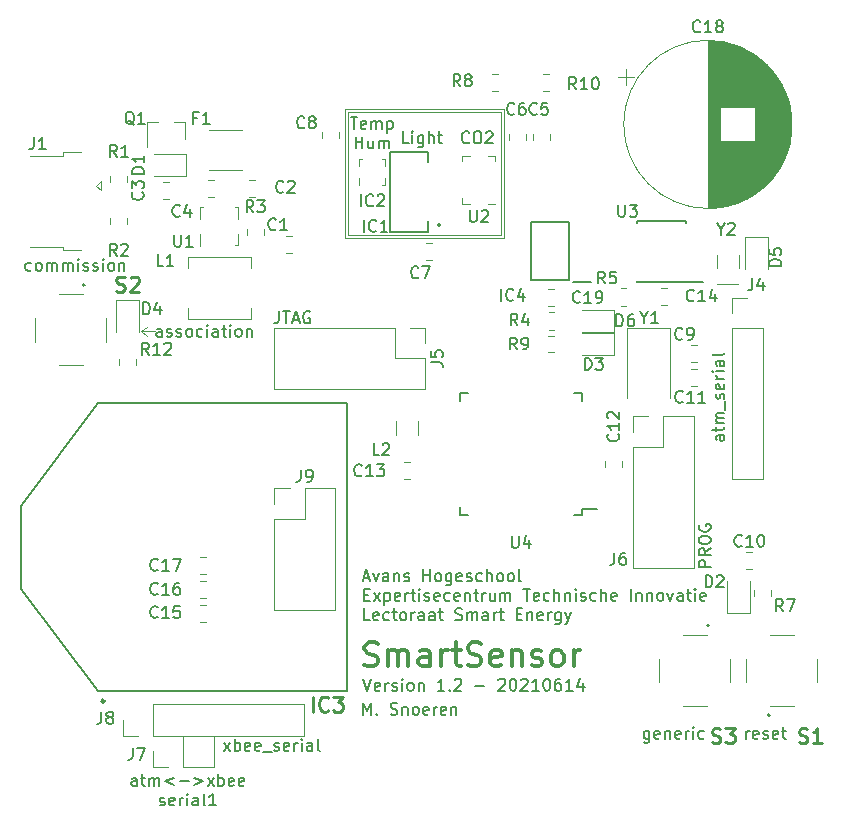
<source format=gto>
G04 #@! TF.GenerationSoftware,KiCad,Pcbnew,(5.1.9)-1*
G04 #@! TF.CreationDate,2021-06-14T08:32:31+02:00*
G04 #@! TF.ProjectId,SmartSensor,536d6172-7453-4656-9e73-6f722e6b6963,rev?*
G04 #@! TF.SameCoordinates,Original*
G04 #@! TF.FileFunction,Legend,Top*
G04 #@! TF.FilePolarity,Positive*
%FSLAX46Y46*%
G04 Gerber Fmt 4.6, Leading zero omitted, Abs format (unit mm)*
G04 Created by KiCad (PCBNEW (5.1.9)-1) date 2021-06-14 08:32:31*
%MOMM*%
%LPD*%
G01*
G04 APERTURE LIST*
%ADD10C,0.150000*%
%ADD11C,0.300000*%
%ADD12C,0.120000*%
%ADD13C,0.100000*%
%ADD14C,0.200000*%
%ADD15C,0.254000*%
%ADD16C,2.502000*%
%ADD17O,1.602000X1.202000*%
%ADD18O,1.802000X1.452000*%
%ADD19O,1.802000X1.802000*%
%ADD20C,1.202000*%
%ADD21C,4.502000*%
%ADD22C,0.802000*%
G04 APERTURE END LIST*
D10*
X216749571Y-139739714D02*
X216749571Y-140549238D01*
X216701952Y-140644476D01*
X216654333Y-140692095D01*
X216559095Y-140739714D01*
X216416238Y-140739714D01*
X216321000Y-140692095D01*
X216749571Y-140358761D02*
X216654333Y-140406380D01*
X216463857Y-140406380D01*
X216368619Y-140358761D01*
X216321000Y-140311142D01*
X216273380Y-140215904D01*
X216273380Y-139930190D01*
X216321000Y-139834952D01*
X216368619Y-139787333D01*
X216463857Y-139739714D01*
X216654333Y-139739714D01*
X216749571Y-139787333D01*
X217606714Y-140358761D02*
X217511476Y-140406380D01*
X217321000Y-140406380D01*
X217225761Y-140358761D01*
X217178142Y-140263523D01*
X217178142Y-139882571D01*
X217225761Y-139787333D01*
X217321000Y-139739714D01*
X217511476Y-139739714D01*
X217606714Y-139787333D01*
X217654333Y-139882571D01*
X217654333Y-139977809D01*
X217178142Y-140073047D01*
X218082904Y-139739714D02*
X218082904Y-140406380D01*
X218082904Y-139834952D02*
X218130523Y-139787333D01*
X218225761Y-139739714D01*
X218368619Y-139739714D01*
X218463857Y-139787333D01*
X218511476Y-139882571D01*
X218511476Y-140406380D01*
X219368619Y-140358761D02*
X219273380Y-140406380D01*
X219082904Y-140406380D01*
X218987666Y-140358761D01*
X218940047Y-140263523D01*
X218940047Y-139882571D01*
X218987666Y-139787333D01*
X219082904Y-139739714D01*
X219273380Y-139739714D01*
X219368619Y-139787333D01*
X219416238Y-139882571D01*
X219416238Y-139977809D01*
X218940047Y-140073047D01*
X219844809Y-140406380D02*
X219844809Y-139739714D01*
X219844809Y-139930190D02*
X219892428Y-139834952D01*
X219940047Y-139787333D01*
X220035285Y-139739714D01*
X220130523Y-139739714D01*
X220463857Y-140406380D02*
X220463857Y-139739714D01*
X220463857Y-139406380D02*
X220416238Y-139454000D01*
X220463857Y-139501619D01*
X220511476Y-139454000D01*
X220463857Y-139406380D01*
X220463857Y-139501619D01*
X221368619Y-140358761D02*
X221273380Y-140406380D01*
X221082904Y-140406380D01*
X220987666Y-140358761D01*
X220940047Y-140311142D01*
X220892428Y-140215904D01*
X220892428Y-139930190D01*
X220940047Y-139834952D01*
X220987666Y-139787333D01*
X221082904Y-139739714D01*
X221273380Y-139739714D01*
X221368619Y-139787333D01*
X173363476Y-144407380D02*
X173363476Y-143883571D01*
X173315857Y-143788333D01*
X173220619Y-143740714D01*
X173030142Y-143740714D01*
X172934904Y-143788333D01*
X173363476Y-144359761D02*
X173268238Y-144407380D01*
X173030142Y-144407380D01*
X172934904Y-144359761D01*
X172887285Y-144264523D01*
X172887285Y-144169285D01*
X172934904Y-144074047D01*
X173030142Y-144026428D01*
X173268238Y-144026428D01*
X173363476Y-143978809D01*
X173696809Y-143740714D02*
X174077761Y-143740714D01*
X173839666Y-143407380D02*
X173839666Y-144264523D01*
X173887285Y-144359761D01*
X173982523Y-144407380D01*
X174077761Y-144407380D01*
X174411095Y-144407380D02*
X174411095Y-143740714D01*
X174411095Y-143835952D02*
X174458714Y-143788333D01*
X174553952Y-143740714D01*
X174696809Y-143740714D01*
X174792047Y-143788333D01*
X174839666Y-143883571D01*
X174839666Y-144407380D01*
X174839666Y-143883571D02*
X174887285Y-143788333D01*
X174982523Y-143740714D01*
X175125380Y-143740714D01*
X175220619Y-143788333D01*
X175268238Y-143883571D01*
X175268238Y-144407380D01*
X176506333Y-143740714D02*
X175744428Y-144026428D01*
X176506333Y-144312142D01*
X176982523Y-144026428D02*
X177744428Y-144026428D01*
X178220619Y-143740714D02*
X178982523Y-144026428D01*
X178220619Y-144312142D01*
X179363476Y-144407380D02*
X179887285Y-143740714D01*
X179363476Y-143740714D02*
X179887285Y-144407380D01*
X180268238Y-144407380D02*
X180268238Y-143407380D01*
X180268238Y-143788333D02*
X180363476Y-143740714D01*
X180553952Y-143740714D01*
X180649190Y-143788333D01*
X180696809Y-143835952D01*
X180744428Y-143931190D01*
X180744428Y-144216904D01*
X180696809Y-144312142D01*
X180649190Y-144359761D01*
X180553952Y-144407380D01*
X180363476Y-144407380D01*
X180268238Y-144359761D01*
X181553952Y-144359761D02*
X181458714Y-144407380D01*
X181268238Y-144407380D01*
X181173000Y-144359761D01*
X181125380Y-144264523D01*
X181125380Y-143883571D01*
X181173000Y-143788333D01*
X181268238Y-143740714D01*
X181458714Y-143740714D01*
X181553952Y-143788333D01*
X181601571Y-143883571D01*
X181601571Y-143978809D01*
X181125380Y-144074047D01*
X182411095Y-144359761D02*
X182315857Y-144407380D01*
X182125380Y-144407380D01*
X182030142Y-144359761D01*
X181982523Y-144264523D01*
X181982523Y-143883571D01*
X182030142Y-143788333D01*
X182125380Y-143740714D01*
X182315857Y-143740714D01*
X182411095Y-143788333D01*
X182458714Y-143883571D01*
X182458714Y-143978809D01*
X181982523Y-144074047D01*
X175292047Y-146009761D02*
X175387285Y-146057380D01*
X175577761Y-146057380D01*
X175673000Y-146009761D01*
X175720619Y-145914523D01*
X175720619Y-145866904D01*
X175673000Y-145771666D01*
X175577761Y-145724047D01*
X175434904Y-145724047D01*
X175339666Y-145676428D01*
X175292047Y-145581190D01*
X175292047Y-145533571D01*
X175339666Y-145438333D01*
X175434904Y-145390714D01*
X175577761Y-145390714D01*
X175673000Y-145438333D01*
X176530142Y-146009761D02*
X176434904Y-146057380D01*
X176244428Y-146057380D01*
X176149190Y-146009761D01*
X176101571Y-145914523D01*
X176101571Y-145533571D01*
X176149190Y-145438333D01*
X176244428Y-145390714D01*
X176434904Y-145390714D01*
X176530142Y-145438333D01*
X176577761Y-145533571D01*
X176577761Y-145628809D01*
X176101571Y-145724047D01*
X177006333Y-146057380D02*
X177006333Y-145390714D01*
X177006333Y-145581190D02*
X177053952Y-145485952D01*
X177101571Y-145438333D01*
X177196809Y-145390714D01*
X177292047Y-145390714D01*
X177625380Y-146057380D02*
X177625380Y-145390714D01*
X177625380Y-145057380D02*
X177577761Y-145105000D01*
X177625380Y-145152619D01*
X177673000Y-145105000D01*
X177625380Y-145057380D01*
X177625380Y-145152619D01*
X178530142Y-146057380D02*
X178530142Y-145533571D01*
X178482523Y-145438333D01*
X178387285Y-145390714D01*
X178196809Y-145390714D01*
X178101571Y-145438333D01*
X178530142Y-146009761D02*
X178434904Y-146057380D01*
X178196809Y-146057380D01*
X178101571Y-146009761D01*
X178053952Y-145914523D01*
X178053952Y-145819285D01*
X178101571Y-145724047D01*
X178196809Y-145676428D01*
X178434904Y-145676428D01*
X178530142Y-145628809D01*
X179149190Y-146057380D02*
X179053952Y-146009761D01*
X179006333Y-145914523D01*
X179006333Y-145057380D01*
X180053952Y-146057380D02*
X179482523Y-146057380D01*
X179768238Y-146057380D02*
X179768238Y-145057380D01*
X179673000Y-145200238D01*
X179577761Y-145295476D01*
X179482523Y-145343095D01*
X180737380Y-141422380D02*
X181261190Y-140755714D01*
X180737380Y-140755714D02*
X181261190Y-141422380D01*
X181642142Y-141422380D02*
X181642142Y-140422380D01*
X181642142Y-140803333D02*
X181737380Y-140755714D01*
X181927857Y-140755714D01*
X182023095Y-140803333D01*
X182070714Y-140850952D01*
X182118333Y-140946190D01*
X182118333Y-141231904D01*
X182070714Y-141327142D01*
X182023095Y-141374761D01*
X181927857Y-141422380D01*
X181737380Y-141422380D01*
X181642142Y-141374761D01*
X182927857Y-141374761D02*
X182832619Y-141422380D01*
X182642142Y-141422380D01*
X182546904Y-141374761D01*
X182499285Y-141279523D01*
X182499285Y-140898571D01*
X182546904Y-140803333D01*
X182642142Y-140755714D01*
X182832619Y-140755714D01*
X182927857Y-140803333D01*
X182975476Y-140898571D01*
X182975476Y-140993809D01*
X182499285Y-141089047D01*
X183785000Y-141374761D02*
X183689761Y-141422380D01*
X183499285Y-141422380D01*
X183404047Y-141374761D01*
X183356428Y-141279523D01*
X183356428Y-140898571D01*
X183404047Y-140803333D01*
X183499285Y-140755714D01*
X183689761Y-140755714D01*
X183785000Y-140803333D01*
X183832619Y-140898571D01*
X183832619Y-140993809D01*
X183356428Y-141089047D01*
X184023095Y-141517619D02*
X184785000Y-141517619D01*
X184975476Y-141374761D02*
X185070714Y-141422380D01*
X185261190Y-141422380D01*
X185356428Y-141374761D01*
X185404047Y-141279523D01*
X185404047Y-141231904D01*
X185356428Y-141136666D01*
X185261190Y-141089047D01*
X185118333Y-141089047D01*
X185023095Y-141041428D01*
X184975476Y-140946190D01*
X184975476Y-140898571D01*
X185023095Y-140803333D01*
X185118333Y-140755714D01*
X185261190Y-140755714D01*
X185356428Y-140803333D01*
X186213571Y-141374761D02*
X186118333Y-141422380D01*
X185927857Y-141422380D01*
X185832619Y-141374761D01*
X185785000Y-141279523D01*
X185785000Y-140898571D01*
X185832619Y-140803333D01*
X185927857Y-140755714D01*
X186118333Y-140755714D01*
X186213571Y-140803333D01*
X186261190Y-140898571D01*
X186261190Y-140993809D01*
X185785000Y-141089047D01*
X186689761Y-141422380D02*
X186689761Y-140755714D01*
X186689761Y-140946190D02*
X186737380Y-140850952D01*
X186785000Y-140803333D01*
X186880238Y-140755714D01*
X186975476Y-140755714D01*
X187308809Y-141422380D02*
X187308809Y-140755714D01*
X187308809Y-140422380D02*
X187261190Y-140470000D01*
X187308809Y-140517619D01*
X187356428Y-140470000D01*
X187308809Y-140422380D01*
X187308809Y-140517619D01*
X188213571Y-141422380D02*
X188213571Y-140898571D01*
X188165952Y-140803333D01*
X188070714Y-140755714D01*
X187880238Y-140755714D01*
X187785000Y-140803333D01*
X188213571Y-141374761D02*
X188118333Y-141422380D01*
X187880238Y-141422380D01*
X187785000Y-141374761D01*
X187737380Y-141279523D01*
X187737380Y-141184285D01*
X187785000Y-141089047D01*
X187880238Y-141041428D01*
X188118333Y-141041428D01*
X188213571Y-140993809D01*
X188832619Y-141422380D02*
X188737380Y-141374761D01*
X188689761Y-141279523D01*
X188689761Y-140422380D01*
X223083380Y-114720285D02*
X222559571Y-114720285D01*
X222464333Y-114767904D01*
X222416714Y-114863142D01*
X222416714Y-115053619D01*
X222464333Y-115148857D01*
X223035761Y-114720285D02*
X223083380Y-114815523D01*
X223083380Y-115053619D01*
X223035761Y-115148857D01*
X222940523Y-115196476D01*
X222845285Y-115196476D01*
X222750047Y-115148857D01*
X222702428Y-115053619D01*
X222702428Y-114815523D01*
X222654809Y-114720285D01*
X222416714Y-114386952D02*
X222416714Y-114006000D01*
X222083380Y-114244095D02*
X222940523Y-114244095D01*
X223035761Y-114196476D01*
X223083380Y-114101238D01*
X223083380Y-114006000D01*
X223083380Y-113672666D02*
X222416714Y-113672666D01*
X222511952Y-113672666D02*
X222464333Y-113625047D01*
X222416714Y-113529809D01*
X222416714Y-113386952D01*
X222464333Y-113291714D01*
X222559571Y-113244095D01*
X223083380Y-113244095D01*
X222559571Y-113244095D02*
X222464333Y-113196476D01*
X222416714Y-113101238D01*
X222416714Y-112958380D01*
X222464333Y-112863142D01*
X222559571Y-112815523D01*
X223083380Y-112815523D01*
X223178619Y-112577428D02*
X223178619Y-111815523D01*
X223035761Y-111625047D02*
X223083380Y-111529809D01*
X223083380Y-111339333D01*
X223035761Y-111244095D01*
X222940523Y-111196476D01*
X222892904Y-111196476D01*
X222797666Y-111244095D01*
X222750047Y-111339333D01*
X222750047Y-111482190D01*
X222702428Y-111577428D01*
X222607190Y-111625047D01*
X222559571Y-111625047D01*
X222464333Y-111577428D01*
X222416714Y-111482190D01*
X222416714Y-111339333D01*
X222464333Y-111244095D01*
X223035761Y-110386952D02*
X223083380Y-110482190D01*
X223083380Y-110672666D01*
X223035761Y-110767904D01*
X222940523Y-110815523D01*
X222559571Y-110815523D01*
X222464333Y-110767904D01*
X222416714Y-110672666D01*
X222416714Y-110482190D01*
X222464333Y-110386952D01*
X222559571Y-110339333D01*
X222654809Y-110339333D01*
X222750047Y-110815523D01*
X223083380Y-109910761D02*
X222416714Y-109910761D01*
X222607190Y-109910761D02*
X222511952Y-109863142D01*
X222464333Y-109815523D01*
X222416714Y-109720285D01*
X222416714Y-109625047D01*
X223083380Y-109291714D02*
X222416714Y-109291714D01*
X222083380Y-109291714D02*
X222131000Y-109339333D01*
X222178619Y-109291714D01*
X222131000Y-109244095D01*
X222083380Y-109291714D01*
X222178619Y-109291714D01*
X223083380Y-108386952D02*
X222559571Y-108386952D01*
X222464333Y-108434571D01*
X222416714Y-108529809D01*
X222416714Y-108720285D01*
X222464333Y-108815523D01*
X223035761Y-108386952D02*
X223083380Y-108482190D01*
X223083380Y-108720285D01*
X223035761Y-108815523D01*
X222940523Y-108863142D01*
X222845285Y-108863142D01*
X222750047Y-108815523D01*
X222702428Y-108720285D01*
X222702428Y-108482190D01*
X222654809Y-108386952D01*
X223083380Y-107767904D02*
X223035761Y-107863142D01*
X222940523Y-107910761D01*
X222083380Y-107910761D01*
X221940380Y-125864714D02*
X220940380Y-125864714D01*
X220940380Y-125483761D01*
X220988000Y-125388523D01*
X221035619Y-125340904D01*
X221130857Y-125293285D01*
X221273714Y-125293285D01*
X221368952Y-125340904D01*
X221416571Y-125388523D01*
X221464190Y-125483761D01*
X221464190Y-125864714D01*
X221940380Y-124293285D02*
X221464190Y-124626619D01*
X221940380Y-124864714D02*
X220940380Y-124864714D01*
X220940380Y-124483761D01*
X220988000Y-124388523D01*
X221035619Y-124340904D01*
X221130857Y-124293285D01*
X221273714Y-124293285D01*
X221368952Y-124340904D01*
X221416571Y-124388523D01*
X221464190Y-124483761D01*
X221464190Y-124864714D01*
X220940380Y-123674238D02*
X220940380Y-123483761D01*
X220988000Y-123388523D01*
X221083238Y-123293285D01*
X221273714Y-123245666D01*
X221607047Y-123245666D01*
X221797523Y-123293285D01*
X221892761Y-123388523D01*
X221940380Y-123483761D01*
X221940380Y-123674238D01*
X221892761Y-123769476D01*
X221797523Y-123864714D01*
X221607047Y-123912333D01*
X221273714Y-123912333D01*
X221083238Y-123864714D01*
X220988000Y-123769476D01*
X220940380Y-123674238D01*
X220988000Y-122293285D02*
X220940380Y-122388523D01*
X220940380Y-122531380D01*
X220988000Y-122674238D01*
X221083238Y-122769476D01*
X221178476Y-122817095D01*
X221368952Y-122864714D01*
X221511809Y-122864714D01*
X221702285Y-122817095D01*
X221797523Y-122769476D01*
X221892761Y-122674238D01*
X221940380Y-122531380D01*
X221940380Y-122436142D01*
X221892761Y-122293285D01*
X221845142Y-122245666D01*
X221511809Y-122245666D01*
X221511809Y-122436142D01*
X185396333Y-104227380D02*
X185396333Y-104941666D01*
X185348714Y-105084523D01*
X185253476Y-105179761D01*
X185110619Y-105227380D01*
X185015380Y-105227380D01*
X185729666Y-104227380D02*
X186301095Y-104227380D01*
X186015380Y-105227380D02*
X186015380Y-104227380D01*
X186586809Y-104941666D02*
X187063000Y-104941666D01*
X186491571Y-105227380D02*
X186824904Y-104227380D01*
X187158238Y-105227380D01*
X188015380Y-104275000D02*
X187920142Y-104227380D01*
X187777285Y-104227380D01*
X187634428Y-104275000D01*
X187539190Y-104370238D01*
X187491571Y-104465476D01*
X187443952Y-104655952D01*
X187443952Y-104798809D01*
X187491571Y-104989285D01*
X187539190Y-105084523D01*
X187634428Y-105179761D01*
X187777285Y-105227380D01*
X187872523Y-105227380D01*
X188015380Y-105179761D01*
X188063000Y-105132142D01*
X188063000Y-104798809D01*
X187872523Y-104798809D01*
X192516619Y-138374380D02*
X192516619Y-137374380D01*
X192849952Y-138088666D01*
X193183285Y-137374380D01*
X193183285Y-138374380D01*
X193659476Y-138279142D02*
X193707095Y-138326761D01*
X193659476Y-138374380D01*
X193611857Y-138326761D01*
X193659476Y-138279142D01*
X193659476Y-138374380D01*
X194849952Y-138326761D02*
X194992809Y-138374380D01*
X195230904Y-138374380D01*
X195326142Y-138326761D01*
X195373761Y-138279142D01*
X195421380Y-138183904D01*
X195421380Y-138088666D01*
X195373761Y-137993428D01*
X195326142Y-137945809D01*
X195230904Y-137898190D01*
X195040428Y-137850571D01*
X194945190Y-137802952D01*
X194897571Y-137755333D01*
X194849952Y-137660095D01*
X194849952Y-137564857D01*
X194897571Y-137469619D01*
X194945190Y-137422000D01*
X195040428Y-137374380D01*
X195278523Y-137374380D01*
X195421380Y-137422000D01*
X195849952Y-137707714D02*
X195849952Y-138374380D01*
X195849952Y-137802952D02*
X195897571Y-137755333D01*
X195992809Y-137707714D01*
X196135666Y-137707714D01*
X196230904Y-137755333D01*
X196278523Y-137850571D01*
X196278523Y-138374380D01*
X196897571Y-138374380D02*
X196802333Y-138326761D01*
X196754714Y-138279142D01*
X196707095Y-138183904D01*
X196707095Y-137898190D01*
X196754714Y-137802952D01*
X196802333Y-137755333D01*
X196897571Y-137707714D01*
X197040428Y-137707714D01*
X197135666Y-137755333D01*
X197183285Y-137802952D01*
X197230904Y-137898190D01*
X197230904Y-138183904D01*
X197183285Y-138279142D01*
X197135666Y-138326761D01*
X197040428Y-138374380D01*
X196897571Y-138374380D01*
X198040428Y-138326761D02*
X197945190Y-138374380D01*
X197754714Y-138374380D01*
X197659476Y-138326761D01*
X197611857Y-138231523D01*
X197611857Y-137850571D01*
X197659476Y-137755333D01*
X197754714Y-137707714D01*
X197945190Y-137707714D01*
X198040428Y-137755333D01*
X198088047Y-137850571D01*
X198088047Y-137945809D01*
X197611857Y-138041047D01*
X198516619Y-138374380D02*
X198516619Y-137707714D01*
X198516619Y-137898190D02*
X198564238Y-137802952D01*
X198611857Y-137755333D01*
X198707095Y-137707714D01*
X198802333Y-137707714D01*
X199516619Y-138326761D02*
X199421380Y-138374380D01*
X199230904Y-138374380D01*
X199135666Y-138326761D01*
X199088047Y-138231523D01*
X199088047Y-137850571D01*
X199135666Y-137755333D01*
X199230904Y-137707714D01*
X199421380Y-137707714D01*
X199516619Y-137755333D01*
X199564238Y-137850571D01*
X199564238Y-137945809D01*
X199088047Y-138041047D01*
X199992809Y-137707714D02*
X199992809Y-138374380D01*
X199992809Y-137802952D02*
X200040428Y-137755333D01*
X200135666Y-137707714D01*
X200278523Y-137707714D01*
X200373761Y-137755333D01*
X200421380Y-137850571D01*
X200421380Y-138374380D01*
X192549047Y-135342380D02*
X192882380Y-136342380D01*
X193215714Y-135342380D01*
X193930000Y-136294761D02*
X193834761Y-136342380D01*
X193644285Y-136342380D01*
X193549047Y-136294761D01*
X193501428Y-136199523D01*
X193501428Y-135818571D01*
X193549047Y-135723333D01*
X193644285Y-135675714D01*
X193834761Y-135675714D01*
X193930000Y-135723333D01*
X193977619Y-135818571D01*
X193977619Y-135913809D01*
X193501428Y-136009047D01*
X194406190Y-136342380D02*
X194406190Y-135675714D01*
X194406190Y-135866190D02*
X194453809Y-135770952D01*
X194501428Y-135723333D01*
X194596666Y-135675714D01*
X194691904Y-135675714D01*
X194977619Y-136294761D02*
X195072857Y-136342380D01*
X195263333Y-136342380D01*
X195358571Y-136294761D01*
X195406190Y-136199523D01*
X195406190Y-136151904D01*
X195358571Y-136056666D01*
X195263333Y-136009047D01*
X195120476Y-136009047D01*
X195025238Y-135961428D01*
X194977619Y-135866190D01*
X194977619Y-135818571D01*
X195025238Y-135723333D01*
X195120476Y-135675714D01*
X195263333Y-135675714D01*
X195358571Y-135723333D01*
X195834761Y-136342380D02*
X195834761Y-135675714D01*
X195834761Y-135342380D02*
X195787142Y-135390000D01*
X195834761Y-135437619D01*
X195882380Y-135390000D01*
X195834761Y-135342380D01*
X195834761Y-135437619D01*
X196453809Y-136342380D02*
X196358571Y-136294761D01*
X196310952Y-136247142D01*
X196263333Y-136151904D01*
X196263333Y-135866190D01*
X196310952Y-135770952D01*
X196358571Y-135723333D01*
X196453809Y-135675714D01*
X196596666Y-135675714D01*
X196691904Y-135723333D01*
X196739523Y-135770952D01*
X196787142Y-135866190D01*
X196787142Y-136151904D01*
X196739523Y-136247142D01*
X196691904Y-136294761D01*
X196596666Y-136342380D01*
X196453809Y-136342380D01*
X197215714Y-135675714D02*
X197215714Y-136342380D01*
X197215714Y-135770952D02*
X197263333Y-135723333D01*
X197358571Y-135675714D01*
X197501428Y-135675714D01*
X197596666Y-135723333D01*
X197644285Y-135818571D01*
X197644285Y-136342380D01*
X199406190Y-136342380D02*
X198834761Y-136342380D01*
X199120476Y-136342380D02*
X199120476Y-135342380D01*
X199025238Y-135485238D01*
X198930000Y-135580476D01*
X198834761Y-135628095D01*
X199834761Y-136247142D02*
X199882380Y-136294761D01*
X199834761Y-136342380D01*
X199787142Y-136294761D01*
X199834761Y-136247142D01*
X199834761Y-136342380D01*
X200263333Y-135437619D02*
X200310952Y-135390000D01*
X200406190Y-135342380D01*
X200644285Y-135342380D01*
X200739523Y-135390000D01*
X200787142Y-135437619D01*
X200834761Y-135532857D01*
X200834761Y-135628095D01*
X200787142Y-135770952D01*
X200215714Y-136342380D01*
X200834761Y-136342380D01*
X202025238Y-135961428D02*
X202787142Y-135961428D01*
X203977619Y-135437619D02*
X204025238Y-135390000D01*
X204120476Y-135342380D01*
X204358571Y-135342380D01*
X204453809Y-135390000D01*
X204501428Y-135437619D01*
X204549047Y-135532857D01*
X204549047Y-135628095D01*
X204501428Y-135770952D01*
X203930000Y-136342380D01*
X204549047Y-136342380D01*
X205168095Y-135342380D02*
X205263333Y-135342380D01*
X205358571Y-135390000D01*
X205406190Y-135437619D01*
X205453809Y-135532857D01*
X205501428Y-135723333D01*
X205501428Y-135961428D01*
X205453809Y-136151904D01*
X205406190Y-136247142D01*
X205358571Y-136294761D01*
X205263333Y-136342380D01*
X205168095Y-136342380D01*
X205072857Y-136294761D01*
X205025238Y-136247142D01*
X204977619Y-136151904D01*
X204930000Y-135961428D01*
X204930000Y-135723333D01*
X204977619Y-135532857D01*
X205025238Y-135437619D01*
X205072857Y-135390000D01*
X205168095Y-135342380D01*
X205882380Y-135437619D02*
X205930000Y-135390000D01*
X206025238Y-135342380D01*
X206263333Y-135342380D01*
X206358571Y-135390000D01*
X206406190Y-135437619D01*
X206453809Y-135532857D01*
X206453809Y-135628095D01*
X206406190Y-135770952D01*
X205834761Y-136342380D01*
X206453809Y-136342380D01*
X207406190Y-136342380D02*
X206834761Y-136342380D01*
X207120476Y-136342380D02*
X207120476Y-135342380D01*
X207025238Y-135485238D01*
X206930000Y-135580476D01*
X206834761Y-135628095D01*
X208025238Y-135342380D02*
X208120476Y-135342380D01*
X208215714Y-135390000D01*
X208263333Y-135437619D01*
X208310952Y-135532857D01*
X208358571Y-135723333D01*
X208358571Y-135961428D01*
X208310952Y-136151904D01*
X208263333Y-136247142D01*
X208215714Y-136294761D01*
X208120476Y-136342380D01*
X208025238Y-136342380D01*
X207930000Y-136294761D01*
X207882380Y-136247142D01*
X207834761Y-136151904D01*
X207787142Y-135961428D01*
X207787142Y-135723333D01*
X207834761Y-135532857D01*
X207882380Y-135437619D01*
X207930000Y-135390000D01*
X208025238Y-135342380D01*
X209215714Y-135342380D02*
X209025238Y-135342380D01*
X208930000Y-135390000D01*
X208882380Y-135437619D01*
X208787142Y-135580476D01*
X208739523Y-135770952D01*
X208739523Y-136151904D01*
X208787142Y-136247142D01*
X208834761Y-136294761D01*
X208930000Y-136342380D01*
X209120476Y-136342380D01*
X209215714Y-136294761D01*
X209263333Y-136247142D01*
X209310952Y-136151904D01*
X209310952Y-135913809D01*
X209263333Y-135818571D01*
X209215714Y-135770952D01*
X209120476Y-135723333D01*
X208930000Y-135723333D01*
X208834761Y-135770952D01*
X208787142Y-135818571D01*
X208739523Y-135913809D01*
X210263333Y-136342380D02*
X209691904Y-136342380D01*
X209977619Y-136342380D02*
X209977619Y-135342380D01*
X209882380Y-135485238D01*
X209787142Y-135580476D01*
X209691904Y-135628095D01*
X211120476Y-135675714D02*
X211120476Y-136342380D01*
X210882380Y-135294761D02*
X210644285Y-136009047D01*
X211263333Y-136009047D01*
D11*
X192628380Y-134159523D02*
X192914095Y-134254761D01*
X193390285Y-134254761D01*
X193580761Y-134159523D01*
X193676000Y-134064285D01*
X193771238Y-133873809D01*
X193771238Y-133683333D01*
X193676000Y-133492857D01*
X193580761Y-133397619D01*
X193390285Y-133302380D01*
X193009333Y-133207142D01*
X192818857Y-133111904D01*
X192723619Y-133016666D01*
X192628380Y-132826190D01*
X192628380Y-132635714D01*
X192723619Y-132445238D01*
X192818857Y-132350000D01*
X193009333Y-132254761D01*
X193485523Y-132254761D01*
X193771238Y-132350000D01*
X194628380Y-134254761D02*
X194628380Y-132921428D01*
X194628380Y-133111904D02*
X194723619Y-133016666D01*
X194914095Y-132921428D01*
X195199809Y-132921428D01*
X195390285Y-133016666D01*
X195485523Y-133207142D01*
X195485523Y-134254761D01*
X195485523Y-133207142D02*
X195580761Y-133016666D01*
X195771238Y-132921428D01*
X196056952Y-132921428D01*
X196247428Y-133016666D01*
X196342666Y-133207142D01*
X196342666Y-134254761D01*
X198152190Y-134254761D02*
X198152190Y-133207142D01*
X198056952Y-133016666D01*
X197866476Y-132921428D01*
X197485523Y-132921428D01*
X197295047Y-133016666D01*
X198152190Y-134159523D02*
X197961714Y-134254761D01*
X197485523Y-134254761D01*
X197295047Y-134159523D01*
X197199809Y-133969047D01*
X197199809Y-133778571D01*
X197295047Y-133588095D01*
X197485523Y-133492857D01*
X197961714Y-133492857D01*
X198152190Y-133397619D01*
X199104571Y-134254761D02*
X199104571Y-132921428D01*
X199104571Y-133302380D02*
X199199809Y-133111904D01*
X199295047Y-133016666D01*
X199485523Y-132921428D01*
X199676000Y-132921428D01*
X200056952Y-132921428D02*
X200818857Y-132921428D01*
X200342666Y-132254761D02*
X200342666Y-133969047D01*
X200437904Y-134159523D01*
X200628380Y-134254761D01*
X200818857Y-134254761D01*
X201390285Y-134159523D02*
X201676000Y-134254761D01*
X202152190Y-134254761D01*
X202342666Y-134159523D01*
X202437904Y-134064285D01*
X202533142Y-133873809D01*
X202533142Y-133683333D01*
X202437904Y-133492857D01*
X202342666Y-133397619D01*
X202152190Y-133302380D01*
X201771238Y-133207142D01*
X201580761Y-133111904D01*
X201485523Y-133016666D01*
X201390285Y-132826190D01*
X201390285Y-132635714D01*
X201485523Y-132445238D01*
X201580761Y-132350000D01*
X201771238Y-132254761D01*
X202247428Y-132254761D01*
X202533142Y-132350000D01*
X204152190Y-134159523D02*
X203961714Y-134254761D01*
X203580761Y-134254761D01*
X203390285Y-134159523D01*
X203295047Y-133969047D01*
X203295047Y-133207142D01*
X203390285Y-133016666D01*
X203580761Y-132921428D01*
X203961714Y-132921428D01*
X204152190Y-133016666D01*
X204247428Y-133207142D01*
X204247428Y-133397619D01*
X203295047Y-133588095D01*
X205104571Y-132921428D02*
X205104571Y-134254761D01*
X205104571Y-133111904D02*
X205199809Y-133016666D01*
X205390285Y-132921428D01*
X205676000Y-132921428D01*
X205866476Y-133016666D01*
X205961714Y-133207142D01*
X205961714Y-134254761D01*
X206818857Y-134159523D02*
X207009333Y-134254761D01*
X207390285Y-134254761D01*
X207580761Y-134159523D01*
X207676000Y-133969047D01*
X207676000Y-133873809D01*
X207580761Y-133683333D01*
X207390285Y-133588095D01*
X207104571Y-133588095D01*
X206914095Y-133492857D01*
X206818857Y-133302380D01*
X206818857Y-133207142D01*
X206914095Y-133016666D01*
X207104571Y-132921428D01*
X207390285Y-132921428D01*
X207580761Y-133016666D01*
X208818857Y-134254761D02*
X208628380Y-134159523D01*
X208533142Y-134064285D01*
X208437904Y-133873809D01*
X208437904Y-133302380D01*
X208533142Y-133111904D01*
X208628380Y-133016666D01*
X208818857Y-132921428D01*
X209104571Y-132921428D01*
X209295047Y-133016666D01*
X209390285Y-133111904D01*
X209485523Y-133302380D01*
X209485523Y-133873809D01*
X209390285Y-134064285D01*
X209295047Y-134159523D01*
X209104571Y-134254761D01*
X208818857Y-134254761D01*
X210342666Y-134254761D02*
X210342666Y-132921428D01*
X210342666Y-133302380D02*
X210437904Y-133111904D01*
X210533142Y-133016666D01*
X210723619Y-132921428D01*
X210914095Y-132921428D01*
D10*
X192565976Y-126786666D02*
X193042166Y-126786666D01*
X192470738Y-127072380D02*
X192804071Y-126072380D01*
X193137404Y-127072380D01*
X193375500Y-126405714D02*
X193613595Y-127072380D01*
X193851690Y-126405714D01*
X194661214Y-127072380D02*
X194661214Y-126548571D01*
X194613595Y-126453333D01*
X194518357Y-126405714D01*
X194327880Y-126405714D01*
X194232642Y-126453333D01*
X194661214Y-127024761D02*
X194565976Y-127072380D01*
X194327880Y-127072380D01*
X194232642Y-127024761D01*
X194185023Y-126929523D01*
X194185023Y-126834285D01*
X194232642Y-126739047D01*
X194327880Y-126691428D01*
X194565976Y-126691428D01*
X194661214Y-126643809D01*
X195137404Y-126405714D02*
X195137404Y-127072380D01*
X195137404Y-126500952D02*
X195185023Y-126453333D01*
X195280261Y-126405714D01*
X195423119Y-126405714D01*
X195518357Y-126453333D01*
X195565976Y-126548571D01*
X195565976Y-127072380D01*
X195994547Y-127024761D02*
X196089785Y-127072380D01*
X196280261Y-127072380D01*
X196375500Y-127024761D01*
X196423119Y-126929523D01*
X196423119Y-126881904D01*
X196375500Y-126786666D01*
X196280261Y-126739047D01*
X196137404Y-126739047D01*
X196042166Y-126691428D01*
X195994547Y-126596190D01*
X195994547Y-126548571D01*
X196042166Y-126453333D01*
X196137404Y-126405714D01*
X196280261Y-126405714D01*
X196375500Y-126453333D01*
X197613595Y-127072380D02*
X197613595Y-126072380D01*
X197613595Y-126548571D02*
X198185023Y-126548571D01*
X198185023Y-127072380D02*
X198185023Y-126072380D01*
X198804071Y-127072380D02*
X198708833Y-127024761D01*
X198661214Y-126977142D01*
X198613595Y-126881904D01*
X198613595Y-126596190D01*
X198661214Y-126500952D01*
X198708833Y-126453333D01*
X198804071Y-126405714D01*
X198946928Y-126405714D01*
X199042166Y-126453333D01*
X199089785Y-126500952D01*
X199137404Y-126596190D01*
X199137404Y-126881904D01*
X199089785Y-126977142D01*
X199042166Y-127024761D01*
X198946928Y-127072380D01*
X198804071Y-127072380D01*
X199994547Y-126405714D02*
X199994547Y-127215238D01*
X199946928Y-127310476D01*
X199899309Y-127358095D01*
X199804071Y-127405714D01*
X199661214Y-127405714D01*
X199565976Y-127358095D01*
X199994547Y-127024761D02*
X199899309Y-127072380D01*
X199708833Y-127072380D01*
X199613595Y-127024761D01*
X199565976Y-126977142D01*
X199518357Y-126881904D01*
X199518357Y-126596190D01*
X199565976Y-126500952D01*
X199613595Y-126453333D01*
X199708833Y-126405714D01*
X199899309Y-126405714D01*
X199994547Y-126453333D01*
X200851690Y-127024761D02*
X200756452Y-127072380D01*
X200565976Y-127072380D01*
X200470738Y-127024761D01*
X200423119Y-126929523D01*
X200423119Y-126548571D01*
X200470738Y-126453333D01*
X200565976Y-126405714D01*
X200756452Y-126405714D01*
X200851690Y-126453333D01*
X200899309Y-126548571D01*
X200899309Y-126643809D01*
X200423119Y-126739047D01*
X201280261Y-127024761D02*
X201375500Y-127072380D01*
X201565976Y-127072380D01*
X201661214Y-127024761D01*
X201708833Y-126929523D01*
X201708833Y-126881904D01*
X201661214Y-126786666D01*
X201565976Y-126739047D01*
X201423119Y-126739047D01*
X201327880Y-126691428D01*
X201280261Y-126596190D01*
X201280261Y-126548571D01*
X201327880Y-126453333D01*
X201423119Y-126405714D01*
X201565976Y-126405714D01*
X201661214Y-126453333D01*
X202565976Y-127024761D02*
X202470738Y-127072380D01*
X202280261Y-127072380D01*
X202185023Y-127024761D01*
X202137404Y-126977142D01*
X202089785Y-126881904D01*
X202089785Y-126596190D01*
X202137404Y-126500952D01*
X202185023Y-126453333D01*
X202280261Y-126405714D01*
X202470738Y-126405714D01*
X202565976Y-126453333D01*
X202994547Y-127072380D02*
X202994547Y-126072380D01*
X203423119Y-127072380D02*
X203423119Y-126548571D01*
X203375500Y-126453333D01*
X203280261Y-126405714D01*
X203137404Y-126405714D01*
X203042166Y-126453333D01*
X202994547Y-126500952D01*
X204042166Y-127072380D02*
X203946928Y-127024761D01*
X203899309Y-126977142D01*
X203851690Y-126881904D01*
X203851690Y-126596190D01*
X203899309Y-126500952D01*
X203946928Y-126453333D01*
X204042166Y-126405714D01*
X204185023Y-126405714D01*
X204280261Y-126453333D01*
X204327880Y-126500952D01*
X204375500Y-126596190D01*
X204375500Y-126881904D01*
X204327880Y-126977142D01*
X204280261Y-127024761D01*
X204185023Y-127072380D01*
X204042166Y-127072380D01*
X204946928Y-127072380D02*
X204851690Y-127024761D01*
X204804071Y-126977142D01*
X204756452Y-126881904D01*
X204756452Y-126596190D01*
X204804071Y-126500952D01*
X204851690Y-126453333D01*
X204946928Y-126405714D01*
X205089785Y-126405714D01*
X205185023Y-126453333D01*
X205232642Y-126500952D01*
X205280261Y-126596190D01*
X205280261Y-126881904D01*
X205232642Y-126977142D01*
X205185023Y-127024761D01*
X205089785Y-127072380D01*
X204946928Y-127072380D01*
X205851690Y-127072380D02*
X205756452Y-127024761D01*
X205708833Y-126929523D01*
X205708833Y-126072380D01*
X192613595Y-128198571D02*
X192946928Y-128198571D01*
X193089785Y-128722380D02*
X192613595Y-128722380D01*
X192613595Y-127722380D01*
X193089785Y-127722380D01*
X193423119Y-128722380D02*
X193946928Y-128055714D01*
X193423119Y-128055714D02*
X193946928Y-128722380D01*
X194327880Y-128055714D02*
X194327880Y-129055714D01*
X194327880Y-128103333D02*
X194423119Y-128055714D01*
X194613595Y-128055714D01*
X194708833Y-128103333D01*
X194756452Y-128150952D01*
X194804071Y-128246190D01*
X194804071Y-128531904D01*
X194756452Y-128627142D01*
X194708833Y-128674761D01*
X194613595Y-128722380D01*
X194423119Y-128722380D01*
X194327880Y-128674761D01*
X195613595Y-128674761D02*
X195518357Y-128722380D01*
X195327880Y-128722380D01*
X195232642Y-128674761D01*
X195185023Y-128579523D01*
X195185023Y-128198571D01*
X195232642Y-128103333D01*
X195327880Y-128055714D01*
X195518357Y-128055714D01*
X195613595Y-128103333D01*
X195661214Y-128198571D01*
X195661214Y-128293809D01*
X195185023Y-128389047D01*
X196089785Y-128722380D02*
X196089785Y-128055714D01*
X196089785Y-128246190D02*
X196137404Y-128150952D01*
X196185023Y-128103333D01*
X196280261Y-128055714D01*
X196375500Y-128055714D01*
X196565976Y-128055714D02*
X196946928Y-128055714D01*
X196708833Y-127722380D02*
X196708833Y-128579523D01*
X196756452Y-128674761D01*
X196851690Y-128722380D01*
X196946928Y-128722380D01*
X197280261Y-128722380D02*
X197280261Y-128055714D01*
X197280261Y-127722380D02*
X197232642Y-127770000D01*
X197280261Y-127817619D01*
X197327880Y-127770000D01*
X197280261Y-127722380D01*
X197280261Y-127817619D01*
X197708833Y-128674761D02*
X197804071Y-128722380D01*
X197994547Y-128722380D01*
X198089785Y-128674761D01*
X198137404Y-128579523D01*
X198137404Y-128531904D01*
X198089785Y-128436666D01*
X197994547Y-128389047D01*
X197851690Y-128389047D01*
X197756452Y-128341428D01*
X197708833Y-128246190D01*
X197708833Y-128198571D01*
X197756452Y-128103333D01*
X197851690Y-128055714D01*
X197994547Y-128055714D01*
X198089785Y-128103333D01*
X198946928Y-128674761D02*
X198851690Y-128722380D01*
X198661214Y-128722380D01*
X198565976Y-128674761D01*
X198518357Y-128579523D01*
X198518357Y-128198571D01*
X198565976Y-128103333D01*
X198661214Y-128055714D01*
X198851690Y-128055714D01*
X198946928Y-128103333D01*
X198994547Y-128198571D01*
X198994547Y-128293809D01*
X198518357Y-128389047D01*
X199851690Y-128674761D02*
X199756452Y-128722380D01*
X199565976Y-128722380D01*
X199470738Y-128674761D01*
X199423119Y-128627142D01*
X199375500Y-128531904D01*
X199375500Y-128246190D01*
X199423119Y-128150952D01*
X199470738Y-128103333D01*
X199565976Y-128055714D01*
X199756452Y-128055714D01*
X199851690Y-128103333D01*
X200661214Y-128674761D02*
X200565976Y-128722380D01*
X200375500Y-128722380D01*
X200280261Y-128674761D01*
X200232642Y-128579523D01*
X200232642Y-128198571D01*
X200280261Y-128103333D01*
X200375500Y-128055714D01*
X200565976Y-128055714D01*
X200661214Y-128103333D01*
X200708833Y-128198571D01*
X200708833Y-128293809D01*
X200232642Y-128389047D01*
X201137404Y-128055714D02*
X201137404Y-128722380D01*
X201137404Y-128150952D02*
X201185023Y-128103333D01*
X201280261Y-128055714D01*
X201423119Y-128055714D01*
X201518357Y-128103333D01*
X201565976Y-128198571D01*
X201565976Y-128722380D01*
X201899309Y-128055714D02*
X202280261Y-128055714D01*
X202042166Y-127722380D02*
X202042166Y-128579523D01*
X202089785Y-128674761D01*
X202185023Y-128722380D01*
X202280261Y-128722380D01*
X202613595Y-128722380D02*
X202613595Y-128055714D01*
X202613595Y-128246190D02*
X202661214Y-128150952D01*
X202708833Y-128103333D01*
X202804071Y-128055714D01*
X202899309Y-128055714D01*
X203661214Y-128055714D02*
X203661214Y-128722380D01*
X203232642Y-128055714D02*
X203232642Y-128579523D01*
X203280261Y-128674761D01*
X203375500Y-128722380D01*
X203518357Y-128722380D01*
X203613595Y-128674761D01*
X203661214Y-128627142D01*
X204137404Y-128722380D02*
X204137404Y-128055714D01*
X204137404Y-128150952D02*
X204185023Y-128103333D01*
X204280261Y-128055714D01*
X204423119Y-128055714D01*
X204518357Y-128103333D01*
X204565976Y-128198571D01*
X204565976Y-128722380D01*
X204565976Y-128198571D02*
X204613595Y-128103333D01*
X204708833Y-128055714D01*
X204851690Y-128055714D01*
X204946928Y-128103333D01*
X204994547Y-128198571D01*
X204994547Y-128722380D01*
X206089785Y-127722380D02*
X206661214Y-127722380D01*
X206375500Y-128722380D02*
X206375500Y-127722380D01*
X207375500Y-128674761D02*
X207280261Y-128722380D01*
X207089785Y-128722380D01*
X206994547Y-128674761D01*
X206946928Y-128579523D01*
X206946928Y-128198571D01*
X206994547Y-128103333D01*
X207089785Y-128055714D01*
X207280261Y-128055714D01*
X207375500Y-128103333D01*
X207423119Y-128198571D01*
X207423119Y-128293809D01*
X206946928Y-128389047D01*
X208280261Y-128674761D02*
X208185023Y-128722380D01*
X207994547Y-128722380D01*
X207899309Y-128674761D01*
X207851690Y-128627142D01*
X207804071Y-128531904D01*
X207804071Y-128246190D01*
X207851690Y-128150952D01*
X207899309Y-128103333D01*
X207994547Y-128055714D01*
X208185023Y-128055714D01*
X208280261Y-128103333D01*
X208708833Y-128722380D02*
X208708833Y-127722380D01*
X209137404Y-128722380D02*
X209137404Y-128198571D01*
X209089785Y-128103333D01*
X208994547Y-128055714D01*
X208851690Y-128055714D01*
X208756452Y-128103333D01*
X208708833Y-128150952D01*
X209613595Y-128055714D02*
X209613595Y-128722380D01*
X209613595Y-128150952D02*
X209661214Y-128103333D01*
X209756452Y-128055714D01*
X209899309Y-128055714D01*
X209994547Y-128103333D01*
X210042166Y-128198571D01*
X210042166Y-128722380D01*
X210518357Y-128722380D02*
X210518357Y-128055714D01*
X210518357Y-127722380D02*
X210470738Y-127770000D01*
X210518357Y-127817619D01*
X210565976Y-127770000D01*
X210518357Y-127722380D01*
X210518357Y-127817619D01*
X210946928Y-128674761D02*
X211042166Y-128722380D01*
X211232642Y-128722380D01*
X211327880Y-128674761D01*
X211375500Y-128579523D01*
X211375500Y-128531904D01*
X211327880Y-128436666D01*
X211232642Y-128389047D01*
X211089785Y-128389047D01*
X210994547Y-128341428D01*
X210946928Y-128246190D01*
X210946928Y-128198571D01*
X210994547Y-128103333D01*
X211089785Y-128055714D01*
X211232642Y-128055714D01*
X211327880Y-128103333D01*
X212232642Y-128674761D02*
X212137404Y-128722380D01*
X211946928Y-128722380D01*
X211851690Y-128674761D01*
X211804071Y-128627142D01*
X211756452Y-128531904D01*
X211756452Y-128246190D01*
X211804071Y-128150952D01*
X211851690Y-128103333D01*
X211946928Y-128055714D01*
X212137404Y-128055714D01*
X212232642Y-128103333D01*
X212661214Y-128722380D02*
X212661214Y-127722380D01*
X213089785Y-128722380D02*
X213089785Y-128198571D01*
X213042166Y-128103333D01*
X212946928Y-128055714D01*
X212804071Y-128055714D01*
X212708833Y-128103333D01*
X212661214Y-128150952D01*
X213946928Y-128674761D02*
X213851690Y-128722380D01*
X213661214Y-128722380D01*
X213565976Y-128674761D01*
X213518357Y-128579523D01*
X213518357Y-128198571D01*
X213565976Y-128103333D01*
X213661214Y-128055714D01*
X213851690Y-128055714D01*
X213946928Y-128103333D01*
X213994547Y-128198571D01*
X213994547Y-128293809D01*
X213518357Y-128389047D01*
X215185023Y-128722380D02*
X215185023Y-127722380D01*
X215661214Y-128055714D02*
X215661214Y-128722380D01*
X215661214Y-128150952D02*
X215708833Y-128103333D01*
X215804071Y-128055714D01*
X215946928Y-128055714D01*
X216042166Y-128103333D01*
X216089785Y-128198571D01*
X216089785Y-128722380D01*
X216565976Y-128055714D02*
X216565976Y-128722380D01*
X216565976Y-128150952D02*
X216613595Y-128103333D01*
X216708833Y-128055714D01*
X216851690Y-128055714D01*
X216946928Y-128103333D01*
X216994547Y-128198571D01*
X216994547Y-128722380D01*
X217613595Y-128722380D02*
X217518357Y-128674761D01*
X217470738Y-128627142D01*
X217423119Y-128531904D01*
X217423119Y-128246190D01*
X217470738Y-128150952D01*
X217518357Y-128103333D01*
X217613595Y-128055714D01*
X217756452Y-128055714D01*
X217851690Y-128103333D01*
X217899309Y-128150952D01*
X217946928Y-128246190D01*
X217946928Y-128531904D01*
X217899309Y-128627142D01*
X217851690Y-128674761D01*
X217756452Y-128722380D01*
X217613595Y-128722380D01*
X218280261Y-128055714D02*
X218518357Y-128722380D01*
X218756452Y-128055714D01*
X219565976Y-128722380D02*
X219565976Y-128198571D01*
X219518357Y-128103333D01*
X219423119Y-128055714D01*
X219232642Y-128055714D01*
X219137404Y-128103333D01*
X219565976Y-128674761D02*
X219470738Y-128722380D01*
X219232642Y-128722380D01*
X219137404Y-128674761D01*
X219089785Y-128579523D01*
X219089785Y-128484285D01*
X219137404Y-128389047D01*
X219232642Y-128341428D01*
X219470738Y-128341428D01*
X219565976Y-128293809D01*
X219899309Y-128055714D02*
X220280261Y-128055714D01*
X220042166Y-127722380D02*
X220042166Y-128579523D01*
X220089785Y-128674761D01*
X220185023Y-128722380D01*
X220280261Y-128722380D01*
X220613595Y-128722380D02*
X220613595Y-128055714D01*
X220613595Y-127722380D02*
X220565976Y-127770000D01*
X220613595Y-127817619D01*
X220661214Y-127770000D01*
X220613595Y-127722380D01*
X220613595Y-127817619D01*
X221470738Y-128674761D02*
X221375500Y-128722380D01*
X221185023Y-128722380D01*
X221089785Y-128674761D01*
X221042166Y-128579523D01*
X221042166Y-128198571D01*
X221089785Y-128103333D01*
X221185023Y-128055714D01*
X221375500Y-128055714D01*
X221470738Y-128103333D01*
X221518357Y-128198571D01*
X221518357Y-128293809D01*
X221042166Y-128389047D01*
X193089785Y-130372380D02*
X192613595Y-130372380D01*
X192613595Y-129372380D01*
X193804071Y-130324761D02*
X193708833Y-130372380D01*
X193518357Y-130372380D01*
X193423119Y-130324761D01*
X193375500Y-130229523D01*
X193375500Y-129848571D01*
X193423119Y-129753333D01*
X193518357Y-129705714D01*
X193708833Y-129705714D01*
X193804071Y-129753333D01*
X193851690Y-129848571D01*
X193851690Y-129943809D01*
X193375500Y-130039047D01*
X194708833Y-130324761D02*
X194613595Y-130372380D01*
X194423119Y-130372380D01*
X194327880Y-130324761D01*
X194280261Y-130277142D01*
X194232642Y-130181904D01*
X194232642Y-129896190D01*
X194280261Y-129800952D01*
X194327880Y-129753333D01*
X194423119Y-129705714D01*
X194613595Y-129705714D01*
X194708833Y-129753333D01*
X194994547Y-129705714D02*
X195375500Y-129705714D01*
X195137404Y-129372380D02*
X195137404Y-130229523D01*
X195185023Y-130324761D01*
X195280261Y-130372380D01*
X195375500Y-130372380D01*
X195851690Y-130372380D02*
X195756452Y-130324761D01*
X195708833Y-130277142D01*
X195661214Y-130181904D01*
X195661214Y-129896190D01*
X195708833Y-129800952D01*
X195756452Y-129753333D01*
X195851690Y-129705714D01*
X195994547Y-129705714D01*
X196089785Y-129753333D01*
X196137404Y-129800952D01*
X196185023Y-129896190D01*
X196185023Y-130181904D01*
X196137404Y-130277142D01*
X196089785Y-130324761D01*
X195994547Y-130372380D01*
X195851690Y-130372380D01*
X196613595Y-130372380D02*
X196613595Y-129705714D01*
X196613595Y-129896190D02*
X196661214Y-129800952D01*
X196708833Y-129753333D01*
X196804071Y-129705714D01*
X196899309Y-129705714D01*
X197661214Y-130372380D02*
X197661214Y-129848571D01*
X197613595Y-129753333D01*
X197518357Y-129705714D01*
X197327880Y-129705714D01*
X197232642Y-129753333D01*
X197661214Y-130324761D02*
X197565976Y-130372380D01*
X197327880Y-130372380D01*
X197232642Y-130324761D01*
X197185023Y-130229523D01*
X197185023Y-130134285D01*
X197232642Y-130039047D01*
X197327880Y-129991428D01*
X197565976Y-129991428D01*
X197661214Y-129943809D01*
X198565976Y-130372380D02*
X198565976Y-129848571D01*
X198518357Y-129753333D01*
X198423119Y-129705714D01*
X198232642Y-129705714D01*
X198137404Y-129753333D01*
X198565976Y-130324761D02*
X198470738Y-130372380D01*
X198232642Y-130372380D01*
X198137404Y-130324761D01*
X198089785Y-130229523D01*
X198089785Y-130134285D01*
X198137404Y-130039047D01*
X198232642Y-129991428D01*
X198470738Y-129991428D01*
X198565976Y-129943809D01*
X198899309Y-129705714D02*
X199280261Y-129705714D01*
X199042166Y-129372380D02*
X199042166Y-130229523D01*
X199089785Y-130324761D01*
X199185023Y-130372380D01*
X199280261Y-130372380D01*
X200327880Y-130324761D02*
X200470738Y-130372380D01*
X200708833Y-130372380D01*
X200804071Y-130324761D01*
X200851690Y-130277142D01*
X200899309Y-130181904D01*
X200899309Y-130086666D01*
X200851690Y-129991428D01*
X200804071Y-129943809D01*
X200708833Y-129896190D01*
X200518357Y-129848571D01*
X200423119Y-129800952D01*
X200375500Y-129753333D01*
X200327880Y-129658095D01*
X200327880Y-129562857D01*
X200375500Y-129467619D01*
X200423119Y-129420000D01*
X200518357Y-129372380D01*
X200756452Y-129372380D01*
X200899309Y-129420000D01*
X201327880Y-130372380D02*
X201327880Y-129705714D01*
X201327880Y-129800952D02*
X201375500Y-129753333D01*
X201470738Y-129705714D01*
X201613595Y-129705714D01*
X201708833Y-129753333D01*
X201756452Y-129848571D01*
X201756452Y-130372380D01*
X201756452Y-129848571D02*
X201804071Y-129753333D01*
X201899309Y-129705714D01*
X202042166Y-129705714D01*
X202137404Y-129753333D01*
X202185023Y-129848571D01*
X202185023Y-130372380D01*
X203089785Y-130372380D02*
X203089785Y-129848571D01*
X203042166Y-129753333D01*
X202946928Y-129705714D01*
X202756452Y-129705714D01*
X202661214Y-129753333D01*
X203089785Y-130324761D02*
X202994547Y-130372380D01*
X202756452Y-130372380D01*
X202661214Y-130324761D01*
X202613595Y-130229523D01*
X202613595Y-130134285D01*
X202661214Y-130039047D01*
X202756452Y-129991428D01*
X202994547Y-129991428D01*
X203089785Y-129943809D01*
X203565976Y-130372380D02*
X203565976Y-129705714D01*
X203565976Y-129896190D02*
X203613595Y-129800952D01*
X203661214Y-129753333D01*
X203756452Y-129705714D01*
X203851690Y-129705714D01*
X204042166Y-129705714D02*
X204423119Y-129705714D01*
X204185023Y-129372380D02*
X204185023Y-130229523D01*
X204232642Y-130324761D01*
X204327880Y-130372380D01*
X204423119Y-130372380D01*
X205518357Y-129848571D02*
X205851690Y-129848571D01*
X205994547Y-130372380D02*
X205518357Y-130372380D01*
X205518357Y-129372380D01*
X205994547Y-129372380D01*
X206423119Y-129705714D02*
X206423119Y-130372380D01*
X206423119Y-129800952D02*
X206470738Y-129753333D01*
X206565976Y-129705714D01*
X206708833Y-129705714D01*
X206804071Y-129753333D01*
X206851690Y-129848571D01*
X206851690Y-130372380D01*
X207708833Y-130324761D02*
X207613595Y-130372380D01*
X207423119Y-130372380D01*
X207327880Y-130324761D01*
X207280261Y-130229523D01*
X207280261Y-129848571D01*
X207327880Y-129753333D01*
X207423119Y-129705714D01*
X207613595Y-129705714D01*
X207708833Y-129753333D01*
X207756452Y-129848571D01*
X207756452Y-129943809D01*
X207280261Y-130039047D01*
X208185023Y-130372380D02*
X208185023Y-129705714D01*
X208185023Y-129896190D02*
X208232642Y-129800952D01*
X208280261Y-129753333D01*
X208375500Y-129705714D01*
X208470738Y-129705714D01*
X209232642Y-129705714D02*
X209232642Y-130515238D01*
X209185023Y-130610476D01*
X209137404Y-130658095D01*
X209042166Y-130705714D01*
X208899309Y-130705714D01*
X208804071Y-130658095D01*
X209232642Y-130324761D02*
X209137404Y-130372380D01*
X208946928Y-130372380D01*
X208851690Y-130324761D01*
X208804071Y-130277142D01*
X208756452Y-130181904D01*
X208756452Y-129896190D01*
X208804071Y-129800952D01*
X208851690Y-129753333D01*
X208946928Y-129705714D01*
X209137404Y-129705714D01*
X209232642Y-129753333D01*
X209613595Y-129705714D02*
X209851690Y-130372380D01*
X210089785Y-129705714D02*
X209851690Y-130372380D01*
X209756452Y-130610476D01*
X209708833Y-130658095D01*
X209613595Y-130705714D01*
X224948952Y-140406380D02*
X224948952Y-139739714D01*
X224948952Y-139930190D02*
X224996571Y-139834952D01*
X225044190Y-139787333D01*
X225139428Y-139739714D01*
X225234666Y-139739714D01*
X225948952Y-140358761D02*
X225853714Y-140406380D01*
X225663238Y-140406380D01*
X225568000Y-140358761D01*
X225520380Y-140263523D01*
X225520380Y-139882571D01*
X225568000Y-139787333D01*
X225663238Y-139739714D01*
X225853714Y-139739714D01*
X225948952Y-139787333D01*
X225996571Y-139882571D01*
X225996571Y-139977809D01*
X225520380Y-140073047D01*
X226377523Y-140358761D02*
X226472761Y-140406380D01*
X226663238Y-140406380D01*
X226758476Y-140358761D01*
X226806095Y-140263523D01*
X226806095Y-140215904D01*
X226758476Y-140120666D01*
X226663238Y-140073047D01*
X226520380Y-140073047D01*
X226425142Y-140025428D01*
X226377523Y-139930190D01*
X226377523Y-139882571D01*
X226425142Y-139787333D01*
X226520380Y-139739714D01*
X226663238Y-139739714D01*
X226758476Y-139787333D01*
X227615619Y-140358761D02*
X227520380Y-140406380D01*
X227329904Y-140406380D01*
X227234666Y-140358761D01*
X227187047Y-140263523D01*
X227187047Y-139882571D01*
X227234666Y-139787333D01*
X227329904Y-139739714D01*
X227520380Y-139739714D01*
X227615619Y-139787333D01*
X227663238Y-139882571D01*
X227663238Y-139977809D01*
X227187047Y-140073047D01*
X227948952Y-139739714D02*
X228329904Y-139739714D01*
X228091809Y-139406380D02*
X228091809Y-140263523D01*
X228139428Y-140358761D01*
X228234666Y-140406380D01*
X228329904Y-140406380D01*
D12*
X174498000Y-105918000D02*
X174879000Y-105918000D01*
X173736000Y-105918000D02*
X174244000Y-106299000D01*
X174244000Y-105537000D02*
X173736000Y-105918000D01*
X173736000Y-105918000D02*
X174244000Y-105537000D01*
X174498000Y-105918000D02*
X173736000Y-105918000D01*
D10*
X175474761Y-106370380D02*
X175474761Y-105846571D01*
X175427142Y-105751333D01*
X175331904Y-105703714D01*
X175141428Y-105703714D01*
X175046190Y-105751333D01*
X175474761Y-106322761D02*
X175379523Y-106370380D01*
X175141428Y-106370380D01*
X175046190Y-106322761D01*
X174998571Y-106227523D01*
X174998571Y-106132285D01*
X175046190Y-106037047D01*
X175141428Y-105989428D01*
X175379523Y-105989428D01*
X175474761Y-105941809D01*
X175903333Y-106322761D02*
X175998571Y-106370380D01*
X176189047Y-106370380D01*
X176284285Y-106322761D01*
X176331904Y-106227523D01*
X176331904Y-106179904D01*
X176284285Y-106084666D01*
X176189047Y-106037047D01*
X176046190Y-106037047D01*
X175950952Y-105989428D01*
X175903333Y-105894190D01*
X175903333Y-105846571D01*
X175950952Y-105751333D01*
X176046190Y-105703714D01*
X176189047Y-105703714D01*
X176284285Y-105751333D01*
X176712857Y-106322761D02*
X176808095Y-106370380D01*
X176998571Y-106370380D01*
X177093809Y-106322761D01*
X177141428Y-106227523D01*
X177141428Y-106179904D01*
X177093809Y-106084666D01*
X176998571Y-106037047D01*
X176855714Y-106037047D01*
X176760476Y-105989428D01*
X176712857Y-105894190D01*
X176712857Y-105846571D01*
X176760476Y-105751333D01*
X176855714Y-105703714D01*
X176998571Y-105703714D01*
X177093809Y-105751333D01*
X177712857Y-106370380D02*
X177617619Y-106322761D01*
X177570000Y-106275142D01*
X177522380Y-106179904D01*
X177522380Y-105894190D01*
X177570000Y-105798952D01*
X177617619Y-105751333D01*
X177712857Y-105703714D01*
X177855714Y-105703714D01*
X177950952Y-105751333D01*
X177998571Y-105798952D01*
X178046190Y-105894190D01*
X178046190Y-106179904D01*
X177998571Y-106275142D01*
X177950952Y-106322761D01*
X177855714Y-106370380D01*
X177712857Y-106370380D01*
X178903333Y-106322761D02*
X178808095Y-106370380D01*
X178617619Y-106370380D01*
X178522380Y-106322761D01*
X178474761Y-106275142D01*
X178427142Y-106179904D01*
X178427142Y-105894190D01*
X178474761Y-105798952D01*
X178522380Y-105751333D01*
X178617619Y-105703714D01*
X178808095Y-105703714D01*
X178903333Y-105751333D01*
X179331904Y-106370380D02*
X179331904Y-105703714D01*
X179331904Y-105370380D02*
X179284285Y-105418000D01*
X179331904Y-105465619D01*
X179379523Y-105418000D01*
X179331904Y-105370380D01*
X179331904Y-105465619D01*
X180236666Y-106370380D02*
X180236666Y-105846571D01*
X180189047Y-105751333D01*
X180093809Y-105703714D01*
X179903333Y-105703714D01*
X179808095Y-105751333D01*
X180236666Y-106322761D02*
X180141428Y-106370380D01*
X179903333Y-106370380D01*
X179808095Y-106322761D01*
X179760476Y-106227523D01*
X179760476Y-106132285D01*
X179808095Y-106037047D01*
X179903333Y-105989428D01*
X180141428Y-105989428D01*
X180236666Y-105941809D01*
X180570000Y-105703714D02*
X180950952Y-105703714D01*
X180712857Y-105370380D02*
X180712857Y-106227523D01*
X180760476Y-106322761D01*
X180855714Y-106370380D01*
X180950952Y-106370380D01*
X181284285Y-106370380D02*
X181284285Y-105703714D01*
X181284285Y-105370380D02*
X181236666Y-105418000D01*
X181284285Y-105465619D01*
X181331904Y-105418000D01*
X181284285Y-105370380D01*
X181284285Y-105465619D01*
X181903333Y-106370380D02*
X181808095Y-106322761D01*
X181760476Y-106275142D01*
X181712857Y-106179904D01*
X181712857Y-105894190D01*
X181760476Y-105798952D01*
X181808095Y-105751333D01*
X181903333Y-105703714D01*
X182046190Y-105703714D01*
X182141428Y-105751333D01*
X182189047Y-105798952D01*
X182236666Y-105894190D01*
X182236666Y-106179904D01*
X182189047Y-106275142D01*
X182141428Y-106322761D01*
X182046190Y-106370380D01*
X181903333Y-106370380D01*
X182665238Y-105703714D02*
X182665238Y-106370380D01*
X182665238Y-105798952D02*
X182712857Y-105751333D01*
X182808095Y-105703714D01*
X182950952Y-105703714D01*
X183046190Y-105751333D01*
X183093809Y-105846571D01*
X183093809Y-106370380D01*
X164409904Y-100734761D02*
X164314666Y-100782380D01*
X164124190Y-100782380D01*
X164028952Y-100734761D01*
X163981333Y-100687142D01*
X163933714Y-100591904D01*
X163933714Y-100306190D01*
X163981333Y-100210952D01*
X164028952Y-100163333D01*
X164124190Y-100115714D01*
X164314666Y-100115714D01*
X164409904Y-100163333D01*
X164981333Y-100782380D02*
X164886095Y-100734761D01*
X164838476Y-100687142D01*
X164790857Y-100591904D01*
X164790857Y-100306190D01*
X164838476Y-100210952D01*
X164886095Y-100163333D01*
X164981333Y-100115714D01*
X165124190Y-100115714D01*
X165219428Y-100163333D01*
X165267047Y-100210952D01*
X165314666Y-100306190D01*
X165314666Y-100591904D01*
X165267047Y-100687142D01*
X165219428Y-100734761D01*
X165124190Y-100782380D01*
X164981333Y-100782380D01*
X165743238Y-100782380D02*
X165743238Y-100115714D01*
X165743238Y-100210952D02*
X165790857Y-100163333D01*
X165886095Y-100115714D01*
X166028952Y-100115714D01*
X166124190Y-100163333D01*
X166171809Y-100258571D01*
X166171809Y-100782380D01*
X166171809Y-100258571D02*
X166219428Y-100163333D01*
X166314666Y-100115714D01*
X166457523Y-100115714D01*
X166552761Y-100163333D01*
X166600380Y-100258571D01*
X166600380Y-100782380D01*
X167076571Y-100782380D02*
X167076571Y-100115714D01*
X167076571Y-100210952D02*
X167124190Y-100163333D01*
X167219428Y-100115714D01*
X167362285Y-100115714D01*
X167457523Y-100163333D01*
X167505142Y-100258571D01*
X167505142Y-100782380D01*
X167505142Y-100258571D02*
X167552761Y-100163333D01*
X167648000Y-100115714D01*
X167790857Y-100115714D01*
X167886095Y-100163333D01*
X167933714Y-100258571D01*
X167933714Y-100782380D01*
X168409904Y-100782380D02*
X168409904Y-100115714D01*
X168409904Y-99782380D02*
X168362285Y-99830000D01*
X168409904Y-99877619D01*
X168457523Y-99830000D01*
X168409904Y-99782380D01*
X168409904Y-99877619D01*
X168838476Y-100734761D02*
X168933714Y-100782380D01*
X169124190Y-100782380D01*
X169219428Y-100734761D01*
X169267047Y-100639523D01*
X169267047Y-100591904D01*
X169219428Y-100496666D01*
X169124190Y-100449047D01*
X168981333Y-100449047D01*
X168886095Y-100401428D01*
X168838476Y-100306190D01*
X168838476Y-100258571D01*
X168886095Y-100163333D01*
X168981333Y-100115714D01*
X169124190Y-100115714D01*
X169219428Y-100163333D01*
X169648000Y-100734761D02*
X169743238Y-100782380D01*
X169933714Y-100782380D01*
X170028952Y-100734761D01*
X170076571Y-100639523D01*
X170076571Y-100591904D01*
X170028952Y-100496666D01*
X169933714Y-100449047D01*
X169790857Y-100449047D01*
X169695619Y-100401428D01*
X169648000Y-100306190D01*
X169648000Y-100258571D01*
X169695619Y-100163333D01*
X169790857Y-100115714D01*
X169933714Y-100115714D01*
X170028952Y-100163333D01*
X170505142Y-100782380D02*
X170505142Y-100115714D01*
X170505142Y-99782380D02*
X170457523Y-99830000D01*
X170505142Y-99877619D01*
X170552761Y-99830000D01*
X170505142Y-99782380D01*
X170505142Y-99877619D01*
X171124190Y-100782380D02*
X171028952Y-100734761D01*
X170981333Y-100687142D01*
X170933714Y-100591904D01*
X170933714Y-100306190D01*
X170981333Y-100210952D01*
X171028952Y-100163333D01*
X171124190Y-100115714D01*
X171267047Y-100115714D01*
X171362285Y-100163333D01*
X171409904Y-100210952D01*
X171457523Y-100306190D01*
X171457523Y-100591904D01*
X171409904Y-100687142D01*
X171362285Y-100734761D01*
X171267047Y-100782380D01*
X171124190Y-100782380D01*
X171886095Y-100115714D02*
X171886095Y-100782380D01*
X171886095Y-100210952D02*
X171933714Y-100163333D01*
X172028952Y-100115714D01*
X172171809Y-100115714D01*
X172267047Y-100163333D01*
X172314666Y-100258571D01*
X172314666Y-100782380D01*
D12*
X191008000Y-98044000D02*
X191008000Y-87122000D01*
X204470000Y-98044000D02*
X191008000Y-98044000D01*
X204470000Y-87122000D02*
X204470000Y-98044000D01*
X191008000Y-87122000D02*
X204470000Y-87122000D01*
X191262000Y-97790000D02*
X191262000Y-87376000D01*
X191516000Y-97790000D02*
X191262000Y-97790000D01*
X204216000Y-97790000D02*
X191516000Y-97790000D01*
X204216000Y-87376000D02*
X204216000Y-97790000D01*
X191262000Y-87376000D02*
X204216000Y-87376000D01*
D10*
X201493523Y-89892142D02*
X201445904Y-89939761D01*
X201303047Y-89987380D01*
X201207809Y-89987380D01*
X201064952Y-89939761D01*
X200969714Y-89844523D01*
X200922095Y-89749285D01*
X200874476Y-89558809D01*
X200874476Y-89415952D01*
X200922095Y-89225476D01*
X200969714Y-89130238D01*
X201064952Y-89035000D01*
X201207809Y-88987380D01*
X201303047Y-88987380D01*
X201445904Y-89035000D01*
X201493523Y-89082619D01*
X202112571Y-88987380D02*
X202303047Y-88987380D01*
X202398285Y-89035000D01*
X202493523Y-89130238D01*
X202541142Y-89320714D01*
X202541142Y-89654047D01*
X202493523Y-89844523D01*
X202398285Y-89939761D01*
X202303047Y-89987380D01*
X202112571Y-89987380D01*
X202017333Y-89939761D01*
X201922095Y-89844523D01*
X201874476Y-89654047D01*
X201874476Y-89320714D01*
X201922095Y-89130238D01*
X202017333Y-89035000D01*
X202112571Y-88987380D01*
X202922095Y-89082619D02*
X202969714Y-89035000D01*
X203064952Y-88987380D01*
X203303047Y-88987380D01*
X203398285Y-89035000D01*
X203445904Y-89082619D01*
X203493523Y-89177857D01*
X203493523Y-89273095D01*
X203445904Y-89415952D01*
X202874476Y-89987380D01*
X203493523Y-89987380D01*
X196365952Y-89987380D02*
X195889761Y-89987380D01*
X195889761Y-88987380D01*
X196699285Y-89987380D02*
X196699285Y-89320714D01*
X196699285Y-88987380D02*
X196651666Y-89035000D01*
X196699285Y-89082619D01*
X196746904Y-89035000D01*
X196699285Y-88987380D01*
X196699285Y-89082619D01*
X197604047Y-89320714D02*
X197604047Y-90130238D01*
X197556428Y-90225476D01*
X197508809Y-90273095D01*
X197413571Y-90320714D01*
X197270714Y-90320714D01*
X197175476Y-90273095D01*
X197604047Y-89939761D02*
X197508809Y-89987380D01*
X197318333Y-89987380D01*
X197223095Y-89939761D01*
X197175476Y-89892142D01*
X197127857Y-89796904D01*
X197127857Y-89511190D01*
X197175476Y-89415952D01*
X197223095Y-89368333D01*
X197318333Y-89320714D01*
X197508809Y-89320714D01*
X197604047Y-89368333D01*
X198080238Y-89987380D02*
X198080238Y-88987380D01*
X198508809Y-89987380D02*
X198508809Y-89463571D01*
X198461190Y-89368333D01*
X198365952Y-89320714D01*
X198223095Y-89320714D01*
X198127857Y-89368333D01*
X198080238Y-89415952D01*
X198842142Y-89320714D02*
X199223095Y-89320714D01*
X198985000Y-88987380D02*
X198985000Y-89844523D01*
X199032619Y-89939761D01*
X199127857Y-89987380D01*
X199223095Y-89987380D01*
X191460666Y-87781380D02*
X192032095Y-87781380D01*
X191746380Y-88781380D02*
X191746380Y-87781380D01*
X192746380Y-88733761D02*
X192651142Y-88781380D01*
X192460666Y-88781380D01*
X192365428Y-88733761D01*
X192317809Y-88638523D01*
X192317809Y-88257571D01*
X192365428Y-88162333D01*
X192460666Y-88114714D01*
X192651142Y-88114714D01*
X192746380Y-88162333D01*
X192794000Y-88257571D01*
X192794000Y-88352809D01*
X192317809Y-88448047D01*
X193222571Y-88781380D02*
X193222571Y-88114714D01*
X193222571Y-88209952D02*
X193270190Y-88162333D01*
X193365428Y-88114714D01*
X193508285Y-88114714D01*
X193603523Y-88162333D01*
X193651142Y-88257571D01*
X193651142Y-88781380D01*
X193651142Y-88257571D02*
X193698761Y-88162333D01*
X193794000Y-88114714D01*
X193936857Y-88114714D01*
X194032095Y-88162333D01*
X194079714Y-88257571D01*
X194079714Y-88781380D01*
X194555904Y-88114714D02*
X194555904Y-89114714D01*
X194555904Y-88162333D02*
X194651142Y-88114714D01*
X194841619Y-88114714D01*
X194936857Y-88162333D01*
X194984476Y-88209952D01*
X195032095Y-88305190D01*
X195032095Y-88590904D01*
X194984476Y-88686142D01*
X194936857Y-88733761D01*
X194841619Y-88781380D01*
X194651142Y-88781380D01*
X194555904Y-88733761D01*
X191889238Y-90431380D02*
X191889238Y-89431380D01*
X191889238Y-89907571D02*
X192460666Y-89907571D01*
X192460666Y-90431380D02*
X192460666Y-89431380D01*
X193365428Y-89764714D02*
X193365428Y-90431380D01*
X192936857Y-89764714D02*
X192936857Y-90288523D01*
X192984476Y-90383761D01*
X193079714Y-90431380D01*
X193222571Y-90431380D01*
X193317809Y-90383761D01*
X193365428Y-90336142D01*
X193841619Y-90431380D02*
X193841619Y-89764714D01*
X193841619Y-89859952D02*
X193889238Y-89812333D01*
X193984476Y-89764714D01*
X194127333Y-89764714D01*
X194222571Y-89812333D01*
X194270190Y-89907571D01*
X194270190Y-90431380D01*
X194270190Y-89907571D02*
X194317809Y-89812333D01*
X194413047Y-89764714D01*
X194555904Y-89764714D01*
X194651142Y-89812333D01*
X194698761Y-89907571D01*
X194698761Y-90431380D01*
D12*
X227024000Y-128353078D02*
X227024000Y-127835922D01*
X225604000Y-128353078D02*
X225604000Y-127835922D01*
X185971922Y-97842000D02*
X186489078Y-97842000D01*
X185971922Y-99262000D02*
X186489078Y-99262000D01*
X183344078Y-94563000D02*
X182826922Y-94563000D01*
X183344078Y-93143000D02*
X182826922Y-93143000D01*
X176105078Y-93270000D02*
X175587922Y-93270000D01*
X176105078Y-94690000D02*
X175587922Y-94690000D01*
X179367922Y-93143000D02*
X179885078Y-93143000D01*
X179367922Y-94563000D02*
X179885078Y-94563000D01*
X208355000Y-89715078D02*
X208355000Y-89197922D01*
X206935000Y-89715078D02*
X206935000Y-89197922D01*
X204903000Y-89745078D02*
X204903000Y-89227922D01*
X206323000Y-89745078D02*
X206323000Y-89227922D01*
X197812922Y-99897000D02*
X198330078Y-99897000D01*
X197812922Y-98477000D02*
X198330078Y-98477000D01*
X190448000Y-89588078D02*
X190448000Y-89070922D01*
X189028000Y-89588078D02*
X189028000Y-89070922D01*
X220291922Y-108533000D02*
X220809078Y-108533000D01*
X220291922Y-107113000D02*
X220809078Y-107113000D01*
X224960922Y-124639000D02*
X225478078Y-124639000D01*
X224960922Y-126059000D02*
X225478078Y-126059000D01*
X220291922Y-109145000D02*
X220809078Y-109145000D01*
X220291922Y-110565000D02*
X220809078Y-110565000D01*
X213031000Y-117401078D02*
X213031000Y-116883922D01*
X214451000Y-117401078D02*
X214451000Y-116883922D01*
X195956422Y-118439000D02*
X196473578Y-118439000D01*
X195956422Y-117019000D02*
X196473578Y-117019000D01*
X217751922Y-103707000D02*
X218269078Y-103707000D01*
X217751922Y-102287000D02*
X218269078Y-102287000D01*
X178699422Y-130504000D02*
X179216578Y-130504000D01*
X178699422Y-129084000D02*
X179216578Y-129084000D01*
X178699422Y-127052000D02*
X179216578Y-127052000D01*
X178699422Y-128472000D02*
X179216578Y-128472000D01*
X178699422Y-125020000D02*
X179216578Y-125020000D01*
X178699422Y-126440000D02*
X179216578Y-126440000D01*
X228822000Y-88392000D02*
G75*
G03*
X228822000Y-88392000I-7120000J0D01*
G01*
X221702000Y-81312000D02*
X221702000Y-95472000D01*
X221742000Y-81312000D02*
X221742000Y-95472000D01*
X221782000Y-81312000D02*
X221782000Y-95472000D01*
X221822000Y-81313000D02*
X221822000Y-95471000D01*
X221862000Y-81313000D02*
X221862000Y-95471000D01*
X221902000Y-81314000D02*
X221902000Y-95470000D01*
X221942000Y-81316000D02*
X221942000Y-95468000D01*
X221982000Y-81317000D02*
X221982000Y-95467000D01*
X222022000Y-81319000D02*
X222022000Y-95465000D01*
X222062000Y-81321000D02*
X222062000Y-95463000D01*
X222102000Y-81323000D02*
X222102000Y-95461000D01*
X222142000Y-81325000D02*
X222142000Y-95459000D01*
X222182000Y-81328000D02*
X222182000Y-95456000D01*
X222222000Y-81331000D02*
X222222000Y-95453000D01*
X222262000Y-81334000D02*
X222262000Y-95450000D01*
X222302000Y-81337000D02*
X222302000Y-95447000D01*
X222342000Y-81340000D02*
X222342000Y-95444000D01*
X222382000Y-81344000D02*
X222382000Y-95440000D01*
X222423000Y-81348000D02*
X222423000Y-95436000D01*
X222463000Y-81352000D02*
X222463000Y-95432000D01*
X222503000Y-81357000D02*
X222503000Y-95427000D01*
X222543000Y-81361000D02*
X222543000Y-95423000D01*
X222583000Y-81366000D02*
X222583000Y-95418000D01*
X222623000Y-81371000D02*
X222623000Y-95413000D01*
X222663000Y-81377000D02*
X222663000Y-95407000D01*
X222703000Y-81382000D02*
X222703000Y-95402000D01*
X222743000Y-81388000D02*
X222743000Y-95396000D01*
X222783000Y-81394000D02*
X222783000Y-86952000D01*
X222783000Y-89832000D02*
X222783000Y-95390000D01*
X222823000Y-81400000D02*
X222823000Y-86952000D01*
X222823000Y-89832000D02*
X222823000Y-95384000D01*
X222863000Y-81407000D02*
X222863000Y-86952000D01*
X222863000Y-89832000D02*
X222863000Y-95377000D01*
X222903000Y-81413000D02*
X222903000Y-86952000D01*
X222903000Y-89832000D02*
X222903000Y-95371000D01*
X222943000Y-81420000D02*
X222943000Y-86952000D01*
X222943000Y-89832000D02*
X222943000Y-95364000D01*
X222983000Y-81428000D02*
X222983000Y-86952000D01*
X222983000Y-89832000D02*
X222983000Y-95356000D01*
X223023000Y-81435000D02*
X223023000Y-86952000D01*
X223023000Y-89832000D02*
X223023000Y-95349000D01*
X223063000Y-81443000D02*
X223063000Y-86952000D01*
X223063000Y-89832000D02*
X223063000Y-95341000D01*
X223103000Y-81450000D02*
X223103000Y-86952000D01*
X223103000Y-89832000D02*
X223103000Y-95334000D01*
X223143000Y-81459000D02*
X223143000Y-86952000D01*
X223143000Y-89832000D02*
X223143000Y-95325000D01*
X223183000Y-81467000D02*
X223183000Y-86952000D01*
X223183000Y-89832000D02*
X223183000Y-95317000D01*
X223223000Y-81476000D02*
X223223000Y-86952000D01*
X223223000Y-89832000D02*
X223223000Y-95308000D01*
X223263000Y-81485000D02*
X223263000Y-86952000D01*
X223263000Y-89832000D02*
X223263000Y-95299000D01*
X223303000Y-81494000D02*
X223303000Y-86952000D01*
X223303000Y-89832000D02*
X223303000Y-95290000D01*
X223343000Y-81503000D02*
X223343000Y-86952000D01*
X223343000Y-89832000D02*
X223343000Y-95281000D01*
X223383000Y-81513000D02*
X223383000Y-86952000D01*
X223383000Y-89832000D02*
X223383000Y-95271000D01*
X223423000Y-81522000D02*
X223423000Y-86952000D01*
X223423000Y-89832000D02*
X223423000Y-95262000D01*
X223463000Y-81532000D02*
X223463000Y-86952000D01*
X223463000Y-89832000D02*
X223463000Y-95252000D01*
X223503000Y-81543000D02*
X223503000Y-86952000D01*
X223503000Y-89832000D02*
X223503000Y-95241000D01*
X223543000Y-81553000D02*
X223543000Y-86952000D01*
X223543000Y-89832000D02*
X223543000Y-95231000D01*
X223583000Y-81564000D02*
X223583000Y-86952000D01*
X223583000Y-89832000D02*
X223583000Y-95220000D01*
X223623000Y-81575000D02*
X223623000Y-86952000D01*
X223623000Y-89832000D02*
X223623000Y-95209000D01*
X223663000Y-81587000D02*
X223663000Y-86952000D01*
X223663000Y-89832000D02*
X223663000Y-95197000D01*
X223703000Y-81598000D02*
X223703000Y-86952000D01*
X223703000Y-89832000D02*
X223703000Y-95186000D01*
X223743000Y-81610000D02*
X223743000Y-86952000D01*
X223743000Y-89832000D02*
X223743000Y-95174000D01*
X223783000Y-81622000D02*
X223783000Y-86952000D01*
X223783000Y-89832000D02*
X223783000Y-95162000D01*
X223823000Y-81634000D02*
X223823000Y-86952000D01*
X223823000Y-89832000D02*
X223823000Y-95150000D01*
X223863000Y-81647000D02*
X223863000Y-86952000D01*
X223863000Y-89832000D02*
X223863000Y-95137000D01*
X223903000Y-81660000D02*
X223903000Y-86952000D01*
X223903000Y-89832000D02*
X223903000Y-95124000D01*
X223943000Y-81673000D02*
X223943000Y-86952000D01*
X223943000Y-89832000D02*
X223943000Y-95111000D01*
X223983000Y-81686000D02*
X223983000Y-86952000D01*
X223983000Y-89832000D02*
X223983000Y-95098000D01*
X224023000Y-81700000D02*
X224023000Y-86952000D01*
X224023000Y-89832000D02*
X224023000Y-95084000D01*
X224063000Y-81714000D02*
X224063000Y-86952000D01*
X224063000Y-89832000D02*
X224063000Y-95070000D01*
X224103000Y-81728000D02*
X224103000Y-86952000D01*
X224103000Y-89832000D02*
X224103000Y-95056000D01*
X224143000Y-81743000D02*
X224143000Y-86952000D01*
X224143000Y-89832000D02*
X224143000Y-95041000D01*
X224183000Y-81757000D02*
X224183000Y-86952000D01*
X224183000Y-89832000D02*
X224183000Y-95027000D01*
X224223000Y-81772000D02*
X224223000Y-86952000D01*
X224223000Y-89832000D02*
X224223000Y-95012000D01*
X224263000Y-81788000D02*
X224263000Y-86952000D01*
X224263000Y-89832000D02*
X224263000Y-94996000D01*
X224303000Y-81803000D02*
X224303000Y-86952000D01*
X224303000Y-89832000D02*
X224303000Y-94981000D01*
X224343000Y-81819000D02*
X224343000Y-86952000D01*
X224343000Y-89832000D02*
X224343000Y-94965000D01*
X224383000Y-81835000D02*
X224383000Y-86952000D01*
X224383000Y-89832000D02*
X224383000Y-94949000D01*
X224423000Y-81852000D02*
X224423000Y-86952000D01*
X224423000Y-89832000D02*
X224423000Y-94932000D01*
X224463000Y-81868000D02*
X224463000Y-86952000D01*
X224463000Y-89832000D02*
X224463000Y-94916000D01*
X224503000Y-81885000D02*
X224503000Y-86952000D01*
X224503000Y-89832000D02*
X224503000Y-94899000D01*
X224543000Y-81902000D02*
X224543000Y-86952000D01*
X224543000Y-89832000D02*
X224543000Y-94882000D01*
X224583000Y-81920000D02*
X224583000Y-86952000D01*
X224583000Y-89832000D02*
X224583000Y-94864000D01*
X224623000Y-81938000D02*
X224623000Y-86952000D01*
X224623000Y-89832000D02*
X224623000Y-94846000D01*
X224663000Y-81956000D02*
X224663000Y-86952000D01*
X224663000Y-89832000D02*
X224663000Y-94828000D01*
X224703000Y-81974000D02*
X224703000Y-86952000D01*
X224703000Y-89832000D02*
X224703000Y-94810000D01*
X224743000Y-81993000D02*
X224743000Y-86952000D01*
X224743000Y-89832000D02*
X224743000Y-94791000D01*
X224783000Y-82012000D02*
X224783000Y-86952000D01*
X224783000Y-89832000D02*
X224783000Y-94772000D01*
X224823000Y-82032000D02*
X224823000Y-86952000D01*
X224823000Y-89832000D02*
X224823000Y-94752000D01*
X224863000Y-82051000D02*
X224863000Y-86952000D01*
X224863000Y-89832000D02*
X224863000Y-94733000D01*
X224903000Y-82071000D02*
X224903000Y-86952000D01*
X224903000Y-89832000D02*
X224903000Y-94713000D01*
X224943000Y-82091000D02*
X224943000Y-86952000D01*
X224943000Y-89832000D02*
X224943000Y-94693000D01*
X224983000Y-82112000D02*
X224983000Y-86952000D01*
X224983000Y-89832000D02*
X224983000Y-94672000D01*
X225023000Y-82133000D02*
X225023000Y-86952000D01*
X225023000Y-89832000D02*
X225023000Y-94651000D01*
X225063000Y-82154000D02*
X225063000Y-86952000D01*
X225063000Y-89832000D02*
X225063000Y-94630000D01*
X225103000Y-82176000D02*
X225103000Y-86952000D01*
X225103000Y-89832000D02*
X225103000Y-94608000D01*
X225143000Y-82198000D02*
X225143000Y-86952000D01*
X225143000Y-89832000D02*
X225143000Y-94586000D01*
X225183000Y-82220000D02*
X225183000Y-86952000D01*
X225183000Y-89832000D02*
X225183000Y-94564000D01*
X225223000Y-82242000D02*
X225223000Y-86952000D01*
X225223000Y-89832000D02*
X225223000Y-94542000D01*
X225263000Y-82265000D02*
X225263000Y-86952000D01*
X225263000Y-89832000D02*
X225263000Y-94519000D01*
X225303000Y-82289000D02*
X225303000Y-86952000D01*
X225303000Y-89832000D02*
X225303000Y-94495000D01*
X225343000Y-82312000D02*
X225343000Y-86952000D01*
X225343000Y-89832000D02*
X225343000Y-94472000D01*
X225383000Y-82336000D02*
X225383000Y-86952000D01*
X225383000Y-89832000D02*
X225383000Y-94448000D01*
X225423000Y-82361000D02*
X225423000Y-86952000D01*
X225423000Y-89832000D02*
X225423000Y-94423000D01*
X225463000Y-82385000D02*
X225463000Y-86952000D01*
X225463000Y-89832000D02*
X225463000Y-94399000D01*
X225503000Y-82410000D02*
X225503000Y-86952000D01*
X225503000Y-89832000D02*
X225503000Y-94374000D01*
X225543000Y-82436000D02*
X225543000Y-86952000D01*
X225543000Y-89832000D02*
X225543000Y-94348000D01*
X225583000Y-82462000D02*
X225583000Y-86952000D01*
X225583000Y-89832000D02*
X225583000Y-94322000D01*
X225623000Y-82488000D02*
X225623000Y-86952000D01*
X225623000Y-89832000D02*
X225623000Y-94296000D01*
X225663000Y-82514000D02*
X225663000Y-94270000D01*
X225703000Y-82541000D02*
X225703000Y-94243000D01*
X225743000Y-82569000D02*
X225743000Y-94215000D01*
X225783000Y-82596000D02*
X225783000Y-94188000D01*
X225823000Y-82625000D02*
X225823000Y-94159000D01*
X225863000Y-82653000D02*
X225863000Y-94131000D01*
X225903000Y-82682000D02*
X225903000Y-94102000D01*
X225943000Y-82712000D02*
X225943000Y-94072000D01*
X225983000Y-82742000D02*
X225983000Y-94042000D01*
X226023000Y-82772000D02*
X226023000Y-94012000D01*
X226063000Y-82803000D02*
X226063000Y-93981000D01*
X226103000Y-82834000D02*
X226103000Y-93950000D01*
X226143000Y-82865000D02*
X226143000Y-93919000D01*
X226183000Y-82898000D02*
X226183000Y-93886000D01*
X226223000Y-82930000D02*
X226223000Y-93854000D01*
X226263000Y-82963000D02*
X226263000Y-93821000D01*
X226303000Y-82997000D02*
X226303000Y-93787000D01*
X226343000Y-83031000D02*
X226343000Y-93753000D01*
X226383000Y-83066000D02*
X226383000Y-93718000D01*
X226423000Y-83101000D02*
X226423000Y-93683000D01*
X226463000Y-83137000D02*
X226463000Y-93647000D01*
X226503000Y-83173000D02*
X226503000Y-93611000D01*
X226543000Y-83210000D02*
X226543000Y-93574000D01*
X226583000Y-83247000D02*
X226583000Y-93537000D01*
X226623000Y-83285000D02*
X226623000Y-93499000D01*
X226663000Y-83323000D02*
X226663000Y-93461000D01*
X226703000Y-83363000D02*
X226703000Y-93421000D01*
X226743000Y-83402000D02*
X226743000Y-93382000D01*
X226783000Y-83443000D02*
X226783000Y-93341000D01*
X226823000Y-83484000D02*
X226823000Y-93300000D01*
X226863000Y-83526000D02*
X226863000Y-93258000D01*
X226903000Y-83568000D02*
X226903000Y-93216000D01*
X226943000Y-83611000D02*
X226943000Y-93173000D01*
X226983000Y-83655000D02*
X226983000Y-93129000D01*
X227023000Y-83699000D02*
X227023000Y-93085000D01*
X227063000Y-83745000D02*
X227063000Y-93039000D01*
X227103000Y-83791000D02*
X227103000Y-92993000D01*
X227143000Y-83838000D02*
X227143000Y-92946000D01*
X227183000Y-83886000D02*
X227183000Y-92898000D01*
X227223000Y-83934000D02*
X227223000Y-92850000D01*
X227263000Y-83984000D02*
X227263000Y-92800000D01*
X227303000Y-84034000D02*
X227303000Y-92750000D01*
X227343000Y-84086000D02*
X227343000Y-92698000D01*
X227383000Y-84138000D02*
X227383000Y-92646000D01*
X227423000Y-84192000D02*
X227423000Y-92592000D01*
X227463000Y-84246000D02*
X227463000Y-92538000D01*
X227503000Y-84302000D02*
X227503000Y-92482000D01*
X227543000Y-84359000D02*
X227543000Y-92425000D01*
X227583000Y-84417000D02*
X227583000Y-92367000D01*
X227623000Y-84476000D02*
X227623000Y-92308000D01*
X227663000Y-84536000D02*
X227663000Y-92248000D01*
X227703000Y-84598000D02*
X227703000Y-92186000D01*
X227743000Y-84662000D02*
X227743000Y-92122000D01*
X227783000Y-84726000D02*
X227783000Y-92058000D01*
X227823000Y-84793000D02*
X227823000Y-91991000D01*
X227863000Y-84861000D02*
X227863000Y-91923000D01*
X227903000Y-84931000D02*
X227903000Y-91853000D01*
X227943000Y-85003000D02*
X227943000Y-91781000D01*
X227983000Y-85077000D02*
X227983000Y-91707000D01*
X228023000Y-85152000D02*
X228023000Y-91632000D01*
X228063000Y-85231000D02*
X228063000Y-91553000D01*
X228103000Y-85312000D02*
X228103000Y-91472000D01*
X228143000Y-85395000D02*
X228143000Y-91389000D01*
X228183000Y-85481000D02*
X228183000Y-91303000D01*
X228223000Y-85571000D02*
X228223000Y-91213000D01*
X228263000Y-85664000D02*
X228263000Y-91120000D01*
X228303000Y-85760000D02*
X228303000Y-91024000D01*
X228343000Y-85862000D02*
X228343000Y-90922000D01*
X228383000Y-85967000D02*
X228383000Y-90817000D01*
X228423000Y-86079000D02*
X228423000Y-90705000D01*
X228463000Y-86196000D02*
X228463000Y-90588000D01*
X228503000Y-86321000D02*
X228503000Y-90463000D01*
X228543000Y-86454000D02*
X228543000Y-90330000D01*
X228583000Y-86598000D02*
X228583000Y-90186000D01*
X228623000Y-86756000D02*
X228623000Y-90028000D01*
X228663000Y-86931000D02*
X228663000Y-89853000D01*
X228703000Y-87130000D02*
X228703000Y-89654000D01*
X228743000Y-87367000D02*
X228743000Y-89417000D01*
X228783000Y-87678000D02*
X228783000Y-89106000D01*
X214082457Y-84397000D02*
X215482457Y-84397000D01*
X214782457Y-83697000D02*
X214782457Y-85097000D01*
X177531500Y-90861000D02*
X174846500Y-90861000D01*
X177531500Y-92781000D02*
X177531500Y-90861000D01*
X174846500Y-92781000D02*
X177531500Y-92781000D01*
X223322000Y-127094500D02*
X223322000Y-129779500D01*
X223322000Y-129779500D02*
X225242000Y-129779500D01*
X225242000Y-129779500D02*
X225242000Y-127094500D01*
X213726500Y-106037500D02*
X211041500Y-106037500D01*
X213726500Y-107957500D02*
X213726500Y-106037500D01*
X211041500Y-107957500D02*
X213726500Y-107957500D01*
X173553000Y-105980500D02*
X173553000Y-103295500D01*
X173553000Y-103295500D02*
X171633000Y-103295500D01*
X171633000Y-103295500D02*
X171633000Y-105980500D01*
X226766000Y-100646500D02*
X226766000Y-97961500D01*
X226766000Y-97961500D02*
X224846000Y-97961500D01*
X224846000Y-97961500D02*
X224846000Y-100646500D01*
X182255752Y-92261000D02*
X179483248Y-92261000D01*
X182255752Y-88841000D02*
X179483248Y-88841000D01*
D13*
X192194000Y-91356000D02*
X192194000Y-91956000D01*
X192194000Y-91356000D02*
X192444000Y-91356000D01*
X194394000Y-91356000D02*
X194144000Y-91356000D01*
X194394000Y-91356000D02*
X194394000Y-91956000D01*
X194394000Y-93556000D02*
X194144000Y-93556000D01*
X194394000Y-93556000D02*
X194394000Y-92956000D01*
X192194000Y-92946000D02*
X192194000Y-93556000D01*
D12*
X167090000Y-90740000D02*
X168640000Y-90740000D01*
X167090000Y-90740000D02*
X167090000Y-91040000D01*
X164290000Y-91040000D02*
X167090000Y-91040000D01*
X167090000Y-99040000D02*
X168640000Y-99040000D01*
X167090000Y-98740000D02*
X167090000Y-99040000D01*
X164290000Y-98740000D02*
X167090000Y-98740000D01*
X170340000Y-93990000D02*
X169890000Y-93590000D01*
X170340000Y-93190000D02*
X170340000Y-93990000D01*
X169890000Y-93590000D02*
X170340000Y-93190000D01*
X223714000Y-103064000D02*
X225044000Y-103064000D01*
X223714000Y-104394000D02*
X223714000Y-103064000D01*
X223714000Y-105664000D02*
X226374000Y-105664000D01*
X226374000Y-105664000D02*
X226374000Y-118424000D01*
X223714000Y-105664000D02*
X223714000Y-118424000D01*
X223714000Y-118424000D02*
X226374000Y-118424000D01*
X184979000Y-105604000D02*
X184979000Y-110804000D01*
X195199000Y-105604000D02*
X184979000Y-105604000D01*
X197799000Y-110804000D02*
X184979000Y-110804000D01*
X195199000Y-105604000D02*
X195199000Y-108204000D01*
X195199000Y-108204000D02*
X197799000Y-108204000D01*
X197799000Y-108204000D02*
X197799000Y-110804000D01*
X196469000Y-105604000D02*
X197799000Y-105604000D01*
X197799000Y-105604000D02*
X197799000Y-106934000D01*
X215332000Y-113097000D02*
X216662000Y-113097000D01*
X215332000Y-114427000D02*
X215332000Y-113097000D01*
X217932000Y-113097000D02*
X220532000Y-113097000D01*
X217932000Y-115697000D02*
X217932000Y-113097000D01*
X215332000Y-115697000D02*
X217932000Y-115697000D01*
X220532000Y-113097000D02*
X220532000Y-125917000D01*
X215332000Y-115697000D02*
X215332000Y-125917000D01*
X215332000Y-125917000D02*
X220532000Y-125917000D01*
X179892000Y-142808000D02*
X179892000Y-140148000D01*
X177292000Y-142808000D02*
X179892000Y-142808000D01*
X177292000Y-140148000D02*
X179892000Y-140148000D01*
X177292000Y-142808000D02*
X177292000Y-140148000D01*
X176022000Y-142808000D02*
X174692000Y-142808000D01*
X174692000Y-142808000D02*
X174692000Y-141478000D01*
X187512000Y-140141000D02*
X187512000Y-137481000D01*
X174752000Y-140141000D02*
X187512000Y-140141000D01*
X174752000Y-137481000D02*
X187512000Y-137481000D01*
X174752000Y-140141000D02*
X174752000Y-137481000D01*
X173482000Y-140141000D02*
X172152000Y-140141000D01*
X172152000Y-140141000D02*
X172152000Y-138811000D01*
X184979000Y-129473000D02*
X190179000Y-129473000D01*
X184979000Y-121793000D02*
X184979000Y-129473000D01*
X190179000Y-119193000D02*
X190179000Y-129473000D01*
X184979000Y-121793000D02*
X187579000Y-121793000D01*
X187579000Y-121793000D02*
X187579000Y-119193000D01*
X187579000Y-119193000D02*
X190179000Y-119193000D01*
X184979000Y-120523000D02*
X184979000Y-119193000D01*
X184979000Y-119193000D02*
X186309000Y-119193000D01*
X182993500Y-103930000D02*
X182993500Y-104875000D01*
X182993500Y-104875000D02*
X177713500Y-104875000D01*
X177713500Y-104875000D02*
X177713500Y-103930000D01*
X182993500Y-100540000D02*
X182993500Y-99595000D01*
X182993500Y-99595000D02*
X177713500Y-99595000D01*
X177713500Y-99595000D02*
X177713500Y-100540000D01*
X197125000Y-113480436D02*
X197125000Y-114684564D01*
X195305000Y-113480436D02*
X195305000Y-114684564D01*
X177409000Y-88156000D02*
X177409000Y-89616000D01*
X174249000Y-88156000D02*
X174249000Y-90316000D01*
X174249000Y-88156000D02*
X175179000Y-88156000D01*
X177409000Y-88156000D02*
X176479000Y-88156000D01*
X172541000Y-93301078D02*
X172541000Y-92783922D01*
X171121000Y-93301078D02*
X171121000Y-92783922D01*
X171121000Y-96827078D02*
X171121000Y-96309922D01*
X172541000Y-96827078D02*
X172541000Y-96309922D01*
X182678000Y-97228922D02*
X182678000Y-97746078D01*
X184098000Y-97228922D02*
X184098000Y-97746078D01*
X203400922Y-84126000D02*
X203918078Y-84126000D01*
X203400922Y-85546000D02*
X203918078Y-85546000D01*
X208680578Y-106287500D02*
X208163422Y-106287500D01*
X208680578Y-107707500D02*
X208163422Y-107707500D01*
X208284578Y-84126000D02*
X207767422Y-84126000D01*
X208284578Y-85546000D02*
X207767422Y-85546000D01*
X173303000Y-108277922D02*
X173303000Y-108795078D01*
X171883000Y-108277922D02*
X171883000Y-108795078D01*
X181704000Y-98641000D02*
X181934000Y-98641000D01*
X181934000Y-98641000D02*
X181934000Y-97666000D01*
X181704000Y-95421000D02*
X181934000Y-95421000D01*
X181934000Y-96396000D02*
X181934000Y-95421000D01*
X178714000Y-96396000D02*
X178714000Y-95421000D01*
X178714000Y-95421000D02*
X178944000Y-95421000D01*
X178714000Y-98671000D02*
X178714000Y-97666000D01*
D13*
X203711000Y-91521000D02*
X203711000Y-91041000D01*
X203711000Y-91041000D02*
X203071000Y-91041000D01*
X203711000Y-95141000D02*
X203071000Y-95141000D01*
X201551000Y-91041000D02*
X200911000Y-91041000D01*
X200911000Y-91521000D02*
X200911000Y-91041000D01*
X201551000Y-95141000D02*
X200911000Y-95141000D01*
X200911000Y-95141000D02*
X200911000Y-94661000D01*
D10*
X219880000Y-101762000D02*
X219880000Y-101712000D01*
X215730000Y-101762000D02*
X215730000Y-101617000D01*
X215730000Y-96612000D02*
X215730000Y-96757000D01*
X219880000Y-96612000D02*
X219880000Y-96757000D01*
X219880000Y-101762000D02*
X215730000Y-101762000D01*
X219880000Y-96612000D02*
X215730000Y-96612000D01*
X219880000Y-101712000D02*
X221280000Y-101712000D01*
X211042000Y-121507000D02*
X211042000Y-120932000D01*
X200692000Y-121507000D02*
X200692000Y-120832000D01*
X200692000Y-111157000D02*
X200692000Y-111832000D01*
X211042000Y-111157000D02*
X211042000Y-111832000D01*
X211042000Y-121507000D02*
X210367000Y-121507000D01*
X211042000Y-111157000D02*
X210367000Y-111157000D01*
X200692000Y-111157000D02*
X201367000Y-111157000D01*
X200692000Y-121507000D02*
X201367000Y-121507000D01*
X211042000Y-120932000D02*
X212317000Y-120932000D01*
D12*
X222443000Y-100519000D02*
X222443000Y-99419000D01*
X224343000Y-100519000D02*
X224343000Y-99419000D01*
X222493000Y-101919000D02*
X224293000Y-101919000D01*
X208163422Y-102350500D02*
X208680578Y-102350500D01*
X208163422Y-103770500D02*
X208680578Y-103770500D01*
D14*
X191186000Y-136396000D02*
X170106000Y-136396000D01*
X170106000Y-136396000D02*
X163576000Y-127706000D01*
X163576000Y-127706000D02*
X163576000Y-120706000D01*
X163576000Y-120706000D02*
X170106000Y-112016000D01*
X170106000Y-112016000D02*
X191186000Y-112016000D01*
X191186000Y-112016000D02*
X191186000Y-136396000D01*
D15*
X170622910Y-137229000D02*
G75*
G03*
X170622910Y-137229000I-132910J0D01*
G01*
D14*
X209943500Y-101573500D02*
X206743500Y-101573500D01*
X206743500Y-101573500D02*
X206743500Y-96673500D01*
X206743500Y-96673500D02*
X209943500Y-96673500D01*
X209943500Y-96673500D02*
X209943500Y-101573500D01*
X211793500Y-101703500D02*
X210293500Y-101703500D01*
D12*
X218462000Y-111521000D02*
X218462000Y-105621000D01*
X218462000Y-105621000D02*
X214862000Y-105621000D01*
X214862000Y-105621000D02*
X214862000Y-111521000D01*
D14*
X194793000Y-97536000D02*
X194793000Y-90736000D01*
X194793000Y-90736000D02*
X197993000Y-90736000D01*
X194793000Y-97536000D02*
X197993000Y-97536000D01*
X197993000Y-97536000D02*
X197993000Y-96592000D01*
X197993000Y-90736000D02*
X197993000Y-91616000D01*
X199054680Y-96926000D02*
G75*
G03*
X199054680Y-96926000I-119680J0D01*
G01*
X226965000Y-138420000D02*
X226965000Y-138420000D01*
X226765000Y-138420000D02*
X226765000Y-138420000D01*
D13*
X226965000Y-131620000D02*
X228965000Y-131620000D01*
X226965000Y-137620000D02*
X228965000Y-137620000D01*
X230965000Y-135620000D02*
X230965000Y-133620000D01*
X224965000Y-135620000D02*
X224965000Y-133620000D01*
D14*
X226765000Y-138420000D02*
G75*
G02*
X226965000Y-138420000I100000J0D01*
G01*
X226965000Y-138420000D02*
G75*
G02*
X226765000Y-138420000I-100000J0D01*
G01*
D13*
X170767000Y-104791000D02*
X170767000Y-106791000D01*
X164767000Y-104791000D02*
X164767000Y-106791000D01*
X168767000Y-102791000D02*
X166767000Y-102791000D01*
X168767000Y-108791000D02*
X166767000Y-108791000D01*
D14*
X168967000Y-101991000D02*
X168967000Y-101991000D01*
X168767000Y-101991000D02*
X168767000Y-101991000D01*
X168767000Y-101991000D02*
G75*
G02*
X168967000Y-101991000I100000J0D01*
G01*
X168967000Y-101991000D02*
G75*
G02*
X168767000Y-101991000I-100000J0D01*
G01*
D13*
X223599000Y-133620000D02*
X223599000Y-135620000D01*
X217599000Y-133620000D02*
X217599000Y-135620000D01*
X221599000Y-131620000D02*
X219599000Y-131620000D01*
X221599000Y-137620000D02*
X219599000Y-137620000D01*
D14*
X221799000Y-130820000D02*
X221799000Y-130820000D01*
X221599000Y-130820000D02*
X221599000Y-130820000D01*
X221599000Y-130820000D02*
G75*
G02*
X221799000Y-130820000I100000J0D01*
G01*
X221799000Y-130820000D02*
G75*
G02*
X221599000Y-130820000I-100000J0D01*
G01*
D12*
X213726500Y-104069000D02*
X211041500Y-104069000D01*
X213726500Y-105989000D02*
X213726500Y-104069000D01*
X211041500Y-105989000D02*
X213726500Y-105989000D01*
X208674064Y-104294000D02*
X208219936Y-104294000D01*
X208674064Y-105764000D02*
X208219936Y-105764000D01*
X214817064Y-103732000D02*
X214362936Y-103732000D01*
X214817064Y-102262000D02*
X214362936Y-102262000D01*
D10*
X228052333Y-129611380D02*
X227719000Y-129135190D01*
X227480904Y-129611380D02*
X227480904Y-128611380D01*
X227861857Y-128611380D01*
X227957095Y-128659000D01*
X228004714Y-128706619D01*
X228052333Y-128801857D01*
X228052333Y-128944714D01*
X228004714Y-129039952D01*
X227957095Y-129087571D01*
X227861857Y-129135190D01*
X227480904Y-129135190D01*
X228385666Y-128611380D02*
X229052333Y-128611380D01*
X228623761Y-129611380D01*
X185126333Y-97258142D02*
X185078714Y-97305761D01*
X184935857Y-97353380D01*
X184840619Y-97353380D01*
X184697761Y-97305761D01*
X184602523Y-97210523D01*
X184554904Y-97115285D01*
X184507285Y-96924809D01*
X184507285Y-96781952D01*
X184554904Y-96591476D01*
X184602523Y-96496238D01*
X184697761Y-96401000D01*
X184840619Y-96353380D01*
X184935857Y-96353380D01*
X185078714Y-96401000D01*
X185126333Y-96448619D01*
X186078714Y-97353380D02*
X185507285Y-97353380D01*
X185793000Y-97353380D02*
X185793000Y-96353380D01*
X185697761Y-96496238D01*
X185602523Y-96591476D01*
X185507285Y-96639095D01*
X185761333Y-94083142D02*
X185713714Y-94130761D01*
X185570857Y-94178380D01*
X185475619Y-94178380D01*
X185332761Y-94130761D01*
X185237523Y-94035523D01*
X185189904Y-93940285D01*
X185142285Y-93749809D01*
X185142285Y-93606952D01*
X185189904Y-93416476D01*
X185237523Y-93321238D01*
X185332761Y-93226000D01*
X185475619Y-93178380D01*
X185570857Y-93178380D01*
X185713714Y-93226000D01*
X185761333Y-93273619D01*
X186142285Y-93273619D02*
X186189904Y-93226000D01*
X186285142Y-93178380D01*
X186523238Y-93178380D01*
X186618476Y-93226000D01*
X186666095Y-93273619D01*
X186713714Y-93368857D01*
X186713714Y-93464095D01*
X186666095Y-93606952D01*
X186094666Y-94178380D01*
X186713714Y-94178380D01*
X173839142Y-94146666D02*
X173886761Y-94194285D01*
X173934380Y-94337142D01*
X173934380Y-94432380D01*
X173886761Y-94575238D01*
X173791523Y-94670476D01*
X173696285Y-94718095D01*
X173505809Y-94765714D01*
X173362952Y-94765714D01*
X173172476Y-94718095D01*
X173077238Y-94670476D01*
X172982000Y-94575238D01*
X172934380Y-94432380D01*
X172934380Y-94337142D01*
X172982000Y-94194285D01*
X173029619Y-94146666D01*
X172934380Y-93813333D02*
X172934380Y-93194285D01*
X173315333Y-93527619D01*
X173315333Y-93384761D01*
X173362952Y-93289523D01*
X173410571Y-93241904D01*
X173505809Y-93194285D01*
X173743904Y-93194285D01*
X173839142Y-93241904D01*
X173886761Y-93289523D01*
X173934380Y-93384761D01*
X173934380Y-93670476D01*
X173886761Y-93765714D01*
X173839142Y-93813333D01*
X176998333Y-96115142D02*
X176950714Y-96162761D01*
X176807857Y-96210380D01*
X176712619Y-96210380D01*
X176569761Y-96162761D01*
X176474523Y-96067523D01*
X176426904Y-95972285D01*
X176379285Y-95781809D01*
X176379285Y-95638952D01*
X176426904Y-95448476D01*
X176474523Y-95353238D01*
X176569761Y-95258000D01*
X176712619Y-95210380D01*
X176807857Y-95210380D01*
X176950714Y-95258000D01*
X176998333Y-95305619D01*
X177855476Y-95543714D02*
X177855476Y-96210380D01*
X177617380Y-95162761D02*
X177379285Y-95877047D01*
X177998333Y-95877047D01*
X207224333Y-87479142D02*
X207176714Y-87526761D01*
X207033857Y-87574380D01*
X206938619Y-87574380D01*
X206795761Y-87526761D01*
X206700523Y-87431523D01*
X206652904Y-87336285D01*
X206605285Y-87145809D01*
X206605285Y-87002952D01*
X206652904Y-86812476D01*
X206700523Y-86717238D01*
X206795761Y-86622000D01*
X206938619Y-86574380D01*
X207033857Y-86574380D01*
X207176714Y-86622000D01*
X207224333Y-86669619D01*
X208129095Y-86574380D02*
X207652904Y-86574380D01*
X207605285Y-87050571D01*
X207652904Y-87002952D01*
X207748142Y-86955333D01*
X207986238Y-86955333D01*
X208081476Y-87002952D01*
X208129095Y-87050571D01*
X208176714Y-87145809D01*
X208176714Y-87383904D01*
X208129095Y-87479142D01*
X208081476Y-87526761D01*
X207986238Y-87574380D01*
X207748142Y-87574380D01*
X207652904Y-87526761D01*
X207605285Y-87479142D01*
X205319333Y-87479142D02*
X205271714Y-87526761D01*
X205128857Y-87574380D01*
X205033619Y-87574380D01*
X204890761Y-87526761D01*
X204795523Y-87431523D01*
X204747904Y-87336285D01*
X204700285Y-87145809D01*
X204700285Y-87002952D01*
X204747904Y-86812476D01*
X204795523Y-86717238D01*
X204890761Y-86622000D01*
X205033619Y-86574380D01*
X205128857Y-86574380D01*
X205271714Y-86622000D01*
X205319333Y-86669619D01*
X206176476Y-86574380D02*
X205986000Y-86574380D01*
X205890761Y-86622000D01*
X205843142Y-86669619D01*
X205747904Y-86812476D01*
X205700285Y-87002952D01*
X205700285Y-87383904D01*
X205747904Y-87479142D01*
X205795523Y-87526761D01*
X205890761Y-87574380D01*
X206081238Y-87574380D01*
X206176476Y-87526761D01*
X206224095Y-87479142D01*
X206271714Y-87383904D01*
X206271714Y-87145809D01*
X206224095Y-87050571D01*
X206176476Y-87002952D01*
X206081238Y-86955333D01*
X205890761Y-86955333D01*
X205795523Y-87002952D01*
X205747904Y-87050571D01*
X205700285Y-87145809D01*
X197191333Y-101322142D02*
X197143714Y-101369761D01*
X197000857Y-101417380D01*
X196905619Y-101417380D01*
X196762761Y-101369761D01*
X196667523Y-101274523D01*
X196619904Y-101179285D01*
X196572285Y-100988809D01*
X196572285Y-100845952D01*
X196619904Y-100655476D01*
X196667523Y-100560238D01*
X196762761Y-100465000D01*
X196905619Y-100417380D01*
X197000857Y-100417380D01*
X197143714Y-100465000D01*
X197191333Y-100512619D01*
X197524666Y-100417380D02*
X198191333Y-100417380D01*
X197762761Y-101417380D01*
X187539333Y-88622142D02*
X187491714Y-88669761D01*
X187348857Y-88717380D01*
X187253619Y-88717380D01*
X187110761Y-88669761D01*
X187015523Y-88574523D01*
X186967904Y-88479285D01*
X186920285Y-88288809D01*
X186920285Y-88145952D01*
X186967904Y-87955476D01*
X187015523Y-87860238D01*
X187110761Y-87765000D01*
X187253619Y-87717380D01*
X187348857Y-87717380D01*
X187491714Y-87765000D01*
X187539333Y-87812619D01*
X188110761Y-88145952D02*
X188015523Y-88098333D01*
X187967904Y-88050714D01*
X187920285Y-87955476D01*
X187920285Y-87907857D01*
X187967904Y-87812619D01*
X188015523Y-87765000D01*
X188110761Y-87717380D01*
X188301238Y-87717380D01*
X188396476Y-87765000D01*
X188444095Y-87812619D01*
X188491714Y-87907857D01*
X188491714Y-87955476D01*
X188444095Y-88050714D01*
X188396476Y-88098333D01*
X188301238Y-88145952D01*
X188110761Y-88145952D01*
X188015523Y-88193571D01*
X187967904Y-88241190D01*
X187920285Y-88336428D01*
X187920285Y-88526904D01*
X187967904Y-88622142D01*
X188015523Y-88669761D01*
X188110761Y-88717380D01*
X188301238Y-88717380D01*
X188396476Y-88669761D01*
X188444095Y-88622142D01*
X188491714Y-88526904D01*
X188491714Y-88336428D01*
X188444095Y-88241190D01*
X188396476Y-88193571D01*
X188301238Y-88145952D01*
X219543333Y-106530142D02*
X219495714Y-106577761D01*
X219352857Y-106625380D01*
X219257619Y-106625380D01*
X219114761Y-106577761D01*
X219019523Y-106482523D01*
X218971904Y-106387285D01*
X218924285Y-106196809D01*
X218924285Y-106053952D01*
X218971904Y-105863476D01*
X219019523Y-105768238D01*
X219114761Y-105673000D01*
X219257619Y-105625380D01*
X219352857Y-105625380D01*
X219495714Y-105673000D01*
X219543333Y-105720619D01*
X220019523Y-106625380D02*
X220210000Y-106625380D01*
X220305238Y-106577761D01*
X220352857Y-106530142D01*
X220448095Y-106387285D01*
X220495714Y-106196809D01*
X220495714Y-105815857D01*
X220448095Y-105720619D01*
X220400476Y-105673000D01*
X220305238Y-105625380D01*
X220114761Y-105625380D01*
X220019523Y-105673000D01*
X219971904Y-105720619D01*
X219924285Y-105815857D01*
X219924285Y-106053952D01*
X219971904Y-106149190D01*
X220019523Y-106196809D01*
X220114761Y-106244428D01*
X220305238Y-106244428D01*
X220400476Y-106196809D01*
X220448095Y-106149190D01*
X220495714Y-106053952D01*
X224576642Y-124055142D02*
X224529023Y-124102761D01*
X224386166Y-124150380D01*
X224290928Y-124150380D01*
X224148071Y-124102761D01*
X224052833Y-124007523D01*
X224005214Y-123912285D01*
X223957595Y-123721809D01*
X223957595Y-123578952D01*
X224005214Y-123388476D01*
X224052833Y-123293238D01*
X224148071Y-123198000D01*
X224290928Y-123150380D01*
X224386166Y-123150380D01*
X224529023Y-123198000D01*
X224576642Y-123245619D01*
X225529023Y-124150380D02*
X224957595Y-124150380D01*
X225243309Y-124150380D02*
X225243309Y-123150380D01*
X225148071Y-123293238D01*
X225052833Y-123388476D01*
X224957595Y-123436095D01*
X226148071Y-123150380D02*
X226243309Y-123150380D01*
X226338547Y-123198000D01*
X226386166Y-123245619D01*
X226433785Y-123340857D01*
X226481404Y-123531333D01*
X226481404Y-123769428D01*
X226433785Y-123959904D01*
X226386166Y-124055142D01*
X226338547Y-124102761D01*
X226243309Y-124150380D01*
X226148071Y-124150380D01*
X226052833Y-124102761D01*
X226005214Y-124055142D01*
X225957595Y-123959904D01*
X225909976Y-123769428D01*
X225909976Y-123531333D01*
X225957595Y-123340857D01*
X226005214Y-123245619D01*
X226052833Y-123198000D01*
X226148071Y-123150380D01*
X219575142Y-111863142D02*
X219527523Y-111910761D01*
X219384666Y-111958380D01*
X219289428Y-111958380D01*
X219146571Y-111910761D01*
X219051333Y-111815523D01*
X219003714Y-111720285D01*
X218956095Y-111529809D01*
X218956095Y-111386952D01*
X219003714Y-111196476D01*
X219051333Y-111101238D01*
X219146571Y-111006000D01*
X219289428Y-110958380D01*
X219384666Y-110958380D01*
X219527523Y-111006000D01*
X219575142Y-111053619D01*
X220527523Y-111958380D02*
X219956095Y-111958380D01*
X220241809Y-111958380D02*
X220241809Y-110958380D01*
X220146571Y-111101238D01*
X220051333Y-111196476D01*
X219956095Y-111244095D01*
X221479904Y-111958380D02*
X220908476Y-111958380D01*
X221194190Y-111958380D02*
X221194190Y-110958380D01*
X221098952Y-111101238D01*
X221003714Y-111196476D01*
X220908476Y-111244095D01*
X214098142Y-114610357D02*
X214145761Y-114657976D01*
X214193380Y-114800833D01*
X214193380Y-114896071D01*
X214145761Y-115038928D01*
X214050523Y-115134166D01*
X213955285Y-115181785D01*
X213764809Y-115229404D01*
X213621952Y-115229404D01*
X213431476Y-115181785D01*
X213336238Y-115134166D01*
X213241000Y-115038928D01*
X213193380Y-114896071D01*
X213193380Y-114800833D01*
X213241000Y-114657976D01*
X213288619Y-114610357D01*
X214193380Y-113657976D02*
X214193380Y-114229404D01*
X214193380Y-113943690D02*
X213193380Y-113943690D01*
X213336238Y-114038928D01*
X213431476Y-114134166D01*
X213479095Y-114229404D01*
X213288619Y-113277023D02*
X213241000Y-113229404D01*
X213193380Y-113134166D01*
X213193380Y-112896071D01*
X213241000Y-112800833D01*
X213288619Y-112753214D01*
X213383857Y-112705595D01*
X213479095Y-112705595D01*
X213621952Y-112753214D01*
X214193380Y-113324642D01*
X214193380Y-112705595D01*
X192397142Y-118086142D02*
X192349523Y-118133761D01*
X192206666Y-118181380D01*
X192111428Y-118181380D01*
X191968571Y-118133761D01*
X191873333Y-118038523D01*
X191825714Y-117943285D01*
X191778095Y-117752809D01*
X191778095Y-117609952D01*
X191825714Y-117419476D01*
X191873333Y-117324238D01*
X191968571Y-117229000D01*
X192111428Y-117181380D01*
X192206666Y-117181380D01*
X192349523Y-117229000D01*
X192397142Y-117276619D01*
X193349523Y-118181380D02*
X192778095Y-118181380D01*
X193063809Y-118181380D02*
X193063809Y-117181380D01*
X192968571Y-117324238D01*
X192873333Y-117419476D01*
X192778095Y-117467095D01*
X193682857Y-117181380D02*
X194301904Y-117181380D01*
X193968571Y-117562333D01*
X194111428Y-117562333D01*
X194206666Y-117609952D01*
X194254285Y-117657571D01*
X194301904Y-117752809D01*
X194301904Y-117990904D01*
X194254285Y-118086142D01*
X194206666Y-118133761D01*
X194111428Y-118181380D01*
X193825714Y-118181380D01*
X193730476Y-118133761D01*
X193682857Y-118086142D01*
X220527642Y-103290642D02*
X220480023Y-103338261D01*
X220337166Y-103385880D01*
X220241928Y-103385880D01*
X220099071Y-103338261D01*
X220003833Y-103243023D01*
X219956214Y-103147785D01*
X219908595Y-102957309D01*
X219908595Y-102814452D01*
X219956214Y-102623976D01*
X220003833Y-102528738D01*
X220099071Y-102433500D01*
X220241928Y-102385880D01*
X220337166Y-102385880D01*
X220480023Y-102433500D01*
X220527642Y-102481119D01*
X221480023Y-103385880D02*
X220908595Y-103385880D01*
X221194309Y-103385880D02*
X221194309Y-102385880D01*
X221099071Y-102528738D01*
X221003833Y-102623976D01*
X220908595Y-102671595D01*
X222337166Y-102719214D02*
X222337166Y-103385880D01*
X222099071Y-102338261D02*
X221860976Y-103052547D01*
X222480023Y-103052547D01*
X175125142Y-130087642D02*
X175077523Y-130135261D01*
X174934666Y-130182880D01*
X174839428Y-130182880D01*
X174696571Y-130135261D01*
X174601333Y-130040023D01*
X174553714Y-129944785D01*
X174506095Y-129754309D01*
X174506095Y-129611452D01*
X174553714Y-129420976D01*
X174601333Y-129325738D01*
X174696571Y-129230500D01*
X174839428Y-129182880D01*
X174934666Y-129182880D01*
X175077523Y-129230500D01*
X175125142Y-129278119D01*
X176077523Y-130182880D02*
X175506095Y-130182880D01*
X175791809Y-130182880D02*
X175791809Y-129182880D01*
X175696571Y-129325738D01*
X175601333Y-129420976D01*
X175506095Y-129468595D01*
X176982285Y-129182880D02*
X176506095Y-129182880D01*
X176458476Y-129659071D01*
X176506095Y-129611452D01*
X176601333Y-129563833D01*
X176839428Y-129563833D01*
X176934666Y-129611452D01*
X176982285Y-129659071D01*
X177029904Y-129754309D01*
X177029904Y-129992404D01*
X176982285Y-130087642D01*
X176934666Y-130135261D01*
X176839428Y-130182880D01*
X176601333Y-130182880D01*
X176506095Y-130135261D01*
X176458476Y-130087642D01*
X175125142Y-128119142D02*
X175077523Y-128166761D01*
X174934666Y-128214380D01*
X174839428Y-128214380D01*
X174696571Y-128166761D01*
X174601333Y-128071523D01*
X174553714Y-127976285D01*
X174506095Y-127785809D01*
X174506095Y-127642952D01*
X174553714Y-127452476D01*
X174601333Y-127357238D01*
X174696571Y-127262000D01*
X174839428Y-127214380D01*
X174934666Y-127214380D01*
X175077523Y-127262000D01*
X175125142Y-127309619D01*
X176077523Y-128214380D02*
X175506095Y-128214380D01*
X175791809Y-128214380D02*
X175791809Y-127214380D01*
X175696571Y-127357238D01*
X175601333Y-127452476D01*
X175506095Y-127500095D01*
X176934666Y-127214380D02*
X176744190Y-127214380D01*
X176648952Y-127262000D01*
X176601333Y-127309619D01*
X176506095Y-127452476D01*
X176458476Y-127642952D01*
X176458476Y-128023904D01*
X176506095Y-128119142D01*
X176553714Y-128166761D01*
X176648952Y-128214380D01*
X176839428Y-128214380D01*
X176934666Y-128166761D01*
X176982285Y-128119142D01*
X177029904Y-128023904D01*
X177029904Y-127785809D01*
X176982285Y-127690571D01*
X176934666Y-127642952D01*
X176839428Y-127595333D01*
X176648952Y-127595333D01*
X176553714Y-127642952D01*
X176506095Y-127690571D01*
X176458476Y-127785809D01*
X175125142Y-126087142D02*
X175077523Y-126134761D01*
X174934666Y-126182380D01*
X174839428Y-126182380D01*
X174696571Y-126134761D01*
X174601333Y-126039523D01*
X174553714Y-125944285D01*
X174506095Y-125753809D01*
X174506095Y-125610952D01*
X174553714Y-125420476D01*
X174601333Y-125325238D01*
X174696571Y-125230000D01*
X174839428Y-125182380D01*
X174934666Y-125182380D01*
X175077523Y-125230000D01*
X175125142Y-125277619D01*
X176077523Y-126182380D02*
X175506095Y-126182380D01*
X175791809Y-126182380D02*
X175791809Y-125182380D01*
X175696571Y-125325238D01*
X175601333Y-125420476D01*
X175506095Y-125468095D01*
X176410857Y-125182380D02*
X177077523Y-125182380D01*
X176648952Y-126182380D01*
X221059142Y-80499142D02*
X221011523Y-80546761D01*
X220868666Y-80594380D01*
X220773428Y-80594380D01*
X220630571Y-80546761D01*
X220535333Y-80451523D01*
X220487714Y-80356285D01*
X220440095Y-80165809D01*
X220440095Y-80022952D01*
X220487714Y-79832476D01*
X220535333Y-79737238D01*
X220630571Y-79642000D01*
X220773428Y-79594380D01*
X220868666Y-79594380D01*
X221011523Y-79642000D01*
X221059142Y-79689619D01*
X222011523Y-80594380D02*
X221440095Y-80594380D01*
X221725809Y-80594380D02*
X221725809Y-79594380D01*
X221630571Y-79737238D01*
X221535333Y-79832476D01*
X221440095Y-79880095D01*
X222582952Y-80022952D02*
X222487714Y-79975333D01*
X222440095Y-79927714D01*
X222392476Y-79832476D01*
X222392476Y-79784857D01*
X222440095Y-79689619D01*
X222487714Y-79642000D01*
X222582952Y-79594380D01*
X222773428Y-79594380D01*
X222868666Y-79642000D01*
X222916285Y-79689619D01*
X222963904Y-79784857D01*
X222963904Y-79832476D01*
X222916285Y-79927714D01*
X222868666Y-79975333D01*
X222773428Y-80022952D01*
X222582952Y-80022952D01*
X222487714Y-80070571D01*
X222440095Y-80118190D01*
X222392476Y-80213428D01*
X222392476Y-80403904D01*
X222440095Y-80499142D01*
X222487714Y-80546761D01*
X222582952Y-80594380D01*
X222773428Y-80594380D01*
X222868666Y-80546761D01*
X222916285Y-80499142D01*
X222963904Y-80403904D01*
X222963904Y-80213428D01*
X222916285Y-80118190D01*
X222868666Y-80070571D01*
X222773428Y-80022952D01*
X173964380Y-92559095D02*
X172964380Y-92559095D01*
X172964380Y-92321000D01*
X173012000Y-92178142D01*
X173107238Y-92082904D01*
X173202476Y-92035285D01*
X173392952Y-91987666D01*
X173535809Y-91987666D01*
X173726285Y-92035285D01*
X173821523Y-92082904D01*
X173916761Y-92178142D01*
X173964380Y-92321000D01*
X173964380Y-92559095D01*
X173964380Y-91035285D02*
X173964380Y-91606714D01*
X173964380Y-91321000D02*
X172964380Y-91321000D01*
X173107238Y-91416238D01*
X173202476Y-91511476D01*
X173250095Y-91606714D01*
X221511904Y-127579380D02*
X221511904Y-126579380D01*
X221750000Y-126579380D01*
X221892857Y-126627000D01*
X221988095Y-126722238D01*
X222035714Y-126817476D01*
X222083333Y-127007952D01*
X222083333Y-127150809D01*
X222035714Y-127341285D01*
X221988095Y-127436523D01*
X221892857Y-127531761D01*
X221750000Y-127579380D01*
X221511904Y-127579380D01*
X222464285Y-126674619D02*
X222511904Y-126627000D01*
X222607142Y-126579380D01*
X222845238Y-126579380D01*
X222940476Y-126627000D01*
X222988095Y-126674619D01*
X223035714Y-126769857D01*
X223035714Y-126865095D01*
X222988095Y-127007952D01*
X222416666Y-127579380D01*
X223035714Y-127579380D01*
X211288404Y-109164380D02*
X211288404Y-108164380D01*
X211526500Y-108164380D01*
X211669357Y-108212000D01*
X211764595Y-108307238D01*
X211812214Y-108402476D01*
X211859833Y-108592952D01*
X211859833Y-108735809D01*
X211812214Y-108926285D01*
X211764595Y-109021523D01*
X211669357Y-109116761D01*
X211526500Y-109164380D01*
X211288404Y-109164380D01*
X212193166Y-108164380D02*
X212812214Y-108164380D01*
X212478880Y-108545333D01*
X212621738Y-108545333D01*
X212716976Y-108592952D01*
X212764595Y-108640571D01*
X212812214Y-108735809D01*
X212812214Y-108973904D01*
X212764595Y-109069142D01*
X212716976Y-109116761D01*
X212621738Y-109164380D01*
X212336023Y-109164380D01*
X212240785Y-109116761D01*
X212193166Y-109069142D01*
X173886904Y-104465380D02*
X173886904Y-103465380D01*
X174125000Y-103465380D01*
X174267857Y-103513000D01*
X174363095Y-103608238D01*
X174410714Y-103703476D01*
X174458333Y-103893952D01*
X174458333Y-104036809D01*
X174410714Y-104227285D01*
X174363095Y-104322523D01*
X174267857Y-104417761D01*
X174125000Y-104465380D01*
X173886904Y-104465380D01*
X175315476Y-103798714D02*
X175315476Y-104465380D01*
X175077380Y-103417761D02*
X174839285Y-104132047D01*
X175458333Y-104132047D01*
X227908380Y-100384595D02*
X226908380Y-100384595D01*
X226908380Y-100146500D01*
X226956000Y-100003642D01*
X227051238Y-99908404D01*
X227146476Y-99860785D01*
X227336952Y-99813166D01*
X227479809Y-99813166D01*
X227670285Y-99860785D01*
X227765523Y-99908404D01*
X227860761Y-100003642D01*
X227908380Y-100146500D01*
X227908380Y-100384595D01*
X226908380Y-98908404D02*
X226908380Y-99384595D01*
X227384571Y-99432214D01*
X227336952Y-99384595D01*
X227289333Y-99289357D01*
X227289333Y-99051261D01*
X227336952Y-98956023D01*
X227384571Y-98908404D01*
X227479809Y-98860785D01*
X227717904Y-98860785D01*
X227813142Y-98908404D01*
X227860761Y-98956023D01*
X227908380Y-99051261D01*
X227908380Y-99289357D01*
X227860761Y-99384595D01*
X227813142Y-99432214D01*
X178482666Y-87812571D02*
X178149333Y-87812571D01*
X178149333Y-88336380D02*
X178149333Y-87336380D01*
X178625523Y-87336380D01*
X179530285Y-88336380D02*
X178958857Y-88336380D01*
X179244571Y-88336380D02*
X179244571Y-87336380D01*
X179149333Y-87479238D01*
X179054095Y-87574476D01*
X178958857Y-87622095D01*
X192317809Y-95321380D02*
X192317809Y-94321380D01*
X193365428Y-95226142D02*
X193317809Y-95273761D01*
X193174952Y-95321380D01*
X193079714Y-95321380D01*
X192936857Y-95273761D01*
X192841619Y-95178523D01*
X192794000Y-95083285D01*
X192746380Y-94892809D01*
X192746380Y-94749952D01*
X192794000Y-94559476D01*
X192841619Y-94464238D01*
X192936857Y-94369000D01*
X193079714Y-94321380D01*
X193174952Y-94321380D01*
X193317809Y-94369000D01*
X193365428Y-94416619D01*
X193746380Y-94416619D02*
X193794000Y-94369000D01*
X193889238Y-94321380D01*
X194127333Y-94321380D01*
X194222571Y-94369000D01*
X194270190Y-94416619D01*
X194317809Y-94511857D01*
X194317809Y-94607095D01*
X194270190Y-94749952D01*
X193698761Y-95321380D01*
X194317809Y-95321380D01*
X164639666Y-89495380D02*
X164639666Y-90209666D01*
X164592047Y-90352523D01*
X164496809Y-90447761D01*
X164353952Y-90495380D01*
X164258714Y-90495380D01*
X165639666Y-90495380D02*
X165068238Y-90495380D01*
X165353952Y-90495380D02*
X165353952Y-89495380D01*
X165258714Y-89638238D01*
X165163476Y-89733476D01*
X165068238Y-89781095D01*
X225472666Y-101433380D02*
X225472666Y-102147666D01*
X225425047Y-102290523D01*
X225329809Y-102385761D01*
X225186952Y-102433380D01*
X225091714Y-102433380D01*
X226377428Y-101766714D02*
X226377428Y-102433380D01*
X226139333Y-101385761D02*
X225901238Y-102100047D01*
X226520285Y-102100047D01*
X198251380Y-108537333D02*
X198965666Y-108537333D01*
X199108523Y-108584952D01*
X199203761Y-108680190D01*
X199251380Y-108823047D01*
X199251380Y-108918285D01*
X198251380Y-107584952D02*
X198251380Y-108061142D01*
X198727571Y-108108761D01*
X198679952Y-108061142D01*
X198632333Y-107965904D01*
X198632333Y-107727809D01*
X198679952Y-107632571D01*
X198727571Y-107584952D01*
X198822809Y-107537333D01*
X199060904Y-107537333D01*
X199156142Y-107584952D01*
X199203761Y-107632571D01*
X199251380Y-107727809D01*
X199251380Y-107965904D01*
X199203761Y-108061142D01*
X199156142Y-108108761D01*
X213788666Y-124674380D02*
X213788666Y-125388666D01*
X213741047Y-125531523D01*
X213645809Y-125626761D01*
X213502952Y-125674380D01*
X213407714Y-125674380D01*
X214693428Y-124674380D02*
X214502952Y-124674380D01*
X214407714Y-124722000D01*
X214360095Y-124769619D01*
X214264857Y-124912476D01*
X214217238Y-125102952D01*
X214217238Y-125483904D01*
X214264857Y-125579142D01*
X214312476Y-125626761D01*
X214407714Y-125674380D01*
X214598190Y-125674380D01*
X214693428Y-125626761D01*
X214741047Y-125579142D01*
X214788666Y-125483904D01*
X214788666Y-125245809D01*
X214741047Y-125150571D01*
X214693428Y-125102952D01*
X214598190Y-125055333D01*
X214407714Y-125055333D01*
X214312476Y-125102952D01*
X214264857Y-125150571D01*
X214217238Y-125245809D01*
X173021666Y-141184380D02*
X173021666Y-141898666D01*
X172974047Y-142041523D01*
X172878809Y-142136761D01*
X172735952Y-142184380D01*
X172640714Y-142184380D01*
X173402619Y-141184380D02*
X174069285Y-141184380D01*
X173640714Y-142184380D01*
X170354666Y-138136380D02*
X170354666Y-138850666D01*
X170307047Y-138993523D01*
X170211809Y-139088761D01*
X170068952Y-139136380D01*
X169973714Y-139136380D01*
X170973714Y-138564952D02*
X170878476Y-138517333D01*
X170830857Y-138469714D01*
X170783238Y-138374476D01*
X170783238Y-138326857D01*
X170830857Y-138231619D01*
X170878476Y-138184000D01*
X170973714Y-138136380D01*
X171164190Y-138136380D01*
X171259428Y-138184000D01*
X171307047Y-138231619D01*
X171354666Y-138326857D01*
X171354666Y-138374476D01*
X171307047Y-138469714D01*
X171259428Y-138517333D01*
X171164190Y-138564952D01*
X170973714Y-138564952D01*
X170878476Y-138612571D01*
X170830857Y-138660190D01*
X170783238Y-138755428D01*
X170783238Y-138945904D01*
X170830857Y-139041142D01*
X170878476Y-139088761D01*
X170973714Y-139136380D01*
X171164190Y-139136380D01*
X171259428Y-139088761D01*
X171307047Y-139041142D01*
X171354666Y-138945904D01*
X171354666Y-138755428D01*
X171307047Y-138660190D01*
X171259428Y-138612571D01*
X171164190Y-138564952D01*
X187245666Y-117645380D02*
X187245666Y-118359666D01*
X187198047Y-118502523D01*
X187102809Y-118597761D01*
X186959952Y-118645380D01*
X186864714Y-118645380D01*
X187769476Y-118645380D02*
X187959952Y-118645380D01*
X188055190Y-118597761D01*
X188102809Y-118550142D01*
X188198047Y-118407285D01*
X188245666Y-118216809D01*
X188245666Y-117835857D01*
X188198047Y-117740619D01*
X188150428Y-117693000D01*
X188055190Y-117645380D01*
X187864714Y-117645380D01*
X187769476Y-117693000D01*
X187721857Y-117740619D01*
X187674238Y-117835857D01*
X187674238Y-118073952D01*
X187721857Y-118169190D01*
X187769476Y-118216809D01*
X187864714Y-118264428D01*
X188055190Y-118264428D01*
X188150428Y-118216809D01*
X188198047Y-118169190D01*
X188245666Y-118073952D01*
X175601333Y-100401380D02*
X175125142Y-100401380D01*
X175125142Y-99401380D01*
X176458476Y-100401380D02*
X175887047Y-100401380D01*
X176172761Y-100401380D02*
X176172761Y-99401380D01*
X176077523Y-99544238D01*
X175982285Y-99639476D01*
X175887047Y-99687095D01*
X193889333Y-116403380D02*
X193413142Y-116403380D01*
X193413142Y-115403380D01*
X194175047Y-115498619D02*
X194222666Y-115451000D01*
X194317904Y-115403380D01*
X194556000Y-115403380D01*
X194651238Y-115451000D01*
X194698857Y-115498619D01*
X194746476Y-115593857D01*
X194746476Y-115689095D01*
X194698857Y-115831952D01*
X194127428Y-116403380D01*
X194746476Y-116403380D01*
X173132761Y-88431619D02*
X173037523Y-88384000D01*
X172942285Y-88288761D01*
X172799428Y-88145904D01*
X172704190Y-88098285D01*
X172608952Y-88098285D01*
X172656571Y-88336380D02*
X172561333Y-88288761D01*
X172466095Y-88193523D01*
X172418476Y-88003047D01*
X172418476Y-87669714D01*
X172466095Y-87479238D01*
X172561333Y-87384000D01*
X172656571Y-87336380D01*
X172847047Y-87336380D01*
X172942285Y-87384000D01*
X173037523Y-87479238D01*
X173085142Y-87669714D01*
X173085142Y-88003047D01*
X173037523Y-88193523D01*
X172942285Y-88288761D01*
X172847047Y-88336380D01*
X172656571Y-88336380D01*
X174037523Y-88336380D02*
X173466095Y-88336380D01*
X173751809Y-88336380D02*
X173751809Y-87336380D01*
X173656571Y-87479238D01*
X173561333Y-87574476D01*
X173466095Y-87622095D01*
X171664333Y-91130380D02*
X171331000Y-90654190D01*
X171092904Y-91130380D02*
X171092904Y-90130380D01*
X171473857Y-90130380D01*
X171569095Y-90178000D01*
X171616714Y-90225619D01*
X171664333Y-90320857D01*
X171664333Y-90463714D01*
X171616714Y-90558952D01*
X171569095Y-90606571D01*
X171473857Y-90654190D01*
X171092904Y-90654190D01*
X172616714Y-91130380D02*
X172045285Y-91130380D01*
X172331000Y-91130380D02*
X172331000Y-90130380D01*
X172235761Y-90273238D01*
X172140523Y-90368476D01*
X172045285Y-90416095D01*
X171664333Y-99512380D02*
X171331000Y-99036190D01*
X171092904Y-99512380D02*
X171092904Y-98512380D01*
X171473857Y-98512380D01*
X171569095Y-98560000D01*
X171616714Y-98607619D01*
X171664333Y-98702857D01*
X171664333Y-98845714D01*
X171616714Y-98940952D01*
X171569095Y-98988571D01*
X171473857Y-99036190D01*
X171092904Y-99036190D01*
X172045285Y-98607619D02*
X172092904Y-98560000D01*
X172188142Y-98512380D01*
X172426238Y-98512380D01*
X172521476Y-98560000D01*
X172569095Y-98607619D01*
X172616714Y-98702857D01*
X172616714Y-98798095D01*
X172569095Y-98940952D01*
X171997666Y-99512380D01*
X172616714Y-99512380D01*
X183221333Y-95829380D02*
X182888000Y-95353190D01*
X182649904Y-95829380D02*
X182649904Y-94829380D01*
X183030857Y-94829380D01*
X183126095Y-94877000D01*
X183173714Y-94924619D01*
X183221333Y-95019857D01*
X183221333Y-95162714D01*
X183173714Y-95257952D01*
X183126095Y-95305571D01*
X183030857Y-95353190D01*
X182649904Y-95353190D01*
X183554666Y-94829380D02*
X184173714Y-94829380D01*
X183840380Y-95210333D01*
X183983238Y-95210333D01*
X184078476Y-95257952D01*
X184126095Y-95305571D01*
X184173714Y-95400809D01*
X184173714Y-95638904D01*
X184126095Y-95734142D01*
X184078476Y-95781761D01*
X183983238Y-95829380D01*
X183697523Y-95829380D01*
X183602285Y-95781761D01*
X183554666Y-95734142D01*
X200747333Y-85161380D02*
X200414000Y-84685190D01*
X200175904Y-85161380D02*
X200175904Y-84161380D01*
X200556857Y-84161380D01*
X200652095Y-84209000D01*
X200699714Y-84256619D01*
X200747333Y-84351857D01*
X200747333Y-84494714D01*
X200699714Y-84589952D01*
X200652095Y-84637571D01*
X200556857Y-84685190D01*
X200175904Y-84685190D01*
X201318761Y-84589952D02*
X201223523Y-84542333D01*
X201175904Y-84494714D01*
X201128285Y-84399476D01*
X201128285Y-84351857D01*
X201175904Y-84256619D01*
X201223523Y-84209000D01*
X201318761Y-84161380D01*
X201509238Y-84161380D01*
X201604476Y-84209000D01*
X201652095Y-84256619D01*
X201699714Y-84351857D01*
X201699714Y-84399476D01*
X201652095Y-84494714D01*
X201604476Y-84542333D01*
X201509238Y-84589952D01*
X201318761Y-84589952D01*
X201223523Y-84637571D01*
X201175904Y-84685190D01*
X201128285Y-84780428D01*
X201128285Y-84970904D01*
X201175904Y-85066142D01*
X201223523Y-85113761D01*
X201318761Y-85161380D01*
X201509238Y-85161380D01*
X201604476Y-85113761D01*
X201652095Y-85066142D01*
X201699714Y-84970904D01*
X201699714Y-84780428D01*
X201652095Y-84685190D01*
X201604476Y-84637571D01*
X201509238Y-84589952D01*
X205539833Y-107449880D02*
X205206500Y-106973690D01*
X204968404Y-107449880D02*
X204968404Y-106449880D01*
X205349357Y-106449880D01*
X205444595Y-106497500D01*
X205492214Y-106545119D01*
X205539833Y-106640357D01*
X205539833Y-106783214D01*
X205492214Y-106878452D01*
X205444595Y-106926071D01*
X205349357Y-106973690D01*
X204968404Y-106973690D01*
X206016023Y-107449880D02*
X206206500Y-107449880D01*
X206301738Y-107402261D01*
X206349357Y-107354642D01*
X206444595Y-107211785D01*
X206492214Y-107021309D01*
X206492214Y-106640357D01*
X206444595Y-106545119D01*
X206396976Y-106497500D01*
X206301738Y-106449880D01*
X206111261Y-106449880D01*
X206016023Y-106497500D01*
X205968404Y-106545119D01*
X205920785Y-106640357D01*
X205920785Y-106878452D01*
X205968404Y-106973690D01*
X206016023Y-107021309D01*
X206111261Y-107068928D01*
X206301738Y-107068928D01*
X206396976Y-107021309D01*
X206444595Y-106973690D01*
X206492214Y-106878452D01*
X210558142Y-85415380D02*
X210224809Y-84939190D01*
X209986714Y-85415380D02*
X209986714Y-84415380D01*
X210367666Y-84415380D01*
X210462904Y-84463000D01*
X210510523Y-84510619D01*
X210558142Y-84605857D01*
X210558142Y-84748714D01*
X210510523Y-84843952D01*
X210462904Y-84891571D01*
X210367666Y-84939190D01*
X209986714Y-84939190D01*
X211510523Y-85415380D02*
X210939095Y-85415380D01*
X211224809Y-85415380D02*
X211224809Y-84415380D01*
X211129571Y-84558238D01*
X211034333Y-84653476D01*
X210939095Y-84701095D01*
X212129571Y-84415380D02*
X212224809Y-84415380D01*
X212320047Y-84463000D01*
X212367666Y-84510619D01*
X212415285Y-84605857D01*
X212462904Y-84796333D01*
X212462904Y-85034428D01*
X212415285Y-85224904D01*
X212367666Y-85320142D01*
X212320047Y-85367761D01*
X212224809Y-85415380D01*
X212129571Y-85415380D01*
X212034333Y-85367761D01*
X211986714Y-85320142D01*
X211939095Y-85224904D01*
X211891476Y-85034428D01*
X211891476Y-84796333D01*
X211939095Y-84605857D01*
X211986714Y-84510619D01*
X212034333Y-84463000D01*
X212129571Y-84415380D01*
X174363142Y-107894380D02*
X174029809Y-107418190D01*
X173791714Y-107894380D02*
X173791714Y-106894380D01*
X174172666Y-106894380D01*
X174267904Y-106942000D01*
X174315523Y-106989619D01*
X174363142Y-107084857D01*
X174363142Y-107227714D01*
X174315523Y-107322952D01*
X174267904Y-107370571D01*
X174172666Y-107418190D01*
X173791714Y-107418190D01*
X175315523Y-107894380D02*
X174744095Y-107894380D01*
X175029809Y-107894380D02*
X175029809Y-106894380D01*
X174934571Y-107037238D01*
X174839333Y-107132476D01*
X174744095Y-107180095D01*
X175696476Y-106989619D02*
X175744095Y-106942000D01*
X175839333Y-106894380D01*
X176077428Y-106894380D01*
X176172666Y-106942000D01*
X176220285Y-106989619D01*
X176267904Y-107084857D01*
X176267904Y-107180095D01*
X176220285Y-107322952D01*
X175648857Y-107894380D01*
X176267904Y-107894380D01*
X176530095Y-97750380D02*
X176530095Y-98559904D01*
X176577714Y-98655142D01*
X176625333Y-98702761D01*
X176720571Y-98750380D01*
X176911047Y-98750380D01*
X177006285Y-98702761D01*
X177053904Y-98655142D01*
X177101523Y-98559904D01*
X177101523Y-97750380D01*
X178101523Y-98750380D02*
X177530095Y-98750380D01*
X177815809Y-98750380D02*
X177815809Y-97750380D01*
X177720571Y-97893238D01*
X177625333Y-97988476D01*
X177530095Y-98036095D01*
X201549095Y-95643380D02*
X201549095Y-96452904D01*
X201596714Y-96548142D01*
X201644333Y-96595761D01*
X201739571Y-96643380D01*
X201930047Y-96643380D01*
X202025285Y-96595761D01*
X202072904Y-96548142D01*
X202120523Y-96452904D01*
X202120523Y-95643380D01*
X202549095Y-95738619D02*
X202596714Y-95691000D01*
X202691952Y-95643380D01*
X202930047Y-95643380D01*
X203025285Y-95691000D01*
X203072904Y-95738619D01*
X203120523Y-95833857D01*
X203120523Y-95929095D01*
X203072904Y-96071952D01*
X202501476Y-96643380D01*
X203120523Y-96643380D01*
X214122095Y-95210380D02*
X214122095Y-96019904D01*
X214169714Y-96115142D01*
X214217333Y-96162761D01*
X214312571Y-96210380D01*
X214503047Y-96210380D01*
X214598285Y-96162761D01*
X214645904Y-96115142D01*
X214693523Y-96019904D01*
X214693523Y-95210380D01*
X215074476Y-95210380D02*
X215693523Y-95210380D01*
X215360190Y-95591333D01*
X215503047Y-95591333D01*
X215598285Y-95638952D01*
X215645904Y-95686571D01*
X215693523Y-95781809D01*
X215693523Y-96019904D01*
X215645904Y-96115142D01*
X215598285Y-96162761D01*
X215503047Y-96210380D01*
X215217333Y-96210380D01*
X215122095Y-96162761D01*
X215074476Y-96115142D01*
X205105095Y-123234380D02*
X205105095Y-124043904D01*
X205152714Y-124139142D01*
X205200333Y-124186761D01*
X205295571Y-124234380D01*
X205486047Y-124234380D01*
X205581285Y-124186761D01*
X205628904Y-124139142D01*
X205676523Y-124043904D01*
X205676523Y-123234380D01*
X206581285Y-123567714D02*
X206581285Y-124234380D01*
X206343190Y-123186761D02*
X206105095Y-123901047D01*
X206724142Y-123901047D01*
X222789809Y-97258190D02*
X222789809Y-97734380D01*
X222456476Y-96734380D02*
X222789809Y-97258190D01*
X223123142Y-96734380D01*
X223408857Y-96829619D02*
X223456476Y-96782000D01*
X223551714Y-96734380D01*
X223789809Y-96734380D01*
X223885047Y-96782000D01*
X223932666Y-96829619D01*
X223980285Y-96924857D01*
X223980285Y-97020095D01*
X223932666Y-97162952D01*
X223361238Y-97734380D01*
X223980285Y-97734380D01*
X210875642Y-103417642D02*
X210828023Y-103465261D01*
X210685166Y-103512880D01*
X210589928Y-103512880D01*
X210447071Y-103465261D01*
X210351833Y-103370023D01*
X210304214Y-103274785D01*
X210256595Y-103084309D01*
X210256595Y-102941452D01*
X210304214Y-102750976D01*
X210351833Y-102655738D01*
X210447071Y-102560500D01*
X210589928Y-102512880D01*
X210685166Y-102512880D01*
X210828023Y-102560500D01*
X210875642Y-102608119D01*
X211828023Y-103512880D02*
X211256595Y-103512880D01*
X211542309Y-103512880D02*
X211542309Y-102512880D01*
X211447071Y-102655738D01*
X211351833Y-102750976D01*
X211256595Y-102798595D01*
X212304214Y-103512880D02*
X212494690Y-103512880D01*
X212589928Y-103465261D01*
X212637547Y-103417642D01*
X212732785Y-103274785D01*
X212780404Y-103084309D01*
X212780404Y-102703357D01*
X212732785Y-102608119D01*
X212685166Y-102560500D01*
X212589928Y-102512880D01*
X212399452Y-102512880D01*
X212304214Y-102560500D01*
X212256595Y-102608119D01*
X212208976Y-102703357D01*
X212208976Y-102941452D01*
X212256595Y-103036690D01*
X212304214Y-103084309D01*
X212399452Y-103131928D01*
X212589928Y-103131928D01*
X212685166Y-103084309D01*
X212732785Y-103036690D01*
X212780404Y-102941452D01*
D15*
X188244238Y-138115523D02*
X188244238Y-136845523D01*
X189574714Y-137994571D02*
X189514238Y-138055047D01*
X189332809Y-138115523D01*
X189211857Y-138115523D01*
X189030428Y-138055047D01*
X188909476Y-137934095D01*
X188849000Y-137813142D01*
X188788523Y-137571238D01*
X188788523Y-137389809D01*
X188849000Y-137147904D01*
X188909476Y-137026952D01*
X189030428Y-136906000D01*
X189211857Y-136845523D01*
X189332809Y-136845523D01*
X189514238Y-136906000D01*
X189574714Y-136966476D01*
X189998047Y-136845523D02*
X190784238Y-136845523D01*
X190360904Y-137329333D01*
X190542333Y-137329333D01*
X190663285Y-137389809D01*
X190723761Y-137450285D01*
X190784238Y-137571238D01*
X190784238Y-137873619D01*
X190723761Y-137994571D01*
X190663285Y-138055047D01*
X190542333Y-138115523D01*
X190179476Y-138115523D01*
X190058523Y-138055047D01*
X189998047Y-137994571D01*
D10*
X204192309Y-103322380D02*
X204192309Y-102322380D01*
X205239928Y-103227142D02*
X205192309Y-103274761D01*
X205049452Y-103322380D01*
X204954214Y-103322380D01*
X204811357Y-103274761D01*
X204716119Y-103179523D01*
X204668500Y-103084285D01*
X204620880Y-102893809D01*
X204620880Y-102750952D01*
X204668500Y-102560476D01*
X204716119Y-102465238D01*
X204811357Y-102370000D01*
X204954214Y-102322380D01*
X205049452Y-102322380D01*
X205192309Y-102370000D01*
X205239928Y-102417619D01*
X206097071Y-102655714D02*
X206097071Y-103322380D01*
X205858976Y-102274761D02*
X205620880Y-102989047D01*
X206239928Y-102989047D01*
X216312809Y-104751190D02*
X216312809Y-105227380D01*
X215979476Y-104227380D02*
X216312809Y-104751190D01*
X216646142Y-104227380D01*
X217503285Y-105227380D02*
X216931857Y-105227380D01*
X217217571Y-105227380D02*
X217217571Y-104227380D01*
X217122333Y-104370238D01*
X217027095Y-104465476D01*
X216931857Y-104513095D01*
X228854095Y-81859380D02*
X228854095Y-80859380D01*
X228854095Y-81335571D02*
X229425523Y-81335571D01*
X229425523Y-81859380D02*
X229425523Y-80859380D01*
X230425523Y-81859380D02*
X229854095Y-81859380D01*
X230139809Y-81859380D02*
X230139809Y-80859380D01*
X230044571Y-81002238D01*
X229949333Y-81097476D01*
X229854095Y-81145095D01*
X165481095Y-81732380D02*
X165481095Y-80732380D01*
X165481095Y-81208571D02*
X166052523Y-81208571D01*
X166052523Y-81732380D02*
X166052523Y-80732380D01*
X166481095Y-80827619D02*
X166528714Y-80780000D01*
X166623952Y-80732380D01*
X166862047Y-80732380D01*
X166957285Y-80780000D01*
X167004904Y-80827619D01*
X167052523Y-80922857D01*
X167052523Y-81018095D01*
X167004904Y-81160952D01*
X166433476Y-81732380D01*
X167052523Y-81732380D01*
X165481095Y-144216380D02*
X165481095Y-143216380D01*
X165481095Y-143692571D02*
X166052523Y-143692571D01*
X166052523Y-144216380D02*
X166052523Y-143216380D01*
X166433476Y-143216380D02*
X167052523Y-143216380D01*
X166719190Y-143597333D01*
X166862047Y-143597333D01*
X166957285Y-143644952D01*
X167004904Y-143692571D01*
X167052523Y-143787809D01*
X167052523Y-144025904D01*
X167004904Y-144121142D01*
X166957285Y-144168761D01*
X166862047Y-144216380D01*
X166576333Y-144216380D01*
X166481095Y-144168761D01*
X166433476Y-144121142D01*
X228727095Y-144343380D02*
X228727095Y-143343380D01*
X228727095Y-143819571D02*
X229298523Y-143819571D01*
X229298523Y-144343380D02*
X229298523Y-143343380D01*
X230203285Y-143676714D02*
X230203285Y-144343380D01*
X229965190Y-143295761D02*
X229727095Y-144010047D01*
X230346142Y-144010047D01*
X192571809Y-97480380D02*
X192571809Y-96480380D01*
X193619428Y-97385142D02*
X193571809Y-97432761D01*
X193428952Y-97480380D01*
X193333714Y-97480380D01*
X193190857Y-97432761D01*
X193095619Y-97337523D01*
X193048000Y-97242285D01*
X193000380Y-97051809D01*
X193000380Y-96908952D01*
X193048000Y-96718476D01*
X193095619Y-96623238D01*
X193190857Y-96528000D01*
X193333714Y-96480380D01*
X193428952Y-96480380D01*
X193571809Y-96528000D01*
X193619428Y-96575619D01*
X194571809Y-97480380D02*
X194000380Y-97480380D01*
X194286095Y-97480380D02*
X194286095Y-96480380D01*
X194190857Y-96623238D01*
X194095619Y-96718476D01*
X194000380Y-96766095D01*
D15*
X229410380Y-140722047D02*
X229591809Y-140782523D01*
X229894190Y-140782523D01*
X230015142Y-140722047D01*
X230075619Y-140661571D01*
X230136095Y-140540619D01*
X230136095Y-140419666D01*
X230075619Y-140298714D01*
X230015142Y-140238238D01*
X229894190Y-140177761D01*
X229652285Y-140117285D01*
X229531333Y-140056809D01*
X229470857Y-139996333D01*
X229410380Y-139875380D01*
X229410380Y-139754428D01*
X229470857Y-139633476D01*
X229531333Y-139573000D01*
X229652285Y-139512523D01*
X229954666Y-139512523D01*
X230136095Y-139573000D01*
X231345619Y-140782523D02*
X230619904Y-140782523D01*
X230982761Y-140782523D02*
X230982761Y-139512523D01*
X230861809Y-139693952D01*
X230740857Y-139814904D01*
X230619904Y-139875380D01*
X171625380Y-102495047D02*
X171806809Y-102555523D01*
X172109190Y-102555523D01*
X172230142Y-102495047D01*
X172290619Y-102434571D01*
X172351095Y-102313619D01*
X172351095Y-102192666D01*
X172290619Y-102071714D01*
X172230142Y-102011238D01*
X172109190Y-101950761D01*
X171867285Y-101890285D01*
X171746333Y-101829809D01*
X171685857Y-101769333D01*
X171625380Y-101648380D01*
X171625380Y-101527428D01*
X171685857Y-101406476D01*
X171746333Y-101346000D01*
X171867285Y-101285523D01*
X172169666Y-101285523D01*
X172351095Y-101346000D01*
X172834904Y-101406476D02*
X172895380Y-101346000D01*
X173016333Y-101285523D01*
X173318714Y-101285523D01*
X173439666Y-101346000D01*
X173500142Y-101406476D01*
X173560619Y-101527428D01*
X173560619Y-101648380D01*
X173500142Y-101829809D01*
X172774428Y-102555523D01*
X173560619Y-102555523D01*
X222044380Y-140722047D02*
X222225809Y-140782523D01*
X222528190Y-140782523D01*
X222649142Y-140722047D01*
X222709619Y-140661571D01*
X222770095Y-140540619D01*
X222770095Y-140419666D01*
X222709619Y-140298714D01*
X222649142Y-140238238D01*
X222528190Y-140177761D01*
X222286285Y-140117285D01*
X222165333Y-140056809D01*
X222104857Y-139996333D01*
X222044380Y-139875380D01*
X222044380Y-139754428D01*
X222104857Y-139633476D01*
X222165333Y-139573000D01*
X222286285Y-139512523D01*
X222588666Y-139512523D01*
X222770095Y-139573000D01*
X223193428Y-139512523D02*
X223979619Y-139512523D01*
X223556285Y-139996333D01*
X223737714Y-139996333D01*
X223858666Y-140056809D01*
X223919142Y-140117285D01*
X223979619Y-140238238D01*
X223979619Y-140540619D01*
X223919142Y-140661571D01*
X223858666Y-140722047D01*
X223737714Y-140782523D01*
X223374857Y-140782523D01*
X223253904Y-140722047D01*
X223193428Y-140661571D01*
D10*
X213955404Y-105481380D02*
X213955404Y-104481380D01*
X214193500Y-104481380D01*
X214336357Y-104529000D01*
X214431595Y-104624238D01*
X214479214Y-104719476D01*
X214526833Y-104909952D01*
X214526833Y-105052809D01*
X214479214Y-105243285D01*
X214431595Y-105338523D01*
X214336357Y-105433761D01*
X214193500Y-105481380D01*
X213955404Y-105481380D01*
X215383976Y-104481380D02*
X215193500Y-104481380D01*
X215098261Y-104529000D01*
X215050642Y-104576619D01*
X214955404Y-104719476D01*
X214907785Y-104909952D01*
X214907785Y-105290904D01*
X214955404Y-105386142D01*
X215003023Y-105433761D01*
X215098261Y-105481380D01*
X215288738Y-105481380D01*
X215383976Y-105433761D01*
X215431595Y-105386142D01*
X215479214Y-105290904D01*
X215479214Y-105052809D01*
X215431595Y-104957571D01*
X215383976Y-104909952D01*
X215288738Y-104862333D01*
X215098261Y-104862333D01*
X215003023Y-104909952D01*
X214955404Y-104957571D01*
X214907785Y-105052809D01*
X205589833Y-105417880D02*
X205256500Y-104941690D01*
X205018404Y-105417880D02*
X205018404Y-104417880D01*
X205399357Y-104417880D01*
X205494595Y-104465500D01*
X205542214Y-104513119D01*
X205589833Y-104608357D01*
X205589833Y-104751214D01*
X205542214Y-104846452D01*
X205494595Y-104894071D01*
X205399357Y-104941690D01*
X205018404Y-104941690D01*
X206446976Y-104751214D02*
X206446976Y-105417880D01*
X206208880Y-104370261D02*
X205970785Y-105084547D01*
X206589833Y-105084547D01*
X213002833Y-101861880D02*
X212669500Y-101385690D01*
X212431404Y-101861880D02*
X212431404Y-100861880D01*
X212812357Y-100861880D01*
X212907595Y-100909500D01*
X212955214Y-100957119D01*
X213002833Y-101052357D01*
X213002833Y-101195214D01*
X212955214Y-101290452D01*
X212907595Y-101338071D01*
X212812357Y-101385690D01*
X212431404Y-101385690D01*
X213907595Y-100861880D02*
X213431404Y-100861880D01*
X213383785Y-101338071D01*
X213431404Y-101290452D01*
X213526642Y-101242833D01*
X213764738Y-101242833D01*
X213859976Y-101290452D01*
X213907595Y-101338071D01*
X213955214Y-101433309D01*
X213955214Y-101671404D01*
X213907595Y-101766642D01*
X213859976Y-101814261D01*
X213764738Y-101861880D01*
X213526642Y-101861880D01*
X213431404Y-101814261D01*
X213383785Y-101766642D01*
%LPC*%
G36*
G01*
X226795750Y-127695500D02*
X225832250Y-127695500D01*
G75*
G02*
X225563000Y-127426250I0J269250D01*
G01*
X225563000Y-126887750D01*
G75*
G02*
X225832250Y-126618500I269250J0D01*
G01*
X226795750Y-126618500D01*
G75*
G02*
X227065000Y-126887750I0J-269250D01*
G01*
X227065000Y-127426250D01*
G75*
G02*
X226795750Y-127695500I-269250J0D01*
G01*
G37*
G36*
G01*
X226795750Y-129570500D02*
X225832250Y-129570500D01*
G75*
G02*
X225563000Y-129301250I0J269250D01*
G01*
X225563000Y-128762750D01*
G75*
G02*
X225832250Y-128493500I269250J0D01*
G01*
X226795750Y-128493500D01*
G75*
G02*
X227065000Y-128762750I0J-269250D01*
G01*
X227065000Y-129301250D01*
G75*
G02*
X226795750Y-129570500I-269250J0D01*
G01*
G37*
G36*
G01*
X184754500Y-99033750D02*
X184754500Y-98070250D01*
G75*
G02*
X185023750Y-97801000I269250J0D01*
G01*
X185562250Y-97801000D01*
G75*
G02*
X185831500Y-98070250I0J-269250D01*
G01*
X185831500Y-99033750D01*
G75*
G02*
X185562250Y-99303000I-269250J0D01*
G01*
X185023750Y-99303000D01*
G75*
G02*
X184754500Y-99033750I0J269250D01*
G01*
G37*
G36*
G01*
X186629500Y-99033750D02*
X186629500Y-98070250D01*
G75*
G02*
X186898750Y-97801000I269250J0D01*
G01*
X187437250Y-97801000D01*
G75*
G02*
X187706500Y-98070250I0J-269250D01*
G01*
X187706500Y-99033750D01*
G75*
G02*
X187437250Y-99303000I-269250J0D01*
G01*
X186898750Y-99303000D01*
G75*
G02*
X186629500Y-99033750I0J269250D01*
G01*
G37*
G36*
G01*
X184561500Y-93371250D02*
X184561500Y-94334750D01*
G75*
G02*
X184292250Y-94604000I-269250J0D01*
G01*
X183753750Y-94604000D01*
G75*
G02*
X183484500Y-94334750I0J269250D01*
G01*
X183484500Y-93371250D01*
G75*
G02*
X183753750Y-93102000I269250J0D01*
G01*
X184292250Y-93102000D01*
G75*
G02*
X184561500Y-93371250I0J-269250D01*
G01*
G37*
G36*
G01*
X182686500Y-93371250D02*
X182686500Y-94334750D01*
G75*
G02*
X182417250Y-94604000I-269250J0D01*
G01*
X181878750Y-94604000D01*
G75*
G02*
X181609500Y-94334750I0J269250D01*
G01*
X181609500Y-93371250D01*
G75*
G02*
X181878750Y-93102000I269250J0D01*
G01*
X182417250Y-93102000D01*
G75*
G02*
X182686500Y-93371250I0J-269250D01*
G01*
G37*
G36*
G01*
X175447500Y-93498250D02*
X175447500Y-94461750D01*
G75*
G02*
X175178250Y-94731000I-269250J0D01*
G01*
X174639750Y-94731000D01*
G75*
G02*
X174370500Y-94461750I0J269250D01*
G01*
X174370500Y-93498250D01*
G75*
G02*
X174639750Y-93229000I269250J0D01*
G01*
X175178250Y-93229000D01*
G75*
G02*
X175447500Y-93498250I0J-269250D01*
G01*
G37*
G36*
G01*
X177322500Y-93498250D02*
X177322500Y-94461750D01*
G75*
G02*
X177053250Y-94731000I-269250J0D01*
G01*
X176514750Y-94731000D01*
G75*
G02*
X176245500Y-94461750I0J269250D01*
G01*
X176245500Y-93498250D01*
G75*
G02*
X176514750Y-93229000I269250J0D01*
G01*
X177053250Y-93229000D01*
G75*
G02*
X177322500Y-93498250I0J-269250D01*
G01*
G37*
G36*
G01*
X178150500Y-94334750D02*
X178150500Y-93371250D01*
G75*
G02*
X178419750Y-93102000I269250J0D01*
G01*
X178958250Y-93102000D01*
G75*
G02*
X179227500Y-93371250I0J-269250D01*
G01*
X179227500Y-94334750D01*
G75*
G02*
X178958250Y-94604000I-269250J0D01*
G01*
X178419750Y-94604000D01*
G75*
G02*
X178150500Y-94334750I0J269250D01*
G01*
G37*
G36*
G01*
X180025500Y-94334750D02*
X180025500Y-93371250D01*
G75*
G02*
X180294750Y-93102000I269250J0D01*
G01*
X180833250Y-93102000D01*
G75*
G02*
X181102500Y-93371250I0J-269250D01*
G01*
X181102500Y-94334750D01*
G75*
G02*
X180833250Y-94604000I-269250J0D01*
G01*
X180294750Y-94604000D01*
G75*
G02*
X180025500Y-94334750I0J269250D01*
G01*
G37*
G36*
G01*
X208126750Y-89057500D02*
X207163250Y-89057500D01*
G75*
G02*
X206894000Y-88788250I0J269250D01*
G01*
X206894000Y-88249750D01*
G75*
G02*
X207163250Y-87980500I269250J0D01*
G01*
X208126750Y-87980500D01*
G75*
G02*
X208396000Y-88249750I0J-269250D01*
G01*
X208396000Y-88788250D01*
G75*
G02*
X208126750Y-89057500I-269250J0D01*
G01*
G37*
G36*
G01*
X208126750Y-90932500D02*
X207163250Y-90932500D01*
G75*
G02*
X206894000Y-90663250I0J269250D01*
G01*
X206894000Y-90124750D01*
G75*
G02*
X207163250Y-89855500I269250J0D01*
G01*
X208126750Y-89855500D01*
G75*
G02*
X208396000Y-90124750I0J-269250D01*
G01*
X208396000Y-90663250D01*
G75*
G02*
X208126750Y-90932500I-269250J0D01*
G01*
G37*
G36*
G01*
X206094750Y-90962500D02*
X205131250Y-90962500D01*
G75*
G02*
X204862000Y-90693250I0J269250D01*
G01*
X204862000Y-90154750D01*
G75*
G02*
X205131250Y-89885500I269250J0D01*
G01*
X206094750Y-89885500D01*
G75*
G02*
X206364000Y-90154750I0J-269250D01*
G01*
X206364000Y-90693250D01*
G75*
G02*
X206094750Y-90962500I-269250J0D01*
G01*
G37*
G36*
G01*
X206094750Y-89087500D02*
X205131250Y-89087500D01*
G75*
G02*
X204862000Y-88818250I0J269250D01*
G01*
X204862000Y-88279750D01*
G75*
G02*
X205131250Y-88010500I269250J0D01*
G01*
X206094750Y-88010500D01*
G75*
G02*
X206364000Y-88279750I0J-269250D01*
G01*
X206364000Y-88818250D01*
G75*
G02*
X206094750Y-89087500I-269250J0D01*
G01*
G37*
G36*
G01*
X198470500Y-99668750D02*
X198470500Y-98705250D01*
G75*
G02*
X198739750Y-98436000I269250J0D01*
G01*
X199278250Y-98436000D01*
G75*
G02*
X199547500Y-98705250I0J-269250D01*
G01*
X199547500Y-99668750D01*
G75*
G02*
X199278250Y-99938000I-269250J0D01*
G01*
X198739750Y-99938000D01*
G75*
G02*
X198470500Y-99668750I0J269250D01*
G01*
G37*
G36*
G01*
X196595500Y-99668750D02*
X196595500Y-98705250D01*
G75*
G02*
X196864750Y-98436000I269250J0D01*
G01*
X197403250Y-98436000D01*
G75*
G02*
X197672500Y-98705250I0J-269250D01*
G01*
X197672500Y-99668750D01*
G75*
G02*
X197403250Y-99938000I-269250J0D01*
G01*
X196864750Y-99938000D01*
G75*
G02*
X196595500Y-99668750I0J269250D01*
G01*
G37*
G36*
G01*
X190219750Y-88930500D02*
X189256250Y-88930500D01*
G75*
G02*
X188987000Y-88661250I0J269250D01*
G01*
X188987000Y-88122750D01*
G75*
G02*
X189256250Y-87853500I269250J0D01*
G01*
X190219750Y-87853500D01*
G75*
G02*
X190489000Y-88122750I0J-269250D01*
G01*
X190489000Y-88661250D01*
G75*
G02*
X190219750Y-88930500I-269250J0D01*
G01*
G37*
G36*
G01*
X190219750Y-90805500D02*
X189256250Y-90805500D01*
G75*
G02*
X188987000Y-90536250I0J269250D01*
G01*
X188987000Y-89997750D01*
G75*
G02*
X189256250Y-89728500I269250J0D01*
G01*
X190219750Y-89728500D01*
G75*
G02*
X190489000Y-89997750I0J-269250D01*
G01*
X190489000Y-90536250D01*
G75*
G02*
X190219750Y-90805500I-269250J0D01*
G01*
G37*
G36*
G01*
X220949500Y-108304750D02*
X220949500Y-107341250D01*
G75*
G02*
X221218750Y-107072000I269250J0D01*
G01*
X221757250Y-107072000D01*
G75*
G02*
X222026500Y-107341250I0J-269250D01*
G01*
X222026500Y-108304750D01*
G75*
G02*
X221757250Y-108574000I-269250J0D01*
G01*
X221218750Y-108574000D01*
G75*
G02*
X220949500Y-108304750I0J269250D01*
G01*
G37*
G36*
G01*
X219074500Y-108304750D02*
X219074500Y-107341250D01*
G75*
G02*
X219343750Y-107072000I269250J0D01*
G01*
X219882250Y-107072000D01*
G75*
G02*
X220151500Y-107341250I0J-269250D01*
G01*
X220151500Y-108304750D01*
G75*
G02*
X219882250Y-108574000I-269250J0D01*
G01*
X219343750Y-108574000D01*
G75*
G02*
X219074500Y-108304750I0J269250D01*
G01*
G37*
G36*
G01*
X223743500Y-125830750D02*
X223743500Y-124867250D01*
G75*
G02*
X224012750Y-124598000I269250J0D01*
G01*
X224551250Y-124598000D01*
G75*
G02*
X224820500Y-124867250I0J-269250D01*
G01*
X224820500Y-125830750D01*
G75*
G02*
X224551250Y-126100000I-269250J0D01*
G01*
X224012750Y-126100000D01*
G75*
G02*
X223743500Y-125830750I0J269250D01*
G01*
G37*
G36*
G01*
X225618500Y-125830750D02*
X225618500Y-124867250D01*
G75*
G02*
X225887750Y-124598000I269250J0D01*
G01*
X226426250Y-124598000D01*
G75*
G02*
X226695500Y-124867250I0J-269250D01*
G01*
X226695500Y-125830750D01*
G75*
G02*
X226426250Y-126100000I-269250J0D01*
G01*
X225887750Y-126100000D01*
G75*
G02*
X225618500Y-125830750I0J269250D01*
G01*
G37*
G36*
G01*
X219074500Y-110336750D02*
X219074500Y-109373250D01*
G75*
G02*
X219343750Y-109104000I269250J0D01*
G01*
X219882250Y-109104000D01*
G75*
G02*
X220151500Y-109373250I0J-269250D01*
G01*
X220151500Y-110336750D01*
G75*
G02*
X219882250Y-110606000I-269250J0D01*
G01*
X219343750Y-110606000D01*
G75*
G02*
X219074500Y-110336750I0J269250D01*
G01*
G37*
G36*
G01*
X220949500Y-110336750D02*
X220949500Y-109373250D01*
G75*
G02*
X221218750Y-109104000I269250J0D01*
G01*
X221757250Y-109104000D01*
G75*
G02*
X222026500Y-109373250I0J-269250D01*
G01*
X222026500Y-110336750D01*
G75*
G02*
X221757250Y-110606000I-269250J0D01*
G01*
X221218750Y-110606000D01*
G75*
G02*
X220949500Y-110336750I0J269250D01*
G01*
G37*
G36*
G01*
X214222750Y-118618500D02*
X213259250Y-118618500D01*
G75*
G02*
X212990000Y-118349250I0J269250D01*
G01*
X212990000Y-117810750D01*
G75*
G02*
X213259250Y-117541500I269250J0D01*
G01*
X214222750Y-117541500D01*
G75*
G02*
X214492000Y-117810750I0J-269250D01*
G01*
X214492000Y-118349250D01*
G75*
G02*
X214222750Y-118618500I-269250J0D01*
G01*
G37*
G36*
G01*
X214222750Y-116743500D02*
X213259250Y-116743500D01*
G75*
G02*
X212990000Y-116474250I0J269250D01*
G01*
X212990000Y-115935750D01*
G75*
G02*
X213259250Y-115666500I269250J0D01*
G01*
X214222750Y-115666500D01*
G75*
G02*
X214492000Y-115935750I0J-269250D01*
G01*
X214492000Y-116474250D01*
G75*
G02*
X214222750Y-116743500I-269250J0D01*
G01*
G37*
G36*
G01*
X196614000Y-118210750D02*
X196614000Y-117247250D01*
G75*
G02*
X196883250Y-116978000I269250J0D01*
G01*
X197421750Y-116978000D01*
G75*
G02*
X197691000Y-117247250I0J-269250D01*
G01*
X197691000Y-118210750D01*
G75*
G02*
X197421750Y-118480000I-269250J0D01*
G01*
X196883250Y-118480000D01*
G75*
G02*
X196614000Y-118210750I0J269250D01*
G01*
G37*
G36*
G01*
X194739000Y-118210750D02*
X194739000Y-117247250D01*
G75*
G02*
X195008250Y-116978000I269250J0D01*
G01*
X195546750Y-116978000D01*
G75*
G02*
X195816000Y-117247250I0J-269250D01*
G01*
X195816000Y-118210750D01*
G75*
G02*
X195546750Y-118480000I-269250J0D01*
G01*
X195008250Y-118480000D01*
G75*
G02*
X194739000Y-118210750I0J269250D01*
G01*
G37*
G36*
G01*
X218409500Y-103478750D02*
X218409500Y-102515250D01*
G75*
G02*
X218678750Y-102246000I269250J0D01*
G01*
X219217250Y-102246000D01*
G75*
G02*
X219486500Y-102515250I0J-269250D01*
G01*
X219486500Y-103478750D01*
G75*
G02*
X219217250Y-103748000I-269250J0D01*
G01*
X218678750Y-103748000D01*
G75*
G02*
X218409500Y-103478750I0J269250D01*
G01*
G37*
G36*
G01*
X216534500Y-103478750D02*
X216534500Y-102515250D01*
G75*
G02*
X216803750Y-102246000I269250J0D01*
G01*
X217342250Y-102246000D01*
G75*
G02*
X217611500Y-102515250I0J-269250D01*
G01*
X217611500Y-103478750D01*
G75*
G02*
X217342250Y-103748000I-269250J0D01*
G01*
X216803750Y-103748000D01*
G75*
G02*
X216534500Y-103478750I0J269250D01*
G01*
G37*
G36*
G01*
X179357000Y-130275750D02*
X179357000Y-129312250D01*
G75*
G02*
X179626250Y-129043000I269250J0D01*
G01*
X180164750Y-129043000D01*
G75*
G02*
X180434000Y-129312250I0J-269250D01*
G01*
X180434000Y-130275750D01*
G75*
G02*
X180164750Y-130545000I-269250J0D01*
G01*
X179626250Y-130545000D01*
G75*
G02*
X179357000Y-130275750I0J269250D01*
G01*
G37*
G36*
G01*
X177482000Y-130275750D02*
X177482000Y-129312250D01*
G75*
G02*
X177751250Y-129043000I269250J0D01*
G01*
X178289750Y-129043000D01*
G75*
G02*
X178559000Y-129312250I0J-269250D01*
G01*
X178559000Y-130275750D01*
G75*
G02*
X178289750Y-130545000I-269250J0D01*
G01*
X177751250Y-130545000D01*
G75*
G02*
X177482000Y-130275750I0J269250D01*
G01*
G37*
G36*
G01*
X177482000Y-128243750D02*
X177482000Y-127280250D01*
G75*
G02*
X177751250Y-127011000I269250J0D01*
G01*
X178289750Y-127011000D01*
G75*
G02*
X178559000Y-127280250I0J-269250D01*
G01*
X178559000Y-128243750D01*
G75*
G02*
X178289750Y-128513000I-269250J0D01*
G01*
X177751250Y-128513000D01*
G75*
G02*
X177482000Y-128243750I0J269250D01*
G01*
G37*
G36*
G01*
X179357000Y-128243750D02*
X179357000Y-127280250D01*
G75*
G02*
X179626250Y-127011000I269250J0D01*
G01*
X180164750Y-127011000D01*
G75*
G02*
X180434000Y-127280250I0J-269250D01*
G01*
X180434000Y-128243750D01*
G75*
G02*
X180164750Y-128513000I-269250J0D01*
G01*
X179626250Y-128513000D01*
G75*
G02*
X179357000Y-128243750I0J269250D01*
G01*
G37*
G36*
G01*
X177482000Y-126211750D02*
X177482000Y-125248250D01*
G75*
G02*
X177751250Y-124979000I269250J0D01*
G01*
X178289750Y-124979000D01*
G75*
G02*
X178559000Y-125248250I0J-269250D01*
G01*
X178559000Y-126211750D01*
G75*
G02*
X178289750Y-126481000I-269250J0D01*
G01*
X177751250Y-126481000D01*
G75*
G02*
X177482000Y-126211750I0J269250D01*
G01*
G37*
G36*
G01*
X179357000Y-126211750D02*
X179357000Y-125248250D01*
G75*
G02*
X179626250Y-124979000I269250J0D01*
G01*
X180164750Y-124979000D01*
G75*
G02*
X180434000Y-125248250I0J-269250D01*
G01*
X180434000Y-126211750D01*
G75*
G02*
X180164750Y-126481000I-269250J0D01*
G01*
X179626250Y-126481000D01*
G75*
G02*
X179357000Y-126211750I0J269250D01*
G01*
G37*
G36*
G01*
X217951000Y-89592000D02*
X217951000Y-87192000D01*
G75*
G02*
X218002000Y-87141000I51000J0D01*
G01*
X220402000Y-87141000D01*
G75*
G02*
X220453000Y-87192000I0J-51000D01*
G01*
X220453000Y-89592000D01*
G75*
G02*
X220402000Y-89643000I-51000J0D01*
G01*
X218002000Y-89643000D01*
G75*
G02*
X217951000Y-89592000I0J51000D01*
G01*
G37*
D16*
X224202000Y-88392000D03*
G36*
G01*
X175447500Y-91339250D02*
X175447500Y-92302750D01*
G75*
G02*
X175178250Y-92572000I-269250J0D01*
G01*
X174639750Y-92572000D01*
G75*
G02*
X174370500Y-92302750I0J269250D01*
G01*
X174370500Y-91339250D01*
G75*
G02*
X174639750Y-91070000I269250J0D01*
G01*
X175178250Y-91070000D01*
G75*
G02*
X175447500Y-91339250I0J-269250D01*
G01*
G37*
G36*
G01*
X177322500Y-91339250D02*
X177322500Y-92302750D01*
G75*
G02*
X177053250Y-92572000I-269250J0D01*
G01*
X176514750Y-92572000D01*
G75*
G02*
X176245500Y-92302750I0J269250D01*
G01*
X176245500Y-91339250D01*
G75*
G02*
X176514750Y-91070000I269250J0D01*
G01*
X177053250Y-91070000D01*
G75*
G02*
X177322500Y-91339250I0J-269250D01*
G01*
G37*
G36*
G01*
X224763750Y-129570500D02*
X223800250Y-129570500D01*
G75*
G02*
X223531000Y-129301250I0J269250D01*
G01*
X223531000Y-128762750D01*
G75*
G02*
X223800250Y-128493500I269250J0D01*
G01*
X224763750Y-128493500D01*
G75*
G02*
X225033000Y-128762750I0J-269250D01*
G01*
X225033000Y-129301250D01*
G75*
G02*
X224763750Y-129570500I-269250J0D01*
G01*
G37*
G36*
G01*
X224763750Y-127695500D02*
X223800250Y-127695500D01*
G75*
G02*
X223531000Y-127426250I0J269250D01*
G01*
X223531000Y-126887750D01*
G75*
G02*
X223800250Y-126618500I269250J0D01*
G01*
X224763750Y-126618500D01*
G75*
G02*
X225033000Y-126887750I0J-269250D01*
G01*
X225033000Y-127426250D01*
G75*
G02*
X224763750Y-127695500I-269250J0D01*
G01*
G37*
G36*
G01*
X211642500Y-106515750D02*
X211642500Y-107479250D01*
G75*
G02*
X211373250Y-107748500I-269250J0D01*
G01*
X210834750Y-107748500D01*
G75*
G02*
X210565500Y-107479250I0J269250D01*
G01*
X210565500Y-106515750D01*
G75*
G02*
X210834750Y-106246500I269250J0D01*
G01*
X211373250Y-106246500D01*
G75*
G02*
X211642500Y-106515750I0J-269250D01*
G01*
G37*
G36*
G01*
X213517500Y-106515750D02*
X213517500Y-107479250D01*
G75*
G02*
X213248250Y-107748500I-269250J0D01*
G01*
X212709750Y-107748500D01*
G75*
G02*
X212440500Y-107479250I0J269250D01*
G01*
X212440500Y-106515750D01*
G75*
G02*
X212709750Y-106246500I269250J0D01*
G01*
X213248250Y-106246500D01*
G75*
G02*
X213517500Y-106515750I0J-269250D01*
G01*
G37*
G36*
G01*
X172111250Y-103504500D02*
X173074750Y-103504500D01*
G75*
G02*
X173344000Y-103773750I0J-269250D01*
G01*
X173344000Y-104312250D01*
G75*
G02*
X173074750Y-104581500I-269250J0D01*
G01*
X172111250Y-104581500D01*
G75*
G02*
X171842000Y-104312250I0J269250D01*
G01*
X171842000Y-103773750D01*
G75*
G02*
X172111250Y-103504500I269250J0D01*
G01*
G37*
G36*
G01*
X172111250Y-105379500D02*
X173074750Y-105379500D01*
G75*
G02*
X173344000Y-105648750I0J-269250D01*
G01*
X173344000Y-106187250D01*
G75*
G02*
X173074750Y-106456500I-269250J0D01*
G01*
X172111250Y-106456500D01*
G75*
G02*
X171842000Y-106187250I0J269250D01*
G01*
X171842000Y-105648750D01*
G75*
G02*
X172111250Y-105379500I269250J0D01*
G01*
G37*
G36*
G01*
X225324250Y-98170500D02*
X226287750Y-98170500D01*
G75*
G02*
X226557000Y-98439750I0J-269250D01*
G01*
X226557000Y-98978250D01*
G75*
G02*
X226287750Y-99247500I-269250J0D01*
G01*
X225324250Y-99247500D01*
G75*
G02*
X225055000Y-98978250I0J269250D01*
G01*
X225055000Y-98439750D01*
G75*
G02*
X225324250Y-98170500I269250J0D01*
G01*
G37*
G36*
G01*
X225324250Y-100045500D02*
X226287750Y-100045500D01*
G75*
G02*
X226557000Y-100314750I0J-269250D01*
G01*
X226557000Y-100853250D01*
G75*
G02*
X226287750Y-101122500I-269250J0D01*
G01*
X225324250Y-101122500D01*
G75*
G02*
X225055000Y-100853250I0J269250D01*
G01*
X225055000Y-100314750D01*
G75*
G02*
X225324250Y-100045500I269250J0D01*
G01*
G37*
G36*
G01*
X183620500Y-89072664D02*
X183620500Y-92029336D01*
G75*
G02*
X183347836Y-92302000I-272664J0D01*
G01*
X182666164Y-92302000D01*
G75*
G02*
X182393500Y-92029336I0J272664D01*
G01*
X182393500Y-89072664D01*
G75*
G02*
X182666164Y-88800000I272664J0D01*
G01*
X183347836Y-88800000D01*
G75*
G02*
X183620500Y-89072664I0J-272664D01*
G01*
G37*
G36*
G01*
X179345500Y-89072664D02*
X179345500Y-92029336D01*
G75*
G02*
X179072836Y-92302000I-272664J0D01*
G01*
X178391164Y-92302000D01*
G75*
G02*
X178118500Y-92029336I0J272664D01*
G01*
X178118500Y-89072664D01*
G75*
G02*
X178391164Y-88800000I272664J0D01*
G01*
X179072836Y-88800000D01*
G75*
G02*
X179345500Y-89072664I0J-272664D01*
G01*
G37*
G36*
G01*
X194094001Y-92857000D02*
X192493999Y-92857000D01*
G75*
G02*
X192443000Y-92806001I0J50999D01*
G01*
X192443000Y-92105999D01*
G75*
G02*
X192493999Y-92055000I50999J0D01*
G01*
X194094001Y-92055000D01*
G75*
G02*
X194145000Y-92105999I0J-50999D01*
G01*
X194145000Y-92806001D01*
G75*
G02*
X194094001Y-92857000I-50999J0D01*
G01*
G37*
G36*
G01*
X193019000Y-91857000D02*
X192619000Y-91857000D01*
G75*
G02*
X192568000Y-91806000I0J51000D01*
G01*
X192568000Y-91206000D01*
G75*
G02*
X192619000Y-91155000I51000J0D01*
G01*
X193019000Y-91155000D01*
G75*
G02*
X193070000Y-91206000I0J-51000D01*
G01*
X193070000Y-91806000D01*
G75*
G02*
X193019000Y-91857000I-51000J0D01*
G01*
G37*
G36*
G01*
X193969000Y-93757000D02*
X193569000Y-93757000D01*
G75*
G02*
X193518000Y-93706000I0J51000D01*
G01*
X193518000Y-93106000D01*
G75*
G02*
X193569000Y-93055000I51000J0D01*
G01*
X193969000Y-93055000D01*
G75*
G02*
X194020000Y-93106000I0J-51000D01*
G01*
X194020000Y-93706000D01*
G75*
G02*
X193969000Y-93757000I-51000J0D01*
G01*
G37*
G36*
G01*
X193019000Y-93757000D02*
X192619000Y-93757000D01*
G75*
G02*
X192568000Y-93706000I0J51000D01*
G01*
X192568000Y-93106000D01*
G75*
G02*
X192619000Y-93055000I51000J0D01*
G01*
X193019000Y-93055000D01*
G75*
G02*
X193070000Y-93106000I0J-51000D01*
G01*
X193070000Y-93706000D01*
G75*
G02*
X193019000Y-93757000I-51000J0D01*
G01*
G37*
G36*
G01*
X193969000Y-91857000D02*
X193569000Y-91857000D01*
G75*
G02*
X193518000Y-91806000I0J51000D01*
G01*
X193518000Y-91206000D01*
G75*
G02*
X193569000Y-91155000I51000J0D01*
G01*
X193969000Y-91155000D01*
G75*
G02*
X194020000Y-91206000I0J-51000D01*
G01*
X194020000Y-91806000D01*
G75*
G02*
X193969000Y-91857000I-51000J0D01*
G01*
G37*
G36*
G01*
X165840000Y-96914000D02*
X167840000Y-96914000D01*
G75*
G02*
X167891000Y-96965000I0J-51000D01*
G01*
X167891000Y-98315000D01*
G75*
G02*
X167840000Y-98366000I-51000J0D01*
G01*
X165840000Y-98366000D01*
G75*
G02*
X165789000Y-98315000I0J51000D01*
G01*
X165789000Y-96965000D01*
G75*
G02*
X165840000Y-96914000I51000J0D01*
G01*
G37*
G36*
G01*
X165840000Y-91434000D02*
X167840000Y-91434000D01*
G75*
G02*
X167891000Y-91485000I0J-51000D01*
G01*
X167891000Y-92835000D01*
G75*
G02*
X167840000Y-92886000I-51000J0D01*
G01*
X165840000Y-92886000D01*
G75*
G02*
X165789000Y-92835000I0J51000D01*
G01*
X165789000Y-91485000D01*
G75*
G02*
X165840000Y-91434000I51000J0D01*
G01*
G37*
G36*
G01*
X167239999Y-90976500D02*
X167940001Y-90976500D01*
G75*
G02*
X167991000Y-91027499I0J-50999D01*
G01*
X167991000Y-92852501D01*
G75*
G02*
X167940001Y-92903500I-50999J0D01*
G01*
X167239999Y-92903500D01*
G75*
G02*
X167189000Y-92852501I0J50999D01*
G01*
X167189000Y-91027499D01*
G75*
G02*
X167239999Y-90976500I50999J0D01*
G01*
G37*
G36*
G01*
X167239999Y-96926500D02*
X167940001Y-96926500D01*
G75*
G02*
X167991000Y-96977499I0J-50999D01*
G01*
X167991000Y-98802501D01*
G75*
G02*
X167940001Y-98853500I-50999J0D01*
G01*
X167239999Y-98853500D01*
G75*
G02*
X167189000Y-98802501I0J50999D01*
G01*
X167189000Y-96977499D01*
G75*
G02*
X167239999Y-96926500I50999J0D01*
G01*
G37*
G36*
G01*
X168140000Y-90989000D02*
X169640000Y-90989000D01*
G75*
G02*
X169691000Y-91040000I0J-51000D01*
G01*
X169691000Y-93040000D01*
G75*
G02*
X169640000Y-93091000I-51000J0D01*
G01*
X168140000Y-93091000D01*
G75*
G02*
X168089000Y-93040000I0J51000D01*
G01*
X168089000Y-91040000D01*
G75*
G02*
X168140000Y-90989000I51000J0D01*
G01*
G37*
G36*
G01*
X168160000Y-96739000D02*
X169660000Y-96739000D01*
G75*
G02*
X169711000Y-96790000I0J-51000D01*
G01*
X169711000Y-98790000D01*
G75*
G02*
X169660000Y-98841000I-51000J0D01*
G01*
X168160000Y-98841000D01*
G75*
G02*
X168109000Y-98790000I0J51000D01*
G01*
X168109000Y-96790000D01*
G75*
G02*
X168160000Y-96739000I51000J0D01*
G01*
G37*
G36*
G01*
X167914000Y-93790000D02*
X167914000Y-93390000D01*
G75*
G02*
X167965000Y-93339000I51000J0D01*
G01*
X169615000Y-93339000D01*
G75*
G02*
X169666000Y-93390000I0J-51000D01*
G01*
X169666000Y-93790000D01*
G75*
G02*
X169615000Y-93841000I-51000J0D01*
G01*
X167965000Y-93841000D01*
G75*
G02*
X167914000Y-93790000I0J51000D01*
G01*
G37*
G36*
G01*
X167914000Y-94440000D02*
X167914000Y-94040000D01*
G75*
G02*
X167965000Y-93989000I51000J0D01*
G01*
X169615000Y-93989000D01*
G75*
G02*
X169666000Y-94040000I0J-51000D01*
G01*
X169666000Y-94440000D01*
G75*
G02*
X169615000Y-94491000I-51000J0D01*
G01*
X167965000Y-94491000D01*
G75*
G02*
X167914000Y-94440000I0J51000D01*
G01*
G37*
G36*
G01*
X167914000Y-95090000D02*
X167914000Y-94690000D01*
G75*
G02*
X167965000Y-94639000I51000J0D01*
G01*
X169615000Y-94639000D01*
G75*
G02*
X169666000Y-94690000I0J-51000D01*
G01*
X169666000Y-95090000D01*
G75*
G02*
X169615000Y-95141000I-51000J0D01*
G01*
X167965000Y-95141000D01*
G75*
G02*
X167914000Y-95090000I0J51000D01*
G01*
G37*
G36*
G01*
X167914000Y-95740000D02*
X167914000Y-95340000D01*
G75*
G02*
X167965000Y-95289000I51000J0D01*
G01*
X169615000Y-95289000D01*
G75*
G02*
X169666000Y-95340000I0J-51000D01*
G01*
X169666000Y-95740000D01*
G75*
G02*
X169615000Y-95791000I-51000J0D01*
G01*
X167965000Y-95791000D01*
G75*
G02*
X167914000Y-95740000I0J51000D01*
G01*
G37*
G36*
G01*
X167914000Y-96390000D02*
X167914000Y-95990000D01*
G75*
G02*
X167965000Y-95939000I51000J0D01*
G01*
X169615000Y-95939000D01*
G75*
G02*
X169666000Y-95990000I0J-51000D01*
G01*
X169666000Y-96390000D01*
G75*
G02*
X169615000Y-96441000I-51000J0D01*
G01*
X167965000Y-96441000D01*
G75*
G02*
X167914000Y-96390000I0J51000D01*
G01*
G37*
D17*
X168910000Y-92470000D03*
X168910000Y-97310000D03*
D18*
X165910000Y-92160000D03*
X165910000Y-97620000D03*
G36*
G01*
X164339000Y-94645000D02*
X164339000Y-93215000D01*
G75*
G02*
X164390000Y-93164000I51000J0D01*
G01*
X166890000Y-93164000D01*
G75*
G02*
X166941000Y-93215000I0J-51000D01*
G01*
X166941000Y-94645000D01*
G75*
G02*
X166890000Y-94696000I-51000J0D01*
G01*
X164390000Y-94696000D01*
G75*
G02*
X164339000Y-94645000I0J51000D01*
G01*
G37*
G36*
G01*
X164339000Y-96565000D02*
X164339000Y-95135000D01*
G75*
G02*
X164390000Y-95084000I51000J0D01*
G01*
X166890000Y-95084000D01*
G75*
G02*
X166941000Y-95135000I0J-51000D01*
G01*
X166941000Y-96565000D01*
G75*
G02*
X166890000Y-96616000I-51000J0D01*
G01*
X164390000Y-96616000D01*
G75*
G02*
X164339000Y-96565000I0J51000D01*
G01*
G37*
G36*
G01*
X174867000Y-85940000D02*
X174867000Y-84240000D01*
G75*
G02*
X174918000Y-84189000I51000J0D01*
G01*
X176618000Y-84189000D01*
G75*
G02*
X176669000Y-84240000I0J-51000D01*
G01*
X176669000Y-85940000D01*
G75*
G02*
X176618000Y-85991000I-51000J0D01*
G01*
X174918000Y-85991000D01*
G75*
G02*
X174867000Y-85940000I0J51000D01*
G01*
G37*
D19*
X175768000Y-82550000D03*
X179451000Y-82677000D03*
G36*
G01*
X178550000Y-86067000D02*
X178550000Y-84367000D01*
G75*
G02*
X178601000Y-84316000I51000J0D01*
G01*
X180301000Y-84316000D01*
G75*
G02*
X180352000Y-84367000I0J-51000D01*
G01*
X180352000Y-86067000D01*
G75*
G02*
X180301000Y-86118000I-51000J0D01*
G01*
X178601000Y-86118000D01*
G75*
G02*
X178550000Y-86067000I0J51000D01*
G01*
G37*
X225044000Y-117094000D03*
X225044000Y-114554000D03*
X225044000Y-112014000D03*
X225044000Y-109474000D03*
X225044000Y-106934000D03*
G36*
G01*
X224143000Y-105244000D02*
X224143000Y-103544000D01*
G75*
G02*
X224194000Y-103493000I51000J0D01*
G01*
X225894000Y-103493000D01*
G75*
G02*
X225945000Y-103544000I0J-51000D01*
G01*
X225945000Y-105244000D01*
G75*
G02*
X225894000Y-105295000I-51000J0D01*
G01*
X224194000Y-105295000D01*
G75*
G02*
X224143000Y-105244000I0J51000D01*
G01*
G37*
G36*
G01*
X195619000Y-106033000D02*
X197319000Y-106033000D01*
G75*
G02*
X197370000Y-106084000I0J-51000D01*
G01*
X197370000Y-107784000D01*
G75*
G02*
X197319000Y-107835000I-51000J0D01*
G01*
X195619000Y-107835000D01*
G75*
G02*
X195568000Y-107784000I0J51000D01*
G01*
X195568000Y-106084000D01*
G75*
G02*
X195619000Y-106033000I51000J0D01*
G01*
G37*
X196469000Y-109474000D03*
X193929000Y-106934000D03*
X193929000Y-109474000D03*
X191389000Y-106934000D03*
X191389000Y-109474000D03*
X188849000Y-106934000D03*
X188849000Y-109474000D03*
X186309000Y-106934000D03*
X186309000Y-109474000D03*
X219202000Y-124587000D03*
X216662000Y-124587000D03*
X219202000Y-122047000D03*
X216662000Y-122047000D03*
X219202000Y-119507000D03*
X216662000Y-119507000D03*
X219202000Y-116967000D03*
X216662000Y-116967000D03*
X219202000Y-114427000D03*
G36*
G01*
X215761000Y-115277000D02*
X215761000Y-113577000D01*
G75*
G02*
X215812000Y-113526000I51000J0D01*
G01*
X217512000Y-113526000D01*
G75*
G02*
X217563000Y-113577000I0J-51000D01*
G01*
X217563000Y-115277000D01*
G75*
G02*
X217512000Y-115328000I-51000J0D01*
G01*
X215812000Y-115328000D01*
G75*
G02*
X215761000Y-115277000I0J51000D01*
G01*
G37*
G36*
G01*
X176872000Y-142379000D02*
X175172000Y-142379000D01*
G75*
G02*
X175121000Y-142328000I0J51000D01*
G01*
X175121000Y-140628000D01*
G75*
G02*
X175172000Y-140577000I51000J0D01*
G01*
X176872000Y-140577000D01*
G75*
G02*
X176923000Y-140628000I0J-51000D01*
G01*
X176923000Y-142328000D01*
G75*
G02*
X176872000Y-142379000I-51000J0D01*
G01*
G37*
X178562000Y-141478000D03*
G36*
G01*
X174332000Y-139712000D02*
X172632000Y-139712000D01*
G75*
G02*
X172581000Y-139661000I0J51000D01*
G01*
X172581000Y-137961000D01*
G75*
G02*
X172632000Y-137910000I51000J0D01*
G01*
X174332000Y-137910000D01*
G75*
G02*
X174383000Y-137961000I0J-51000D01*
G01*
X174383000Y-139661000D01*
G75*
G02*
X174332000Y-139712000I-51000J0D01*
G01*
G37*
X176022000Y-138811000D03*
X178562000Y-138811000D03*
X181102000Y-138811000D03*
X183642000Y-138811000D03*
X186182000Y-138811000D03*
G36*
G01*
X185408000Y-121373000D02*
X185408000Y-119673000D01*
G75*
G02*
X185459000Y-119622000I51000J0D01*
G01*
X187159000Y-119622000D01*
G75*
G02*
X187210000Y-119673000I0J-51000D01*
G01*
X187210000Y-121373000D01*
G75*
G02*
X187159000Y-121424000I-51000J0D01*
G01*
X185459000Y-121424000D01*
G75*
G02*
X185408000Y-121373000I0J51000D01*
G01*
G37*
X188849000Y-120523000D03*
X186309000Y-123063000D03*
X188849000Y-123063000D03*
X186309000Y-125603000D03*
X188849000Y-125603000D03*
X186309000Y-128143000D03*
X188849000Y-128143000D03*
X212217000Y-81280000D03*
X209677000Y-81280000D03*
X207137000Y-81280000D03*
X204597000Y-81280000D03*
X202057000Y-81280000D03*
X199517000Y-81280000D03*
X196977000Y-81280000D03*
X194437000Y-81280000D03*
X191897000Y-81280000D03*
X189357000Y-81280000D03*
X186817000Y-81280000D03*
G36*
G01*
X183427000Y-80379000D02*
X185127000Y-80379000D01*
G75*
G02*
X185178000Y-80430000I0J-51000D01*
G01*
X185178000Y-82130000D01*
G75*
G02*
X185127000Y-82181000I-51000J0D01*
G01*
X183427000Y-82181000D01*
G75*
G02*
X183376000Y-82130000I0J51000D01*
G01*
X183376000Y-80430000D01*
G75*
G02*
X183427000Y-80379000I51000J0D01*
G01*
G37*
G36*
G01*
X230263000Y-98337000D02*
X230263000Y-100037000D01*
G75*
G02*
X230212000Y-100088000I-51000J0D01*
G01*
X228512000Y-100088000D01*
G75*
G02*
X228461000Y-100037000I0J51000D01*
G01*
X228461000Y-98337000D01*
G75*
G02*
X228512000Y-98286000I51000J0D01*
G01*
X230212000Y-98286000D01*
G75*
G02*
X230263000Y-98337000I0J-51000D01*
G01*
G37*
X229362000Y-101727000D03*
X229362000Y-104267000D03*
X229362000Y-106807000D03*
X229362000Y-109347000D03*
X229362000Y-111887000D03*
X229362000Y-114427000D03*
X229362000Y-116967000D03*
X229362000Y-119507000D03*
X229362000Y-122047000D03*
X229362000Y-124587000D03*
X229362000Y-127127000D03*
G36*
G01*
X224751000Y-144665000D02*
X223051000Y-144665000D01*
G75*
G02*
X223000000Y-144614000I0J51000D01*
G01*
X223000000Y-142914000D01*
G75*
G02*
X223051000Y-142863000I51000J0D01*
G01*
X224751000Y-142863000D01*
G75*
G02*
X224802000Y-142914000I0J-51000D01*
G01*
X224802000Y-144614000D01*
G75*
G02*
X224751000Y-144665000I-51000J0D01*
G01*
G37*
X221361000Y-143764000D03*
X218821000Y-143764000D03*
X216281000Y-143764000D03*
X213741000Y-143764000D03*
X211201000Y-143764000D03*
X208661000Y-143764000D03*
X206121000Y-143764000D03*
X203581000Y-143764000D03*
X201041000Y-143764000D03*
X198501000Y-143764000D03*
X195961000Y-143764000D03*
G36*
G01*
X183782500Y-100840000D02*
X183782500Y-103630000D01*
G75*
G02*
X183731500Y-103681000I-51000J0D01*
G01*
X181828500Y-103681000D01*
G75*
G02*
X181777500Y-103630000I0J51000D01*
G01*
X181777500Y-100840000D01*
G75*
G02*
X181828500Y-100789000I51000J0D01*
G01*
X183731500Y-100789000D01*
G75*
G02*
X183782500Y-100840000I0J-51000D01*
G01*
G37*
G36*
G01*
X178929500Y-100840000D02*
X178929500Y-103630000D01*
G75*
G02*
X178878500Y-103681000I-51000J0D01*
G01*
X176975500Y-103681000D01*
G75*
G02*
X176924500Y-103630000I0J51000D01*
G01*
X176924500Y-100840000D01*
G75*
G02*
X176975500Y-100789000I51000J0D01*
G01*
X178878500Y-100789000D01*
G75*
G02*
X178929500Y-100840000I0J-51000D01*
G01*
G37*
G36*
G01*
X195556894Y-111831500D02*
X196873106Y-111831500D01*
G75*
G02*
X197141000Y-112099394I0J-267894D01*
G01*
X197141000Y-113090606D01*
G75*
G02*
X196873106Y-113358500I-267894J0D01*
G01*
X195556894Y-113358500D01*
G75*
G02*
X195289000Y-113090606I0J267894D01*
G01*
X195289000Y-112099394D01*
G75*
G02*
X195556894Y-111831500I267894J0D01*
G01*
G37*
G36*
G01*
X195556894Y-114806500D02*
X196873106Y-114806500D01*
G75*
G02*
X197141000Y-115074394I0J-267894D01*
G01*
X197141000Y-116065606D01*
G75*
G02*
X196873106Y-116333500I-267894J0D01*
G01*
X195556894Y-116333500D01*
G75*
G02*
X195289000Y-116065606I0J267894D01*
G01*
X195289000Y-115074394D01*
G75*
G02*
X195556894Y-114806500I267894J0D01*
G01*
G37*
G36*
G01*
X176229000Y-88417000D02*
X175429000Y-88417000D01*
G75*
G02*
X175378000Y-88366000I0J51000D01*
G01*
X175378000Y-87466000D01*
G75*
G02*
X175429000Y-87415000I51000J0D01*
G01*
X176229000Y-87415000D01*
G75*
G02*
X176280000Y-87466000I0J-51000D01*
G01*
X176280000Y-88366000D01*
G75*
G02*
X176229000Y-88417000I-51000J0D01*
G01*
G37*
G36*
G01*
X177179000Y-90417000D02*
X176379000Y-90417000D01*
G75*
G02*
X176328000Y-90366000I0J51000D01*
G01*
X176328000Y-89466000D01*
G75*
G02*
X176379000Y-89415000I51000J0D01*
G01*
X177179000Y-89415000D01*
G75*
G02*
X177230000Y-89466000I0J-51000D01*
G01*
X177230000Y-90366000D01*
G75*
G02*
X177179000Y-90417000I-51000J0D01*
G01*
G37*
G36*
G01*
X175279000Y-90417000D02*
X174479000Y-90417000D01*
G75*
G02*
X174428000Y-90366000I0J51000D01*
G01*
X174428000Y-89466000D01*
G75*
G02*
X174479000Y-89415000I51000J0D01*
G01*
X175279000Y-89415000D01*
G75*
G02*
X175330000Y-89466000I0J-51000D01*
G01*
X175330000Y-90366000D01*
G75*
G02*
X175279000Y-90417000I-51000J0D01*
G01*
G37*
G36*
G01*
X172312750Y-92643500D02*
X171349250Y-92643500D01*
G75*
G02*
X171080000Y-92374250I0J269250D01*
G01*
X171080000Y-91835750D01*
G75*
G02*
X171349250Y-91566500I269250J0D01*
G01*
X172312750Y-91566500D01*
G75*
G02*
X172582000Y-91835750I0J-269250D01*
G01*
X172582000Y-92374250D01*
G75*
G02*
X172312750Y-92643500I-269250J0D01*
G01*
G37*
G36*
G01*
X172312750Y-94518500D02*
X171349250Y-94518500D01*
G75*
G02*
X171080000Y-94249250I0J269250D01*
G01*
X171080000Y-93710750D01*
G75*
G02*
X171349250Y-93441500I269250J0D01*
G01*
X172312750Y-93441500D01*
G75*
G02*
X172582000Y-93710750I0J-269250D01*
G01*
X172582000Y-94249250D01*
G75*
G02*
X172312750Y-94518500I-269250J0D01*
G01*
G37*
G36*
G01*
X172312750Y-98044500D02*
X171349250Y-98044500D01*
G75*
G02*
X171080000Y-97775250I0J269250D01*
G01*
X171080000Y-97236750D01*
G75*
G02*
X171349250Y-96967500I269250J0D01*
G01*
X172312750Y-96967500D01*
G75*
G02*
X172582000Y-97236750I0J-269250D01*
G01*
X172582000Y-97775250D01*
G75*
G02*
X172312750Y-98044500I-269250J0D01*
G01*
G37*
G36*
G01*
X172312750Y-96169500D02*
X171349250Y-96169500D01*
G75*
G02*
X171080000Y-95900250I0J269250D01*
G01*
X171080000Y-95361750D01*
G75*
G02*
X171349250Y-95092500I269250J0D01*
G01*
X172312750Y-95092500D01*
G75*
G02*
X172582000Y-95361750I0J-269250D01*
G01*
X172582000Y-95900250D01*
G75*
G02*
X172312750Y-96169500I-269250J0D01*
G01*
G37*
G36*
G01*
X182906250Y-97886500D02*
X183869750Y-97886500D01*
G75*
G02*
X184139000Y-98155750I0J-269250D01*
G01*
X184139000Y-98694250D01*
G75*
G02*
X183869750Y-98963500I-269250J0D01*
G01*
X182906250Y-98963500D01*
G75*
G02*
X182637000Y-98694250I0J269250D01*
G01*
X182637000Y-98155750D01*
G75*
G02*
X182906250Y-97886500I269250J0D01*
G01*
G37*
G36*
G01*
X182906250Y-96011500D02*
X183869750Y-96011500D01*
G75*
G02*
X184139000Y-96280750I0J-269250D01*
G01*
X184139000Y-96819250D01*
G75*
G02*
X183869750Y-97088500I-269250J0D01*
G01*
X182906250Y-97088500D01*
G75*
G02*
X182637000Y-96819250I0J269250D01*
G01*
X182637000Y-96280750D01*
G75*
G02*
X182906250Y-96011500I269250J0D01*
G01*
G37*
G36*
G01*
X202183500Y-85317750D02*
X202183500Y-84354250D01*
G75*
G02*
X202452750Y-84085000I269250J0D01*
G01*
X202991250Y-84085000D01*
G75*
G02*
X203260500Y-84354250I0J-269250D01*
G01*
X203260500Y-85317750D01*
G75*
G02*
X202991250Y-85587000I-269250J0D01*
G01*
X202452750Y-85587000D01*
G75*
G02*
X202183500Y-85317750I0J269250D01*
G01*
G37*
G36*
G01*
X204058500Y-85317750D02*
X204058500Y-84354250D01*
G75*
G02*
X204327750Y-84085000I269250J0D01*
G01*
X204866250Y-84085000D01*
G75*
G02*
X205135500Y-84354250I0J-269250D01*
G01*
X205135500Y-85317750D01*
G75*
G02*
X204866250Y-85587000I-269250J0D01*
G01*
X204327750Y-85587000D01*
G75*
G02*
X204058500Y-85317750I0J269250D01*
G01*
G37*
G36*
G01*
X208023000Y-106515750D02*
X208023000Y-107479250D01*
G75*
G02*
X207753750Y-107748500I-269250J0D01*
G01*
X207215250Y-107748500D01*
G75*
G02*
X206946000Y-107479250I0J269250D01*
G01*
X206946000Y-106515750D01*
G75*
G02*
X207215250Y-106246500I269250J0D01*
G01*
X207753750Y-106246500D01*
G75*
G02*
X208023000Y-106515750I0J-269250D01*
G01*
G37*
G36*
G01*
X209898000Y-106515750D02*
X209898000Y-107479250D01*
G75*
G02*
X209628750Y-107748500I-269250J0D01*
G01*
X209090250Y-107748500D01*
G75*
G02*
X208821000Y-107479250I0J269250D01*
G01*
X208821000Y-106515750D01*
G75*
G02*
X209090250Y-106246500I269250J0D01*
G01*
X209628750Y-106246500D01*
G75*
G02*
X209898000Y-106515750I0J-269250D01*
G01*
G37*
G36*
G01*
X207627000Y-84354250D02*
X207627000Y-85317750D01*
G75*
G02*
X207357750Y-85587000I-269250J0D01*
G01*
X206819250Y-85587000D01*
G75*
G02*
X206550000Y-85317750I0J269250D01*
G01*
X206550000Y-84354250D01*
G75*
G02*
X206819250Y-84085000I269250J0D01*
G01*
X207357750Y-84085000D01*
G75*
G02*
X207627000Y-84354250I0J-269250D01*
G01*
G37*
G36*
G01*
X209502000Y-84354250D02*
X209502000Y-85317750D01*
G75*
G02*
X209232750Y-85587000I-269250J0D01*
G01*
X208694250Y-85587000D01*
G75*
G02*
X208425000Y-85317750I0J269250D01*
G01*
X208425000Y-84354250D01*
G75*
G02*
X208694250Y-84085000I269250J0D01*
G01*
X209232750Y-84085000D01*
G75*
G02*
X209502000Y-84354250I0J-269250D01*
G01*
G37*
G36*
G01*
X172111250Y-107060500D02*
X173074750Y-107060500D01*
G75*
G02*
X173344000Y-107329750I0J-269250D01*
G01*
X173344000Y-107868250D01*
G75*
G02*
X173074750Y-108137500I-269250J0D01*
G01*
X172111250Y-108137500D01*
G75*
G02*
X171842000Y-107868250I0J269250D01*
G01*
X171842000Y-107329750D01*
G75*
G02*
X172111250Y-107060500I269250J0D01*
G01*
G37*
G36*
G01*
X172111250Y-108935500D02*
X173074750Y-108935500D01*
G75*
G02*
X173344000Y-109204750I0J-269250D01*
G01*
X173344000Y-109743250D01*
G75*
G02*
X173074750Y-110012500I-269250J0D01*
G01*
X172111250Y-110012500D01*
G75*
G02*
X171842000Y-109743250I0J269250D01*
G01*
X171842000Y-109204750D01*
G75*
G02*
X172111250Y-108935500I269250J0D01*
G01*
G37*
G36*
G01*
X179444000Y-98782000D02*
X179204000Y-98782000D01*
G75*
G02*
X179153000Y-98731000I0J51000D01*
G01*
X179153000Y-98131000D01*
G75*
G02*
X179204000Y-98080000I51000J0D01*
G01*
X179444000Y-98080000D01*
G75*
G02*
X179495000Y-98131000I0J-51000D01*
G01*
X179495000Y-98731000D01*
G75*
G02*
X179444000Y-98782000I-51000J0D01*
G01*
G37*
G36*
G01*
X179944000Y-98782000D02*
X179704000Y-98782000D01*
G75*
G02*
X179653000Y-98731000I0J51000D01*
G01*
X179653000Y-98131000D01*
G75*
G02*
X179704000Y-98080000I51000J0D01*
G01*
X179944000Y-98080000D01*
G75*
G02*
X179995000Y-98131000I0J-51000D01*
G01*
X179995000Y-98731000D01*
G75*
G02*
X179944000Y-98782000I-51000J0D01*
G01*
G37*
G36*
G01*
X180444000Y-98782000D02*
X180204000Y-98782000D01*
G75*
G02*
X180153000Y-98731000I0J51000D01*
G01*
X180153000Y-98131000D01*
G75*
G02*
X180204000Y-98080000I51000J0D01*
G01*
X180444000Y-98080000D01*
G75*
G02*
X180495000Y-98131000I0J-51000D01*
G01*
X180495000Y-98731000D01*
G75*
G02*
X180444000Y-98782000I-51000J0D01*
G01*
G37*
G36*
G01*
X180944000Y-98782000D02*
X180704000Y-98782000D01*
G75*
G02*
X180653000Y-98731000I0J51000D01*
G01*
X180653000Y-98131000D01*
G75*
G02*
X180704000Y-98080000I51000J0D01*
G01*
X180944000Y-98080000D01*
G75*
G02*
X180995000Y-98131000I0J-51000D01*
G01*
X180995000Y-98731000D01*
G75*
G02*
X180944000Y-98782000I-51000J0D01*
G01*
G37*
G36*
G01*
X181444000Y-98782000D02*
X181204000Y-98782000D01*
G75*
G02*
X181153000Y-98731000I0J51000D01*
G01*
X181153000Y-98131000D01*
G75*
G02*
X181204000Y-98080000I51000J0D01*
G01*
X181444000Y-98080000D01*
G75*
G02*
X181495000Y-98131000I0J-51000D01*
G01*
X181495000Y-98731000D01*
G75*
G02*
X181444000Y-98782000I-51000J0D01*
G01*
G37*
G36*
G01*
X181444000Y-95982000D02*
X181204000Y-95982000D01*
G75*
G02*
X181153000Y-95931000I0J51000D01*
G01*
X181153000Y-95331000D01*
G75*
G02*
X181204000Y-95280000I51000J0D01*
G01*
X181444000Y-95280000D01*
G75*
G02*
X181495000Y-95331000I0J-51000D01*
G01*
X181495000Y-95931000D01*
G75*
G02*
X181444000Y-95982000I-51000J0D01*
G01*
G37*
G36*
G01*
X180944000Y-95982000D02*
X180704000Y-95982000D01*
G75*
G02*
X180653000Y-95931000I0J51000D01*
G01*
X180653000Y-95331000D01*
G75*
G02*
X180704000Y-95280000I51000J0D01*
G01*
X180944000Y-95280000D01*
G75*
G02*
X180995000Y-95331000I0J-51000D01*
G01*
X180995000Y-95931000D01*
G75*
G02*
X180944000Y-95982000I-51000J0D01*
G01*
G37*
G36*
G01*
X180444000Y-95982000D02*
X180204000Y-95982000D01*
G75*
G02*
X180153000Y-95931000I0J51000D01*
G01*
X180153000Y-95331000D01*
G75*
G02*
X180204000Y-95280000I51000J0D01*
G01*
X180444000Y-95280000D01*
G75*
G02*
X180495000Y-95331000I0J-51000D01*
G01*
X180495000Y-95931000D01*
G75*
G02*
X180444000Y-95982000I-51000J0D01*
G01*
G37*
G36*
G01*
X179944000Y-95982000D02*
X179704000Y-95982000D01*
G75*
G02*
X179653000Y-95931000I0J51000D01*
G01*
X179653000Y-95331000D01*
G75*
G02*
X179704000Y-95280000I51000J0D01*
G01*
X179944000Y-95280000D01*
G75*
G02*
X179995000Y-95331000I0J-51000D01*
G01*
X179995000Y-95931000D01*
G75*
G02*
X179944000Y-95982000I-51000J0D01*
G01*
G37*
G36*
G01*
X179444000Y-95982000D02*
X179204000Y-95982000D01*
G75*
G02*
X179153000Y-95931000I0J51000D01*
G01*
X179153000Y-95331000D01*
G75*
G02*
X179204000Y-95280000I51000J0D01*
G01*
X179444000Y-95280000D01*
G75*
G02*
X179495000Y-95331000I0J-51000D01*
G01*
X179495000Y-95931000D01*
G75*
G02*
X179444000Y-95982000I-51000J0D01*
G01*
G37*
D13*
G36*
X178573980Y-97146050D02*
G01*
X178576882Y-97136483D01*
X178581595Y-97127666D01*
X178587938Y-97119938D01*
X178595666Y-97113595D01*
X178604483Y-97108882D01*
X178614050Y-97105980D01*
X178624000Y-97105000D01*
X179073000Y-97105000D01*
X179073000Y-96957000D01*
X178624000Y-96957000D01*
X178614050Y-96956020D01*
X178604483Y-96953118D01*
X178595666Y-96948405D01*
X178587938Y-96942062D01*
X178581595Y-96934334D01*
X178576882Y-96925517D01*
X178573980Y-96915950D01*
X178573000Y-96906000D01*
X178573000Y-96656000D01*
X178573980Y-96646050D01*
X178576882Y-96636483D01*
X178581595Y-96627666D01*
X178587938Y-96619938D01*
X178595666Y-96613595D01*
X178604483Y-96608882D01*
X178614050Y-96605980D01*
X178624000Y-96605000D01*
X179073000Y-96605000D01*
X179073000Y-96206000D01*
X179073980Y-96196050D01*
X179076882Y-96186483D01*
X179081595Y-96177666D01*
X179087938Y-96169938D01*
X179095666Y-96163595D01*
X179104483Y-96158882D01*
X179114050Y-96155980D01*
X179124000Y-96155000D01*
X181524000Y-96155000D01*
X181533950Y-96155980D01*
X181543517Y-96158882D01*
X181552334Y-96163595D01*
X181560062Y-96169938D01*
X181566405Y-96177666D01*
X181571118Y-96186483D01*
X181574020Y-96196050D01*
X181575000Y-96206000D01*
X181575000Y-96605000D01*
X182024000Y-96605000D01*
X182033950Y-96605980D01*
X182043517Y-96608882D01*
X182052334Y-96613595D01*
X182060062Y-96619938D01*
X182066405Y-96627666D01*
X182071118Y-96636483D01*
X182074020Y-96646050D01*
X182075000Y-96656000D01*
X182075000Y-96906000D01*
X182074020Y-96915950D01*
X182071118Y-96925517D01*
X182066405Y-96934334D01*
X182060062Y-96942062D01*
X182052334Y-96948405D01*
X182043517Y-96953118D01*
X182033950Y-96956020D01*
X182024000Y-96957000D01*
X181575000Y-96957000D01*
X181575000Y-97105000D01*
X182024000Y-97105000D01*
X182033950Y-97105980D01*
X182043517Y-97108882D01*
X182052334Y-97113595D01*
X182060062Y-97119938D01*
X182066405Y-97127666D01*
X182071118Y-97136483D01*
X182074020Y-97146050D01*
X182075000Y-97156000D01*
X182075000Y-97406000D01*
X182074020Y-97415950D01*
X182071118Y-97425517D01*
X182066405Y-97434334D01*
X182060062Y-97442062D01*
X182052334Y-97448405D01*
X182043517Y-97453118D01*
X182033950Y-97456020D01*
X182024000Y-97457000D01*
X181575000Y-97457000D01*
X181575000Y-97856000D01*
X181574020Y-97865950D01*
X181571118Y-97875517D01*
X181566405Y-97884334D01*
X181560062Y-97892062D01*
X181552334Y-97898405D01*
X181543517Y-97903118D01*
X181533950Y-97906020D01*
X181524000Y-97907000D01*
X179124000Y-97907000D01*
X179114050Y-97906020D01*
X179104483Y-97903118D01*
X179095666Y-97898405D01*
X179087938Y-97892062D01*
X179081595Y-97884334D01*
X179076882Y-97875517D01*
X179073980Y-97865950D01*
X179073000Y-97856000D01*
X179073000Y-97457000D01*
X178624000Y-97457000D01*
X178614050Y-97456020D01*
X178604483Y-97453118D01*
X178595666Y-97448405D01*
X178587938Y-97442062D01*
X178581595Y-97434334D01*
X178576882Y-97425517D01*
X178573980Y-97415950D01*
X178573000Y-97406000D01*
X178573000Y-97156000D01*
X178573980Y-97146050D01*
G37*
G36*
X203084125Y-93990000D02*
G01*
X202682125Y-94392000D01*
X201939875Y-94392000D01*
X201537875Y-93990000D01*
X203084125Y-93990000D01*
G37*
G36*
G01*
X202712000Y-94041000D02*
X202712000Y-94341000D01*
G75*
G02*
X202661000Y-94392000I-51000J0D01*
G01*
X201661000Y-94392000D01*
G75*
G02*
X201610000Y-94341000I0J51000D01*
G01*
X201610000Y-94041000D01*
G75*
G02*
X201661000Y-93990000I51000J0D01*
G01*
X202661000Y-93990000D01*
G75*
G02*
X202712000Y-94041000I0J-51000D01*
G01*
G37*
G36*
G01*
X203012000Y-91841000D02*
X203012000Y-94041000D01*
G75*
G02*
X202961000Y-94092000I-51000J0D01*
G01*
X201661000Y-94092000D01*
G75*
G02*
X201610000Y-94041000I0J51000D01*
G01*
X201610000Y-91841000D01*
G75*
G02*
X201661000Y-91790000I51000J0D01*
G01*
X202961000Y-91790000D01*
G75*
G02*
X203012000Y-91841000I0J-51000D01*
G01*
G37*
G36*
G01*
X201612000Y-91691000D02*
X201612000Y-92091000D01*
G75*
G02*
X201561000Y-92142000I-51000J0D01*
G01*
X200961000Y-92142000D01*
G75*
G02*
X200910000Y-92091000I0J51000D01*
G01*
X200910000Y-91691000D01*
G75*
G02*
X200961000Y-91640000I51000J0D01*
G01*
X201561000Y-91640000D01*
G75*
G02*
X201612000Y-91691000I0J-51000D01*
G01*
G37*
G36*
G01*
X201612000Y-92291000D02*
X201612000Y-92691000D01*
G75*
G02*
X201561000Y-92742000I-51000J0D01*
G01*
X200961000Y-92742000D01*
G75*
G02*
X200910000Y-92691000I0J51000D01*
G01*
X200910000Y-92291000D01*
G75*
G02*
X200961000Y-92240000I51000J0D01*
G01*
X201561000Y-92240000D01*
G75*
G02*
X201612000Y-92291000I0J-51000D01*
G01*
G37*
G36*
G01*
X201612000Y-94091000D02*
X201612000Y-94491000D01*
G75*
G02*
X201561000Y-94542000I-51000J0D01*
G01*
X200961000Y-94542000D01*
G75*
G02*
X200910000Y-94491000I0J51000D01*
G01*
X200910000Y-94091000D01*
G75*
G02*
X200961000Y-94040000I51000J0D01*
G01*
X201561000Y-94040000D01*
G75*
G02*
X201612000Y-94091000I0J-51000D01*
G01*
G37*
G36*
G01*
X201612000Y-93491000D02*
X201612000Y-93891000D01*
G75*
G02*
X201561000Y-93942000I-51000J0D01*
G01*
X200961000Y-93942000D01*
G75*
G02*
X200910000Y-93891000I0J51000D01*
G01*
X200910000Y-93491000D01*
G75*
G02*
X200961000Y-93440000I51000J0D01*
G01*
X201561000Y-93440000D01*
G75*
G02*
X201612000Y-93491000I0J-51000D01*
G01*
G37*
G36*
G01*
X203712000Y-91691000D02*
X203712000Y-92091000D01*
G75*
G02*
X203661000Y-92142000I-51000J0D01*
G01*
X203061000Y-92142000D01*
G75*
G02*
X203010000Y-92091000I0J51000D01*
G01*
X203010000Y-91691000D01*
G75*
G02*
X203061000Y-91640000I51000J0D01*
G01*
X203661000Y-91640000D01*
G75*
G02*
X203712000Y-91691000I0J-51000D01*
G01*
G37*
G36*
G01*
X203712000Y-94091000D02*
X203712000Y-94491000D01*
G75*
G02*
X203661000Y-94542000I-51000J0D01*
G01*
X203061000Y-94542000D01*
G75*
G02*
X203010000Y-94491000I0J51000D01*
G01*
X203010000Y-94091000D01*
G75*
G02*
X203061000Y-94040000I51000J0D01*
G01*
X203661000Y-94040000D01*
G75*
G02*
X203712000Y-94091000I0J-51000D01*
G01*
G37*
G36*
G01*
X203712000Y-93491000D02*
X203712000Y-93891000D01*
G75*
G02*
X203661000Y-93942000I-51000J0D01*
G01*
X203061000Y-93942000D01*
G75*
G02*
X203010000Y-93891000I0J51000D01*
G01*
X203010000Y-93491000D01*
G75*
G02*
X203061000Y-93440000I51000J0D01*
G01*
X203661000Y-93440000D01*
G75*
G02*
X203712000Y-93491000I0J-51000D01*
G01*
G37*
G36*
G01*
X203712000Y-92891000D02*
X203712000Y-93291000D01*
G75*
G02*
X203661000Y-93342000I-51000J0D01*
G01*
X203061000Y-93342000D01*
G75*
G02*
X203010000Y-93291000I0J51000D01*
G01*
X203010000Y-92891000D01*
G75*
G02*
X203061000Y-92840000I51000J0D01*
G01*
X203661000Y-92840000D01*
G75*
G02*
X203712000Y-92891000I0J-51000D01*
G01*
G37*
G36*
G01*
X203712000Y-92291000D02*
X203712000Y-92691000D01*
G75*
G02*
X203661000Y-92742000I-51000J0D01*
G01*
X203061000Y-92742000D01*
G75*
G02*
X203010000Y-92691000I0J51000D01*
G01*
X203010000Y-92291000D01*
G75*
G02*
X203061000Y-92240000I51000J0D01*
G01*
X203661000Y-92240000D01*
G75*
G02*
X203712000Y-92291000I0J-51000D01*
G01*
G37*
G36*
G01*
X201612000Y-92891000D02*
X201612000Y-93291000D01*
G75*
G02*
X201561000Y-93342000I-51000J0D01*
G01*
X200961000Y-93342000D01*
G75*
G02*
X200910000Y-93291000I0J51000D01*
G01*
X200910000Y-92891000D01*
G75*
G02*
X200961000Y-92840000I51000J0D01*
G01*
X201561000Y-92840000D01*
G75*
G02*
X201612000Y-92891000I0J-51000D01*
G01*
G37*
G36*
G01*
X221331000Y-100792000D02*
X221331000Y-101392000D01*
G75*
G02*
X221280000Y-101443000I-51000J0D01*
G01*
X219730000Y-101443000D01*
G75*
G02*
X219679000Y-101392000I0J51000D01*
G01*
X219679000Y-100792000D01*
G75*
G02*
X219730000Y-100741000I51000J0D01*
G01*
X221280000Y-100741000D01*
G75*
G02*
X221331000Y-100792000I0J-51000D01*
G01*
G37*
G36*
G01*
X221331000Y-99522000D02*
X221331000Y-100122000D01*
G75*
G02*
X221280000Y-100173000I-51000J0D01*
G01*
X219730000Y-100173000D01*
G75*
G02*
X219679000Y-100122000I0J51000D01*
G01*
X219679000Y-99522000D01*
G75*
G02*
X219730000Y-99471000I51000J0D01*
G01*
X221280000Y-99471000D01*
G75*
G02*
X221331000Y-99522000I0J-51000D01*
G01*
G37*
G36*
G01*
X221331000Y-98252000D02*
X221331000Y-98852000D01*
G75*
G02*
X221280000Y-98903000I-51000J0D01*
G01*
X219730000Y-98903000D01*
G75*
G02*
X219679000Y-98852000I0J51000D01*
G01*
X219679000Y-98252000D01*
G75*
G02*
X219730000Y-98201000I51000J0D01*
G01*
X221280000Y-98201000D01*
G75*
G02*
X221331000Y-98252000I0J-51000D01*
G01*
G37*
G36*
G01*
X221331000Y-96982000D02*
X221331000Y-97582000D01*
G75*
G02*
X221280000Y-97633000I-51000J0D01*
G01*
X219730000Y-97633000D01*
G75*
G02*
X219679000Y-97582000I0J51000D01*
G01*
X219679000Y-96982000D01*
G75*
G02*
X219730000Y-96931000I51000J0D01*
G01*
X221280000Y-96931000D01*
G75*
G02*
X221331000Y-96982000I0J-51000D01*
G01*
G37*
G36*
G01*
X215931000Y-96982000D02*
X215931000Y-97582000D01*
G75*
G02*
X215880000Y-97633000I-51000J0D01*
G01*
X214330000Y-97633000D01*
G75*
G02*
X214279000Y-97582000I0J51000D01*
G01*
X214279000Y-96982000D01*
G75*
G02*
X214330000Y-96931000I51000J0D01*
G01*
X215880000Y-96931000D01*
G75*
G02*
X215931000Y-96982000I0J-51000D01*
G01*
G37*
G36*
G01*
X215931000Y-98252000D02*
X215931000Y-98852000D01*
G75*
G02*
X215880000Y-98903000I-51000J0D01*
G01*
X214330000Y-98903000D01*
G75*
G02*
X214279000Y-98852000I0J51000D01*
G01*
X214279000Y-98252000D01*
G75*
G02*
X214330000Y-98201000I51000J0D01*
G01*
X215880000Y-98201000D01*
G75*
G02*
X215931000Y-98252000I0J-51000D01*
G01*
G37*
G36*
G01*
X215931000Y-99522000D02*
X215931000Y-100122000D01*
G75*
G02*
X215880000Y-100173000I-51000J0D01*
G01*
X214330000Y-100173000D01*
G75*
G02*
X214279000Y-100122000I0J51000D01*
G01*
X214279000Y-99522000D01*
G75*
G02*
X214330000Y-99471000I51000J0D01*
G01*
X215880000Y-99471000D01*
G75*
G02*
X215931000Y-99522000I0J-51000D01*
G01*
G37*
G36*
G01*
X215931000Y-100792000D02*
X215931000Y-101392000D01*
G75*
G02*
X215880000Y-101443000I-51000J0D01*
G01*
X214330000Y-101443000D01*
G75*
G02*
X214279000Y-101392000I0J51000D01*
G01*
X214279000Y-100792000D01*
G75*
G02*
X214330000Y-100741000I51000J0D01*
G01*
X215880000Y-100741000D01*
G75*
G02*
X215931000Y-100792000I0J-51000D01*
G01*
G37*
G36*
G01*
X212368000Y-120057000D02*
X212368000Y-120607000D01*
G75*
G02*
X212317000Y-120658000I-51000J0D01*
G01*
X210817000Y-120658000D01*
G75*
G02*
X210766000Y-120607000I0J51000D01*
G01*
X210766000Y-120057000D01*
G75*
G02*
X210817000Y-120006000I51000J0D01*
G01*
X212317000Y-120006000D01*
G75*
G02*
X212368000Y-120057000I0J-51000D01*
G01*
G37*
G36*
G01*
X212368000Y-119257000D02*
X212368000Y-119807000D01*
G75*
G02*
X212317000Y-119858000I-51000J0D01*
G01*
X210817000Y-119858000D01*
G75*
G02*
X210766000Y-119807000I0J51000D01*
G01*
X210766000Y-119257000D01*
G75*
G02*
X210817000Y-119206000I51000J0D01*
G01*
X212317000Y-119206000D01*
G75*
G02*
X212368000Y-119257000I0J-51000D01*
G01*
G37*
G36*
G01*
X212368000Y-118457000D02*
X212368000Y-119007000D01*
G75*
G02*
X212317000Y-119058000I-51000J0D01*
G01*
X210817000Y-119058000D01*
G75*
G02*
X210766000Y-119007000I0J51000D01*
G01*
X210766000Y-118457000D01*
G75*
G02*
X210817000Y-118406000I51000J0D01*
G01*
X212317000Y-118406000D01*
G75*
G02*
X212368000Y-118457000I0J-51000D01*
G01*
G37*
G36*
G01*
X212368000Y-117657000D02*
X212368000Y-118207000D01*
G75*
G02*
X212317000Y-118258000I-51000J0D01*
G01*
X210817000Y-118258000D01*
G75*
G02*
X210766000Y-118207000I0J51000D01*
G01*
X210766000Y-117657000D01*
G75*
G02*
X210817000Y-117606000I51000J0D01*
G01*
X212317000Y-117606000D01*
G75*
G02*
X212368000Y-117657000I0J-51000D01*
G01*
G37*
G36*
G01*
X212368000Y-116857000D02*
X212368000Y-117407000D01*
G75*
G02*
X212317000Y-117458000I-51000J0D01*
G01*
X210817000Y-117458000D01*
G75*
G02*
X210766000Y-117407000I0J51000D01*
G01*
X210766000Y-116857000D01*
G75*
G02*
X210817000Y-116806000I51000J0D01*
G01*
X212317000Y-116806000D01*
G75*
G02*
X212368000Y-116857000I0J-51000D01*
G01*
G37*
G36*
G01*
X212368000Y-116057000D02*
X212368000Y-116607000D01*
G75*
G02*
X212317000Y-116658000I-51000J0D01*
G01*
X210817000Y-116658000D01*
G75*
G02*
X210766000Y-116607000I0J51000D01*
G01*
X210766000Y-116057000D01*
G75*
G02*
X210817000Y-116006000I51000J0D01*
G01*
X212317000Y-116006000D01*
G75*
G02*
X212368000Y-116057000I0J-51000D01*
G01*
G37*
G36*
G01*
X212368000Y-115257000D02*
X212368000Y-115807000D01*
G75*
G02*
X212317000Y-115858000I-51000J0D01*
G01*
X210817000Y-115858000D01*
G75*
G02*
X210766000Y-115807000I0J51000D01*
G01*
X210766000Y-115257000D01*
G75*
G02*
X210817000Y-115206000I51000J0D01*
G01*
X212317000Y-115206000D01*
G75*
G02*
X212368000Y-115257000I0J-51000D01*
G01*
G37*
G36*
G01*
X212368000Y-114457000D02*
X212368000Y-115007000D01*
G75*
G02*
X212317000Y-115058000I-51000J0D01*
G01*
X210817000Y-115058000D01*
G75*
G02*
X210766000Y-115007000I0J51000D01*
G01*
X210766000Y-114457000D01*
G75*
G02*
X210817000Y-114406000I51000J0D01*
G01*
X212317000Y-114406000D01*
G75*
G02*
X212368000Y-114457000I0J-51000D01*
G01*
G37*
G36*
G01*
X212368000Y-113657000D02*
X212368000Y-114207000D01*
G75*
G02*
X212317000Y-114258000I-51000J0D01*
G01*
X210817000Y-114258000D01*
G75*
G02*
X210766000Y-114207000I0J51000D01*
G01*
X210766000Y-113657000D01*
G75*
G02*
X210817000Y-113606000I51000J0D01*
G01*
X212317000Y-113606000D01*
G75*
G02*
X212368000Y-113657000I0J-51000D01*
G01*
G37*
G36*
G01*
X212368000Y-112857000D02*
X212368000Y-113407000D01*
G75*
G02*
X212317000Y-113458000I-51000J0D01*
G01*
X210817000Y-113458000D01*
G75*
G02*
X210766000Y-113407000I0J51000D01*
G01*
X210766000Y-112857000D01*
G75*
G02*
X210817000Y-112806000I51000J0D01*
G01*
X212317000Y-112806000D01*
G75*
G02*
X212368000Y-112857000I0J-51000D01*
G01*
G37*
G36*
G01*
X212368000Y-112057000D02*
X212368000Y-112607000D01*
G75*
G02*
X212317000Y-112658000I-51000J0D01*
G01*
X210817000Y-112658000D01*
G75*
G02*
X210766000Y-112607000I0J51000D01*
G01*
X210766000Y-112057000D01*
G75*
G02*
X210817000Y-112006000I51000J0D01*
G01*
X212317000Y-112006000D01*
G75*
G02*
X212368000Y-112057000I0J-51000D01*
G01*
G37*
G36*
G01*
X209592000Y-109831000D02*
X210142000Y-109831000D01*
G75*
G02*
X210193000Y-109882000I0J-51000D01*
G01*
X210193000Y-111382000D01*
G75*
G02*
X210142000Y-111433000I-51000J0D01*
G01*
X209592000Y-111433000D01*
G75*
G02*
X209541000Y-111382000I0J51000D01*
G01*
X209541000Y-109882000D01*
G75*
G02*
X209592000Y-109831000I51000J0D01*
G01*
G37*
G36*
G01*
X208792000Y-109831000D02*
X209342000Y-109831000D01*
G75*
G02*
X209393000Y-109882000I0J-51000D01*
G01*
X209393000Y-111382000D01*
G75*
G02*
X209342000Y-111433000I-51000J0D01*
G01*
X208792000Y-111433000D01*
G75*
G02*
X208741000Y-111382000I0J51000D01*
G01*
X208741000Y-109882000D01*
G75*
G02*
X208792000Y-109831000I51000J0D01*
G01*
G37*
G36*
G01*
X207992000Y-109831000D02*
X208542000Y-109831000D01*
G75*
G02*
X208593000Y-109882000I0J-51000D01*
G01*
X208593000Y-111382000D01*
G75*
G02*
X208542000Y-111433000I-51000J0D01*
G01*
X207992000Y-111433000D01*
G75*
G02*
X207941000Y-111382000I0J51000D01*
G01*
X207941000Y-109882000D01*
G75*
G02*
X207992000Y-109831000I51000J0D01*
G01*
G37*
G36*
G01*
X207192000Y-109831000D02*
X207742000Y-109831000D01*
G75*
G02*
X207793000Y-109882000I0J-51000D01*
G01*
X207793000Y-111382000D01*
G75*
G02*
X207742000Y-111433000I-51000J0D01*
G01*
X207192000Y-111433000D01*
G75*
G02*
X207141000Y-111382000I0J51000D01*
G01*
X207141000Y-109882000D01*
G75*
G02*
X207192000Y-109831000I51000J0D01*
G01*
G37*
G36*
G01*
X206392000Y-109831000D02*
X206942000Y-109831000D01*
G75*
G02*
X206993000Y-109882000I0J-51000D01*
G01*
X206993000Y-111382000D01*
G75*
G02*
X206942000Y-111433000I-51000J0D01*
G01*
X206392000Y-111433000D01*
G75*
G02*
X206341000Y-111382000I0J51000D01*
G01*
X206341000Y-109882000D01*
G75*
G02*
X206392000Y-109831000I51000J0D01*
G01*
G37*
G36*
G01*
X205592000Y-109831000D02*
X206142000Y-109831000D01*
G75*
G02*
X206193000Y-109882000I0J-51000D01*
G01*
X206193000Y-111382000D01*
G75*
G02*
X206142000Y-111433000I-51000J0D01*
G01*
X205592000Y-111433000D01*
G75*
G02*
X205541000Y-111382000I0J51000D01*
G01*
X205541000Y-109882000D01*
G75*
G02*
X205592000Y-109831000I51000J0D01*
G01*
G37*
G36*
G01*
X204792000Y-109831000D02*
X205342000Y-109831000D01*
G75*
G02*
X205393000Y-109882000I0J-51000D01*
G01*
X205393000Y-111382000D01*
G75*
G02*
X205342000Y-111433000I-51000J0D01*
G01*
X204792000Y-111433000D01*
G75*
G02*
X204741000Y-111382000I0J51000D01*
G01*
X204741000Y-109882000D01*
G75*
G02*
X204792000Y-109831000I51000J0D01*
G01*
G37*
G36*
G01*
X203992000Y-109831000D02*
X204542000Y-109831000D01*
G75*
G02*
X204593000Y-109882000I0J-51000D01*
G01*
X204593000Y-111382000D01*
G75*
G02*
X204542000Y-111433000I-51000J0D01*
G01*
X203992000Y-111433000D01*
G75*
G02*
X203941000Y-111382000I0J51000D01*
G01*
X203941000Y-109882000D01*
G75*
G02*
X203992000Y-109831000I51000J0D01*
G01*
G37*
G36*
G01*
X203192000Y-109831000D02*
X203742000Y-109831000D01*
G75*
G02*
X203793000Y-109882000I0J-51000D01*
G01*
X203793000Y-111382000D01*
G75*
G02*
X203742000Y-111433000I-51000J0D01*
G01*
X203192000Y-111433000D01*
G75*
G02*
X203141000Y-111382000I0J51000D01*
G01*
X203141000Y-109882000D01*
G75*
G02*
X203192000Y-109831000I51000J0D01*
G01*
G37*
G36*
G01*
X202392000Y-109831000D02*
X202942000Y-109831000D01*
G75*
G02*
X202993000Y-109882000I0J-51000D01*
G01*
X202993000Y-111382000D01*
G75*
G02*
X202942000Y-111433000I-51000J0D01*
G01*
X202392000Y-111433000D01*
G75*
G02*
X202341000Y-111382000I0J51000D01*
G01*
X202341000Y-109882000D01*
G75*
G02*
X202392000Y-109831000I51000J0D01*
G01*
G37*
G36*
G01*
X201592000Y-109831000D02*
X202142000Y-109831000D01*
G75*
G02*
X202193000Y-109882000I0J-51000D01*
G01*
X202193000Y-111382000D01*
G75*
G02*
X202142000Y-111433000I-51000J0D01*
G01*
X201592000Y-111433000D01*
G75*
G02*
X201541000Y-111382000I0J51000D01*
G01*
X201541000Y-109882000D01*
G75*
G02*
X201592000Y-109831000I51000J0D01*
G01*
G37*
G36*
G01*
X200968000Y-112057000D02*
X200968000Y-112607000D01*
G75*
G02*
X200917000Y-112658000I-51000J0D01*
G01*
X199417000Y-112658000D01*
G75*
G02*
X199366000Y-112607000I0J51000D01*
G01*
X199366000Y-112057000D01*
G75*
G02*
X199417000Y-112006000I51000J0D01*
G01*
X200917000Y-112006000D01*
G75*
G02*
X200968000Y-112057000I0J-51000D01*
G01*
G37*
G36*
G01*
X200968000Y-112857000D02*
X200968000Y-113407000D01*
G75*
G02*
X200917000Y-113458000I-51000J0D01*
G01*
X199417000Y-113458000D01*
G75*
G02*
X199366000Y-113407000I0J51000D01*
G01*
X199366000Y-112857000D01*
G75*
G02*
X199417000Y-112806000I51000J0D01*
G01*
X200917000Y-112806000D01*
G75*
G02*
X200968000Y-112857000I0J-51000D01*
G01*
G37*
G36*
G01*
X200968000Y-113657000D02*
X200968000Y-114207000D01*
G75*
G02*
X200917000Y-114258000I-51000J0D01*
G01*
X199417000Y-114258000D01*
G75*
G02*
X199366000Y-114207000I0J51000D01*
G01*
X199366000Y-113657000D01*
G75*
G02*
X199417000Y-113606000I51000J0D01*
G01*
X200917000Y-113606000D01*
G75*
G02*
X200968000Y-113657000I0J-51000D01*
G01*
G37*
G36*
G01*
X200968000Y-114457000D02*
X200968000Y-115007000D01*
G75*
G02*
X200917000Y-115058000I-51000J0D01*
G01*
X199417000Y-115058000D01*
G75*
G02*
X199366000Y-115007000I0J51000D01*
G01*
X199366000Y-114457000D01*
G75*
G02*
X199417000Y-114406000I51000J0D01*
G01*
X200917000Y-114406000D01*
G75*
G02*
X200968000Y-114457000I0J-51000D01*
G01*
G37*
G36*
G01*
X200968000Y-115257000D02*
X200968000Y-115807000D01*
G75*
G02*
X200917000Y-115858000I-51000J0D01*
G01*
X199417000Y-115858000D01*
G75*
G02*
X199366000Y-115807000I0J51000D01*
G01*
X199366000Y-115257000D01*
G75*
G02*
X199417000Y-115206000I51000J0D01*
G01*
X200917000Y-115206000D01*
G75*
G02*
X200968000Y-115257000I0J-51000D01*
G01*
G37*
G36*
G01*
X200968000Y-116057000D02*
X200968000Y-116607000D01*
G75*
G02*
X200917000Y-116658000I-51000J0D01*
G01*
X199417000Y-116658000D01*
G75*
G02*
X199366000Y-116607000I0J51000D01*
G01*
X199366000Y-116057000D01*
G75*
G02*
X199417000Y-116006000I51000J0D01*
G01*
X200917000Y-116006000D01*
G75*
G02*
X200968000Y-116057000I0J-51000D01*
G01*
G37*
G36*
G01*
X200968000Y-116857000D02*
X200968000Y-117407000D01*
G75*
G02*
X200917000Y-117458000I-51000J0D01*
G01*
X199417000Y-117458000D01*
G75*
G02*
X199366000Y-117407000I0J51000D01*
G01*
X199366000Y-116857000D01*
G75*
G02*
X199417000Y-116806000I51000J0D01*
G01*
X200917000Y-116806000D01*
G75*
G02*
X200968000Y-116857000I0J-51000D01*
G01*
G37*
G36*
G01*
X200968000Y-117657000D02*
X200968000Y-118207000D01*
G75*
G02*
X200917000Y-118258000I-51000J0D01*
G01*
X199417000Y-118258000D01*
G75*
G02*
X199366000Y-118207000I0J51000D01*
G01*
X199366000Y-117657000D01*
G75*
G02*
X199417000Y-117606000I51000J0D01*
G01*
X200917000Y-117606000D01*
G75*
G02*
X200968000Y-117657000I0J-51000D01*
G01*
G37*
G36*
G01*
X200968000Y-118457000D02*
X200968000Y-119007000D01*
G75*
G02*
X200917000Y-119058000I-51000J0D01*
G01*
X199417000Y-119058000D01*
G75*
G02*
X199366000Y-119007000I0J51000D01*
G01*
X199366000Y-118457000D01*
G75*
G02*
X199417000Y-118406000I51000J0D01*
G01*
X200917000Y-118406000D01*
G75*
G02*
X200968000Y-118457000I0J-51000D01*
G01*
G37*
G36*
G01*
X200968000Y-119257000D02*
X200968000Y-119807000D01*
G75*
G02*
X200917000Y-119858000I-51000J0D01*
G01*
X199417000Y-119858000D01*
G75*
G02*
X199366000Y-119807000I0J51000D01*
G01*
X199366000Y-119257000D01*
G75*
G02*
X199417000Y-119206000I51000J0D01*
G01*
X200917000Y-119206000D01*
G75*
G02*
X200968000Y-119257000I0J-51000D01*
G01*
G37*
G36*
G01*
X200968000Y-120057000D02*
X200968000Y-120607000D01*
G75*
G02*
X200917000Y-120658000I-51000J0D01*
G01*
X199417000Y-120658000D01*
G75*
G02*
X199366000Y-120607000I0J51000D01*
G01*
X199366000Y-120057000D01*
G75*
G02*
X199417000Y-120006000I51000J0D01*
G01*
X200917000Y-120006000D01*
G75*
G02*
X200968000Y-120057000I0J-51000D01*
G01*
G37*
G36*
G01*
X201592000Y-121231000D02*
X202142000Y-121231000D01*
G75*
G02*
X202193000Y-121282000I0J-51000D01*
G01*
X202193000Y-122782000D01*
G75*
G02*
X202142000Y-122833000I-51000J0D01*
G01*
X201592000Y-122833000D01*
G75*
G02*
X201541000Y-122782000I0J51000D01*
G01*
X201541000Y-121282000D01*
G75*
G02*
X201592000Y-121231000I51000J0D01*
G01*
G37*
G36*
G01*
X202392000Y-121231000D02*
X202942000Y-121231000D01*
G75*
G02*
X202993000Y-121282000I0J-51000D01*
G01*
X202993000Y-122782000D01*
G75*
G02*
X202942000Y-122833000I-51000J0D01*
G01*
X202392000Y-122833000D01*
G75*
G02*
X202341000Y-122782000I0J51000D01*
G01*
X202341000Y-121282000D01*
G75*
G02*
X202392000Y-121231000I51000J0D01*
G01*
G37*
G36*
G01*
X203192000Y-121231000D02*
X203742000Y-121231000D01*
G75*
G02*
X203793000Y-121282000I0J-51000D01*
G01*
X203793000Y-122782000D01*
G75*
G02*
X203742000Y-122833000I-51000J0D01*
G01*
X203192000Y-122833000D01*
G75*
G02*
X203141000Y-122782000I0J51000D01*
G01*
X203141000Y-121282000D01*
G75*
G02*
X203192000Y-121231000I51000J0D01*
G01*
G37*
G36*
G01*
X203992000Y-121231000D02*
X204542000Y-121231000D01*
G75*
G02*
X204593000Y-121282000I0J-51000D01*
G01*
X204593000Y-122782000D01*
G75*
G02*
X204542000Y-122833000I-51000J0D01*
G01*
X203992000Y-122833000D01*
G75*
G02*
X203941000Y-122782000I0J51000D01*
G01*
X203941000Y-121282000D01*
G75*
G02*
X203992000Y-121231000I51000J0D01*
G01*
G37*
G36*
G01*
X204792000Y-121231000D02*
X205342000Y-121231000D01*
G75*
G02*
X205393000Y-121282000I0J-51000D01*
G01*
X205393000Y-122782000D01*
G75*
G02*
X205342000Y-122833000I-51000J0D01*
G01*
X204792000Y-122833000D01*
G75*
G02*
X204741000Y-122782000I0J51000D01*
G01*
X204741000Y-121282000D01*
G75*
G02*
X204792000Y-121231000I51000J0D01*
G01*
G37*
G36*
G01*
X205592000Y-121231000D02*
X206142000Y-121231000D01*
G75*
G02*
X206193000Y-121282000I0J-51000D01*
G01*
X206193000Y-122782000D01*
G75*
G02*
X206142000Y-122833000I-51000J0D01*
G01*
X205592000Y-122833000D01*
G75*
G02*
X205541000Y-122782000I0J51000D01*
G01*
X205541000Y-121282000D01*
G75*
G02*
X205592000Y-121231000I51000J0D01*
G01*
G37*
G36*
G01*
X206392000Y-121231000D02*
X206942000Y-121231000D01*
G75*
G02*
X206993000Y-121282000I0J-51000D01*
G01*
X206993000Y-122782000D01*
G75*
G02*
X206942000Y-122833000I-51000J0D01*
G01*
X206392000Y-122833000D01*
G75*
G02*
X206341000Y-122782000I0J51000D01*
G01*
X206341000Y-121282000D01*
G75*
G02*
X206392000Y-121231000I51000J0D01*
G01*
G37*
G36*
G01*
X207192000Y-121231000D02*
X207742000Y-121231000D01*
G75*
G02*
X207793000Y-121282000I0J-51000D01*
G01*
X207793000Y-122782000D01*
G75*
G02*
X207742000Y-122833000I-51000J0D01*
G01*
X207192000Y-122833000D01*
G75*
G02*
X207141000Y-122782000I0J51000D01*
G01*
X207141000Y-121282000D01*
G75*
G02*
X207192000Y-121231000I51000J0D01*
G01*
G37*
G36*
G01*
X207992000Y-121231000D02*
X208542000Y-121231000D01*
G75*
G02*
X208593000Y-121282000I0J-51000D01*
G01*
X208593000Y-122782000D01*
G75*
G02*
X208542000Y-122833000I-51000J0D01*
G01*
X207992000Y-122833000D01*
G75*
G02*
X207941000Y-122782000I0J51000D01*
G01*
X207941000Y-121282000D01*
G75*
G02*
X207992000Y-121231000I51000J0D01*
G01*
G37*
G36*
G01*
X208792000Y-121231000D02*
X209342000Y-121231000D01*
G75*
G02*
X209393000Y-121282000I0J-51000D01*
G01*
X209393000Y-122782000D01*
G75*
G02*
X209342000Y-122833000I-51000J0D01*
G01*
X208792000Y-122833000D01*
G75*
G02*
X208741000Y-122782000I0J51000D01*
G01*
X208741000Y-121282000D01*
G75*
G02*
X208792000Y-121231000I51000J0D01*
G01*
G37*
G36*
G01*
X209592000Y-121231000D02*
X210142000Y-121231000D01*
G75*
G02*
X210193000Y-121282000I0J-51000D01*
G01*
X210193000Y-122782000D01*
G75*
G02*
X210142000Y-122833000I-51000J0D01*
G01*
X209592000Y-122833000D01*
G75*
G02*
X209541000Y-122782000I0J51000D01*
G01*
X209541000Y-121282000D01*
G75*
G02*
X209592000Y-121231000I51000J0D01*
G01*
G37*
G36*
G01*
X224293000Y-101770000D02*
X222493000Y-101770000D01*
G75*
G02*
X222442000Y-101719000I0J51000D01*
G01*
X222442000Y-100719000D01*
G75*
G02*
X222493000Y-100668000I51000J0D01*
G01*
X224293000Y-100668000D01*
G75*
G02*
X224344000Y-100719000I0J-51000D01*
G01*
X224344000Y-101719000D01*
G75*
G02*
X224293000Y-101770000I-51000J0D01*
G01*
G37*
G36*
G01*
X224293000Y-99270000D02*
X222493000Y-99270000D01*
G75*
G02*
X222442000Y-99219000I0J51000D01*
G01*
X222442000Y-98219000D01*
G75*
G02*
X222493000Y-98168000I51000J0D01*
G01*
X224293000Y-98168000D01*
G75*
G02*
X224344000Y-98219000I0J-51000D01*
G01*
X224344000Y-99219000D01*
G75*
G02*
X224293000Y-99270000I-51000J0D01*
G01*
G37*
G36*
G01*
X206946000Y-103542250D02*
X206946000Y-102578750D01*
G75*
G02*
X207215250Y-102309500I269250J0D01*
G01*
X207753750Y-102309500D01*
G75*
G02*
X208023000Y-102578750I0J-269250D01*
G01*
X208023000Y-103542250D01*
G75*
G02*
X207753750Y-103811500I-269250J0D01*
G01*
X207215250Y-103811500D01*
G75*
G02*
X206946000Y-103542250I0J269250D01*
G01*
G37*
G36*
G01*
X208821000Y-103542250D02*
X208821000Y-102578750D01*
G75*
G02*
X209090250Y-102309500I269250J0D01*
G01*
X209628750Y-102309500D01*
G75*
G02*
X209898000Y-102578750I0J-269250D01*
G01*
X209898000Y-103542250D01*
G75*
G02*
X209628750Y-103811500I-269250J0D01*
G01*
X209090250Y-103811500D01*
G75*
G02*
X208821000Y-103542250I0J269250D01*
G01*
G37*
D20*
X170576000Y-135206000D03*
X172576000Y-135206000D03*
X174576000Y-135206000D03*
X176576000Y-135206000D03*
X178576000Y-135206000D03*
X180576000Y-135206000D03*
X182576000Y-135206000D03*
X184576000Y-135206000D03*
X186576000Y-135206000D03*
X188576000Y-135206000D03*
X188576000Y-113206000D03*
X186576000Y-113206000D03*
X184576000Y-113206000D03*
X182576000Y-113206000D03*
X180576000Y-113206000D03*
X178576000Y-113206000D03*
X176576000Y-113206000D03*
X174576000Y-113206000D03*
X172576000Y-113206000D03*
X170576000Y-113206000D03*
G36*
G01*
X210293499Y-100652500D02*
X211793501Y-100652500D01*
G75*
G02*
X211844500Y-100703499I0J-50999D01*
G01*
X211844500Y-101353501D01*
G75*
G02*
X211793501Y-101404500I-50999J0D01*
G01*
X210293499Y-101404500D01*
G75*
G02*
X210242500Y-101353501I0J50999D01*
G01*
X210242500Y-100703499D01*
G75*
G02*
X210293499Y-100652500I50999J0D01*
G01*
G37*
G36*
G01*
X210293499Y-99382500D02*
X211793501Y-99382500D01*
G75*
G02*
X211844500Y-99433499I0J-50999D01*
G01*
X211844500Y-100083501D01*
G75*
G02*
X211793501Y-100134500I-50999J0D01*
G01*
X210293499Y-100134500D01*
G75*
G02*
X210242500Y-100083501I0J50999D01*
G01*
X210242500Y-99433499D01*
G75*
G02*
X210293499Y-99382500I50999J0D01*
G01*
G37*
G36*
G01*
X210293499Y-98112500D02*
X211793501Y-98112500D01*
G75*
G02*
X211844500Y-98163499I0J-50999D01*
G01*
X211844500Y-98813501D01*
G75*
G02*
X211793501Y-98864500I-50999J0D01*
G01*
X210293499Y-98864500D01*
G75*
G02*
X210242500Y-98813501I0J50999D01*
G01*
X210242500Y-98163499D01*
G75*
G02*
X210293499Y-98112500I50999J0D01*
G01*
G37*
G36*
G01*
X210293499Y-96842500D02*
X211793501Y-96842500D01*
G75*
G02*
X211844500Y-96893499I0J-50999D01*
G01*
X211844500Y-97543501D01*
G75*
G02*
X211793501Y-97594500I-50999J0D01*
G01*
X210293499Y-97594500D01*
G75*
G02*
X210242500Y-97543501I0J50999D01*
G01*
X210242500Y-96893499D01*
G75*
G02*
X210293499Y-96842500I50999J0D01*
G01*
G37*
G36*
G01*
X204893499Y-96842500D02*
X206393501Y-96842500D01*
G75*
G02*
X206444500Y-96893499I0J-50999D01*
G01*
X206444500Y-97543501D01*
G75*
G02*
X206393501Y-97594500I-50999J0D01*
G01*
X204893499Y-97594500D01*
G75*
G02*
X204842500Y-97543501I0J50999D01*
G01*
X204842500Y-96893499D01*
G75*
G02*
X204893499Y-96842500I50999J0D01*
G01*
G37*
G36*
G01*
X204893499Y-98112500D02*
X206393501Y-98112500D01*
G75*
G02*
X206444500Y-98163499I0J-50999D01*
G01*
X206444500Y-98813501D01*
G75*
G02*
X206393501Y-98864500I-50999J0D01*
G01*
X204893499Y-98864500D01*
G75*
G02*
X204842500Y-98813501I0J50999D01*
G01*
X204842500Y-98163499D01*
G75*
G02*
X204893499Y-98112500I50999J0D01*
G01*
G37*
G36*
G01*
X204893499Y-99382500D02*
X206393501Y-99382500D01*
G75*
G02*
X206444500Y-99433499I0J-50999D01*
G01*
X206444500Y-100083501D01*
G75*
G02*
X206393501Y-100134500I-50999J0D01*
G01*
X204893499Y-100134500D01*
G75*
G02*
X204842500Y-100083501I0J50999D01*
G01*
X204842500Y-99433499D01*
G75*
G02*
X204893499Y-99382500I50999J0D01*
G01*
G37*
G36*
G01*
X204893499Y-100652500D02*
X206393501Y-100652500D01*
G75*
G02*
X206444500Y-100703499I0J-50999D01*
G01*
X206444500Y-101353501D01*
G75*
G02*
X206393501Y-101404500I-50999J0D01*
G01*
X204893499Y-101404500D01*
G75*
G02*
X204842500Y-101353501I0J50999D01*
G01*
X204842500Y-100703499D01*
G75*
G02*
X204893499Y-100652500I50999J0D01*
G01*
G37*
G36*
G01*
X215462000Y-105770000D02*
X217862000Y-105770000D01*
G75*
G02*
X217913000Y-105821000I0J-51000D01*
G01*
X217913000Y-107721000D01*
G75*
G02*
X217862000Y-107772000I-51000J0D01*
G01*
X215462000Y-107772000D01*
G75*
G02*
X215411000Y-107721000I0J51000D01*
G01*
X215411000Y-105821000D01*
G75*
G02*
X215462000Y-105770000I51000J0D01*
G01*
G37*
G36*
G01*
X215462000Y-109870000D02*
X217862000Y-109870000D01*
G75*
G02*
X217913000Y-109921000I0J-51000D01*
G01*
X217913000Y-111821000D01*
G75*
G02*
X217862000Y-111872000I-51000J0D01*
G01*
X215462000Y-111872000D01*
G75*
G02*
X215411000Y-111821000I0J51000D01*
G01*
X215411000Y-109921000D01*
G75*
G02*
X215462000Y-109870000I51000J0D01*
G01*
G37*
D21*
X229489000Y-81407000D03*
D22*
X231139000Y-81407000D03*
X230655726Y-82573726D03*
X229489000Y-83057000D03*
X228322274Y-82573726D03*
X227839000Y-81407000D03*
X228322274Y-80240274D03*
X229489000Y-79757000D03*
X230655726Y-80240274D03*
D21*
X166243000Y-81407000D03*
D22*
X167893000Y-81407000D03*
X167409726Y-82573726D03*
X166243000Y-83057000D03*
X165076274Y-82573726D03*
X164593000Y-81407000D03*
X165076274Y-80240274D03*
X166243000Y-79757000D03*
X167409726Y-80240274D03*
D21*
X166243000Y-143891000D03*
D22*
X167893000Y-143891000D03*
X167409726Y-145057726D03*
X166243000Y-145541000D03*
X165076274Y-145057726D03*
X164593000Y-143891000D03*
X165076274Y-142724274D03*
X166243000Y-142241000D03*
X167409726Y-142724274D03*
X230655726Y-142724274D03*
X229489000Y-142241000D03*
X228322274Y-142724274D03*
X227839000Y-143891000D03*
X228322274Y-145057726D03*
X229489000Y-145541000D03*
X230655726Y-145057726D03*
X231139000Y-143891000D03*
D21*
X229489000Y-143891000D03*
G36*
G01*
X199193001Y-96442000D02*
X197592999Y-96442000D01*
G75*
G02*
X197542000Y-96391001I0J50999D01*
G01*
X197542000Y-95690999D01*
G75*
G02*
X197592999Y-95640000I50999J0D01*
G01*
X199193001Y-95640000D01*
G75*
G02*
X199244000Y-95690999I0J-50999D01*
G01*
X199244000Y-96391001D01*
G75*
G02*
X199193001Y-96442000I-50999J0D01*
G01*
G37*
G36*
G01*
X199193001Y-95172000D02*
X197592999Y-95172000D01*
G75*
G02*
X197542000Y-95121001I0J50999D01*
G01*
X197542000Y-94420999D01*
G75*
G02*
X197592999Y-94370000I50999J0D01*
G01*
X199193001Y-94370000D01*
G75*
G02*
X199244000Y-94420999I0J-50999D01*
G01*
X199244000Y-95121001D01*
G75*
G02*
X199193001Y-95172000I-50999J0D01*
G01*
G37*
G36*
G01*
X199193001Y-93902000D02*
X197592999Y-93902000D01*
G75*
G02*
X197542000Y-93851001I0J50999D01*
G01*
X197542000Y-93150999D01*
G75*
G02*
X197592999Y-93100000I50999J0D01*
G01*
X199193001Y-93100000D01*
G75*
G02*
X199244000Y-93150999I0J-50999D01*
G01*
X199244000Y-93851001D01*
G75*
G02*
X199193001Y-93902000I-50999J0D01*
G01*
G37*
G36*
G01*
X199193001Y-92632000D02*
X197592999Y-92632000D01*
G75*
G02*
X197542000Y-92581001I0J50999D01*
G01*
X197542000Y-91880999D01*
G75*
G02*
X197592999Y-91830000I50999J0D01*
G01*
X199193001Y-91830000D01*
G75*
G02*
X199244000Y-91880999I0J-50999D01*
G01*
X199244000Y-92581001D01*
G75*
G02*
X199193001Y-92632000I-50999J0D01*
G01*
G37*
G36*
G01*
X230966000Y-130570000D02*
X230966000Y-132670000D01*
G75*
G02*
X230915000Y-132721000I-51000J0D01*
G01*
X229515000Y-132721000D01*
G75*
G02*
X229464000Y-132670000I0J51000D01*
G01*
X229464000Y-130570000D01*
G75*
G02*
X229515000Y-130519000I51000J0D01*
G01*
X230915000Y-130519000D01*
G75*
G02*
X230966000Y-130570000I0J-51000D01*
G01*
G37*
G36*
G01*
X230966000Y-136570000D02*
X230966000Y-138670000D01*
G75*
G02*
X230915000Y-138721000I-51000J0D01*
G01*
X229515000Y-138721000D01*
G75*
G02*
X229464000Y-138670000I0J51000D01*
G01*
X229464000Y-136570000D01*
G75*
G02*
X229515000Y-136519000I51000J0D01*
G01*
X230915000Y-136519000D01*
G75*
G02*
X230966000Y-136570000I0J-51000D01*
G01*
G37*
G36*
G01*
X226466000Y-130570000D02*
X226466000Y-132670000D01*
G75*
G02*
X226415000Y-132721000I-51000J0D01*
G01*
X225015000Y-132721000D01*
G75*
G02*
X224964000Y-132670000I0J51000D01*
G01*
X224964000Y-130570000D01*
G75*
G02*
X225015000Y-130519000I51000J0D01*
G01*
X226415000Y-130519000D01*
G75*
G02*
X226466000Y-130570000I0J-51000D01*
G01*
G37*
G36*
G01*
X226466000Y-136570000D02*
X226466000Y-138670000D01*
G75*
G02*
X226415000Y-138721000I
... [5080 chars truncated]
</source>
